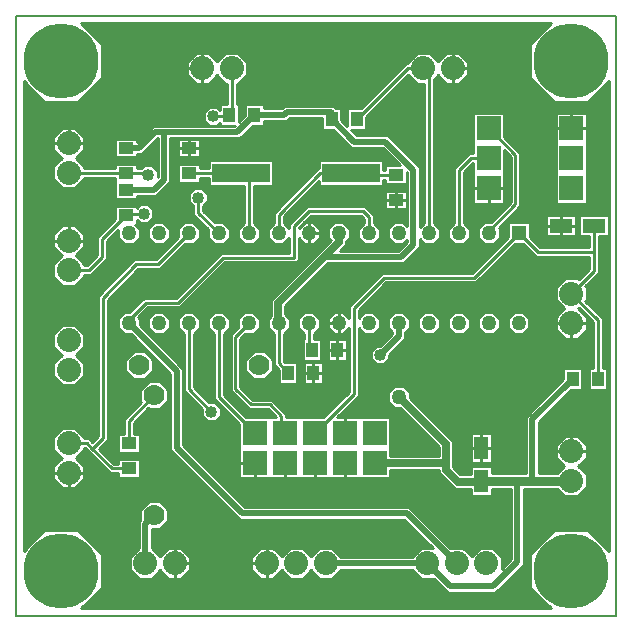
<source format=gtl>
G04 PROTEUS RS274X GERBER FILE*
%FSLAX24Y24*%
%MOIN*%
%ADD10C,0.0100*%
%ADD11C,0.0250*%
%ADD12C,0.0300*%
%ADD13C,0.0200*%
%ADD14C,0.0500*%
%ADD15C,0.0400*%
%ADD16C,0.0025*%
%ADD17R,0.0500X0.0500*%
%ADD18R,0.1930X0.0630*%
%ADD19C,0.0700*%
%ADD70C,0.0800*%
%ADD71C,0.2500*%
%ADD20R,0.0800X0.0800*%
%ADD21R,0.0400X0.0500*%
%ADD22R,0.0780X0.0480*%
%ADD23R,0.0500X0.0400*%
%ADD24R,0.0480X0.0780*%
%ADD25C,0.0250*%
%ADD26C,0.0080*%
G54D10*
X+8750Y-7250D02*
X+8750Y-6626D01*
X+10126Y-5250D01*
X+11161Y-5250D01*
X+7500Y-5250D02*
X+7750Y-5500D01*
X+7750Y-7250D01*
X+7950Y-13900D02*
X+6750Y-12700D01*
X+6750Y-10250D01*
X+8950Y-13900D02*
X+8829Y-13779D01*
X+8829Y-13336D01*
X+8450Y-12957D01*
X+7812Y-12957D01*
X+7304Y-12448D01*
X+7304Y-10695D01*
X+7750Y-10250D01*
X+16750Y-7250D02*
X+17381Y-7881D01*
X+19250Y-7881D01*
X+18500Y-9265D02*
X+19250Y-8515D01*
X+19250Y-7881D01*
X+19250Y-7000D01*
X+13565Y-1750D02*
X+13050Y-1750D01*
X+11350Y-3450D01*
X+13750Y-7250D02*
X+13750Y-1934D01*
X+13565Y-1750D01*
X+1750Y-5234D02*
X+3673Y-5234D01*
X+3687Y-5248D01*
X+3650Y-5250D01*
X+3650Y-6650D02*
X+2850Y-7450D01*
X+2850Y-8050D01*
X+2415Y-8484D01*
X+1750Y-8484D01*
G54D11*
X+11950Y-14900D02*
X+14275Y-14900D01*
X+14325Y-14850D01*
X+14325Y-15142D01*
X+14710Y-15526D01*
X+15473Y-15526D01*
X+15500Y-15500D01*
G54D12*
X+17200Y-15500D02*
X+18485Y-15500D01*
X+18517Y-15467D01*
X+18500Y-15500D01*
G54D10*
X+5750Y-5250D02*
X+7500Y-5250D01*
G54D12*
X+15500Y-15500D02*
X+16700Y-15500D01*
X+17200Y-15500D01*
G54D13*
X+10318Y-18250D02*
X+13700Y-18250D01*
X+4600Y-16650D02*
X+4300Y-16950D01*
X+4300Y-18250D01*
G54D10*
X+15750Y-3750D02*
X+16640Y-4640D01*
X+16640Y-6290D01*
X+15762Y-7168D01*
X+15762Y-7290D01*
X+15750Y-7250D01*
X+15750Y-4750D02*
X+15150Y-4750D01*
X+14750Y-5150D01*
X+14750Y-7250D01*
G54D11*
X+12750Y-12700D02*
X+14325Y-14275D01*
X+14325Y-14850D01*
G54D13*
X+12120Y-11314D02*
X+12750Y-10684D01*
X+12750Y-10250D01*
G54D10*
X+4250Y-6600D02*
X+3700Y-6600D01*
X+3650Y-6650D01*
X+5750Y-10250D02*
X+5750Y-12450D01*
X+6500Y-13200D01*
X+9950Y-13900D02*
X+11249Y-12600D01*
X+11249Y-9731D01*
X+12249Y-8731D01*
X+15268Y-8731D01*
X+16750Y-7250D01*
G54D13*
X+16700Y-15500D02*
X+16700Y-18206D01*
X+15885Y-19020D01*
X+14470Y-19020D01*
X+13700Y-18250D01*
X+14684Y-18250D02*
X+13020Y-16585D01*
X+7535Y-16585D01*
X+5350Y-14400D01*
X+5350Y-11850D01*
X+3750Y-10250D01*
G54D10*
X+4600Y-12650D02*
X+3750Y-13500D01*
X+3750Y-14250D01*
X+5750Y-7250D02*
X+4719Y-8280D01*
X+4003Y-8280D01*
X+2885Y-9398D01*
X+2885Y-14067D01*
X+2552Y-14400D01*
X+2500Y-14400D01*
X+3750Y-15090D02*
X+3190Y-15090D01*
X+2500Y-14400D01*
X+2350Y-14250D01*
X+1750Y-14250D01*
X+4400Y-5300D02*
X+4337Y-5250D01*
X+3650Y-5250D01*
G54D13*
X+4913Y-3872D02*
X+4631Y-3872D01*
X+4093Y-4410D01*
X+3650Y-4410D01*
G54D10*
X+11750Y-7250D02*
X+11749Y-6699D01*
X+11550Y-6500D01*
X+9750Y-6500D01*
X+9250Y-7000D01*
X+9250Y-8065D01*
X+6901Y-8065D01*
X+5402Y-9564D01*
X+4318Y-9564D01*
X+3750Y-10133D01*
X+3750Y-10250D01*
X+12650Y-5300D02*
X+11211Y-5300D01*
X+11161Y-5250D01*
X+10247Y-8047D02*
X+10247Y-8047D01*
G54D13*
X+12826Y-8047D01*
X+13235Y-7638D01*
X+13235Y-5135D01*
X+12300Y-4200D01*
X+11260Y-4200D01*
X+10510Y-3450D01*
G54D11*
X+10750Y-7250D02*
X+10750Y-7545D01*
X+10247Y-8047D01*
X+8720Y-9574D01*
X+8720Y-10220D01*
X+8750Y-10250D01*
G54D13*
X+4920Y-3879D02*
X+4913Y-3872D01*
X+3650Y-5810D02*
X+4579Y-5810D01*
X+4920Y-5468D01*
X+4920Y-3879D01*
G54D10*
X+7184Y-1750D02*
X+7184Y-3215D01*
X+7100Y-3300D01*
G54D13*
X+7940Y-3300D02*
X+8934Y-3300D01*
X+9028Y-3205D01*
X+10465Y-3205D01*
X+10510Y-3250D01*
X+10510Y-3450D01*
X+7940Y-3300D02*
X+7360Y-3880D01*
X+4926Y-3880D01*
X+4920Y-3879D01*
G54D10*
X+6750Y-7250D02*
X+6065Y-6565D01*
X+6065Y-6060D01*
X+6562Y-3350D02*
X+6562Y-3343D01*
X+7056Y-3343D01*
X+7100Y-3300D01*
X+9060Y-11900D02*
X+8750Y-11590D01*
X+8750Y-10250D01*
X+9750Y-10250D02*
X+9750Y-11040D01*
X+9860Y-11150D01*
X+19390Y-12100D02*
X+19390Y-10155D01*
X+18500Y-9265D01*
G54D13*
X+18550Y-12100D02*
X+17200Y-13450D01*
X+17200Y-15500D01*
G54D14*
X+12750Y-12700D03*
G54D15*
X+12120Y-11314D03*
X+4250Y-6600D03*
X+6500Y-13200D03*
X+4400Y-5300D03*
X+6065Y-6060D03*
X+6562Y-3350D03*
G54D10*
X+17140Y-936D02*
X+17140Y-2063D01*
X+17936Y-2859D01*
X+19063Y-2859D01*
X+19750Y-2173D01*
X+19750Y-17826D01*
X+19063Y-17140D01*
X+17936Y-17140D01*
X+17140Y-17936D01*
X+17140Y-19063D01*
X+17826Y-19750D01*
X+2173Y-19750D01*
X+2859Y-19063D01*
X+2859Y-17936D01*
X+2063Y-17140D01*
X+936Y-17140D01*
X+250Y-17826D01*
X+250Y-2173D01*
X+936Y-2859D01*
X+2063Y-2859D01*
X+2859Y-2063D01*
X+2859Y-936D01*
X+2173Y-250D01*
X+17826Y-250D01*
X+17140Y-936D01*
X+15059Y-1538D02*
X+15059Y-1961D01*
X+14761Y-2259D01*
X+14338Y-2259D01*
X+14057Y-1979D01*
X+13909Y-2126D01*
X+13909Y-6900D01*
X+14109Y-7100D01*
X+14109Y-7399D01*
X+13899Y-7609D01*
X+13600Y-7609D01*
X+13445Y-7454D01*
X+13445Y-7725D01*
X+12913Y-8257D01*
X+10370Y-8257D01*
X+10345Y-8282D01*
X+8955Y-9672D01*
X+8955Y-9946D01*
X+9109Y-10100D01*
X+9109Y-10399D01*
X+8909Y-10599D01*
X+8909Y-11523D01*
X+8926Y-11540D01*
X+9369Y-11540D01*
X+9369Y-12259D01*
X+8750Y-12259D01*
X+8750Y-11816D01*
X+8590Y-11656D01*
X+8590Y-10599D01*
X+8390Y-10399D01*
X+8390Y-10100D01*
X+8485Y-10005D01*
X+8485Y-9477D01*
X+10476Y-7486D01*
X+10390Y-7399D01*
X+10390Y-7100D01*
X+10600Y-6890D01*
X+10899Y-6890D01*
X+11109Y-7100D01*
X+11109Y-7399D01*
X+10984Y-7524D01*
X+10984Y-7642D01*
X+10790Y-7837D01*
X+12739Y-7837D01*
X+13025Y-7551D01*
X+13025Y-7483D01*
X+12899Y-7609D01*
X+12600Y-7609D01*
X+12390Y-7399D01*
X+12390Y-7100D01*
X+12600Y-6890D01*
X+12899Y-6890D01*
X+13025Y-7016D01*
X+13025Y-5222D01*
X+13009Y-5206D01*
X+13009Y-5609D01*
X+12290Y-5609D01*
X+12290Y-5459D01*
X+12236Y-5459D01*
X+12236Y-5674D01*
X+10086Y-5674D01*
X+10086Y-5516D01*
X+8909Y-6692D01*
X+8909Y-6900D01*
X+9090Y-7080D01*
X+9090Y-6933D01*
X+9683Y-6340D01*
X+11616Y-6340D01*
X+11909Y-6633D01*
X+11909Y-6900D01*
X+12109Y-7100D01*
X+12109Y-7399D01*
X+11899Y-7609D01*
X+11600Y-7609D01*
X+11390Y-7399D01*
X+11390Y-7100D01*
X+11590Y-6900D01*
X+11590Y-6766D01*
X+11483Y-6659D01*
X+9816Y-6659D01*
X+9409Y-7066D01*
X+9409Y-7080D01*
X+9600Y-6890D01*
X+9899Y-6890D01*
X+10109Y-7100D01*
X+10109Y-7399D01*
X+9899Y-7609D01*
X+9600Y-7609D01*
X+9409Y-7419D01*
X+9409Y-8132D01*
X+9316Y-8225D01*
X+6967Y-8225D01*
X+5469Y-9724D01*
X+4385Y-9724D01*
X+4059Y-10050D01*
X+4109Y-10100D01*
X+4109Y-10313D01*
X+5559Y-11763D01*
X+5559Y-14313D01*
X+7622Y-16375D01*
X+13107Y-16375D01*
X+14472Y-17740D01*
X+14473Y-17740D01*
X+14895Y-17740D01*
X+15176Y-18020D01*
X+15457Y-17740D01*
X+15879Y-17740D01*
X+16178Y-18038D01*
X+16178Y-18430D01*
X+16490Y-18119D01*
X+16490Y-15759D01*
X+15849Y-15759D01*
X+15849Y-15999D01*
X+15150Y-15999D01*
X+15150Y-15761D01*
X+14613Y-15761D01*
X+14090Y-15239D01*
X+14090Y-15134D01*
X+12459Y-15134D01*
X+12459Y-15409D01*
X+7440Y-15409D01*
X+7440Y-13616D01*
X+6590Y-12766D01*
X+6590Y-10599D01*
X+6390Y-10399D01*
X+6390Y-10100D01*
X+6600Y-9890D01*
X+6899Y-9890D01*
X+7109Y-10100D01*
X+7109Y-10399D01*
X+6909Y-10599D01*
X+6909Y-12633D01*
X+7666Y-13390D01*
X+8657Y-13390D01*
X+8384Y-13117D01*
X+7746Y-13117D01*
X+7144Y-12515D01*
X+7144Y-10629D01*
X+7390Y-10383D01*
X+7390Y-10100D01*
X+7600Y-9890D01*
X+7899Y-9890D01*
X+8109Y-10100D01*
X+8109Y-10399D01*
X+7899Y-10609D01*
X+7616Y-10609D01*
X+7464Y-10762D01*
X+7464Y-12382D01*
X+7878Y-12797D01*
X+8516Y-12797D01*
X+8989Y-13269D01*
X+8989Y-13390D01*
X+10233Y-13390D01*
X+11089Y-12533D01*
X+11089Y-10419D01*
X+10899Y-10609D01*
X+10600Y-10609D01*
X+10390Y-10399D01*
X+10390Y-10100D01*
X+10600Y-9890D01*
X+10899Y-9890D01*
X+11089Y-10080D01*
X+11089Y-9665D01*
X+12183Y-8571D01*
X+15202Y-8571D01*
X+16390Y-7383D01*
X+16390Y-6890D01*
X+17109Y-6890D01*
X+17109Y-7383D01*
X+17447Y-7721D01*
X+19090Y-7721D01*
X+19090Y-7349D01*
X+18750Y-7349D01*
X+18750Y-6650D01*
X+19749Y-6650D01*
X+19749Y-7349D01*
X+19409Y-7349D01*
X+19409Y-8582D01*
X+18973Y-9018D01*
X+19009Y-9054D01*
X+19009Y-9476D01*
X+18973Y-9513D01*
X+19549Y-10089D01*
X+19549Y-11740D01*
X+19699Y-11740D01*
X+19699Y-12459D01*
X+19080Y-12459D01*
X+19080Y-11740D01*
X+19230Y-11740D01*
X+19230Y-10222D01*
X+18747Y-9739D01*
X+18729Y-9757D01*
X+19009Y-10038D01*
X+19009Y-10461D01*
X+18711Y-10759D01*
X+18288Y-10759D01*
X+17990Y-10461D01*
X+17990Y-10038D01*
X+18270Y-9757D01*
X+17990Y-9476D01*
X+17990Y-9054D01*
X+18288Y-8755D01*
X+18711Y-8755D01*
X+18747Y-8791D01*
X+19090Y-8449D01*
X+19090Y-8041D01*
X+17315Y-8041D01*
X+16883Y-7609D01*
X+16616Y-7609D01*
X+15334Y-8891D01*
X+12316Y-8891D01*
X+11409Y-9797D01*
X+11409Y-10080D01*
X+11600Y-9890D01*
X+11899Y-9890D01*
X+12109Y-10100D01*
X+12109Y-10399D01*
X+11899Y-10609D01*
X+11600Y-10609D01*
X+11409Y-10419D01*
X+11409Y-12666D01*
X+10686Y-13390D01*
X+12459Y-13390D01*
X+12459Y-14665D01*
X+14090Y-14665D01*
X+14090Y-14373D01*
X+12777Y-13059D01*
X+12600Y-13059D01*
X+12390Y-12849D01*
X+12390Y-12550D01*
X+12600Y-12340D01*
X+12899Y-12340D01*
X+13109Y-12550D01*
X+13109Y-12727D01*
X+14560Y-14178D01*
X+14560Y-15044D01*
X+14807Y-15291D01*
X+15150Y-15291D01*
X+15150Y-15000D01*
X+15849Y-15000D01*
X+15849Y-15240D01*
X+16990Y-15240D01*
X+16990Y-13363D01*
X+18240Y-12113D01*
X+18240Y-11740D01*
X+18859Y-11740D01*
X+18859Y-12459D01*
X+18486Y-12459D01*
X+17409Y-13536D01*
X+17409Y-15240D01*
X+18038Y-15240D01*
X+18270Y-15007D01*
X+17990Y-14726D01*
X+17990Y-14304D01*
X+18288Y-14005D01*
X+18711Y-14005D01*
X+19009Y-14304D01*
X+19009Y-14726D01*
X+18729Y-15007D01*
X+19009Y-15288D01*
X+19009Y-15711D01*
X+18711Y-16009D01*
X+18288Y-16009D01*
X+18038Y-15759D01*
X+16909Y-15759D01*
X+16909Y-18293D01*
X+15972Y-19230D01*
X+15798Y-19230D01*
X+14383Y-19230D01*
X+13912Y-18759D01*
X+13911Y-18759D01*
X+13488Y-18759D01*
X+13190Y-18461D01*
X+13190Y-18459D01*
X+10828Y-18459D01*
X+10828Y-18461D01*
X+10529Y-18759D01*
X+10107Y-18759D01*
X+9826Y-18479D01*
X+9545Y-18759D01*
X+9123Y-18759D01*
X+8842Y-18479D01*
X+8561Y-18759D01*
X+8138Y-18759D01*
X+7840Y-18461D01*
X+7840Y-18038D01*
X+8138Y-17740D01*
X+8561Y-17740D01*
X+8842Y-18020D01*
X+9123Y-17740D01*
X+9545Y-17740D01*
X+9826Y-18020D01*
X+10107Y-17740D01*
X+10529Y-17740D01*
X+10828Y-18038D01*
X+10828Y-18040D01*
X+13190Y-18040D01*
X+13190Y-18038D01*
X+13488Y-17740D01*
X+13877Y-17740D01*
X+12933Y-16795D01*
X+7448Y-16795D01*
X+5140Y-14486D01*
X+5140Y-11936D01*
X+3813Y-10609D01*
X+3600Y-10609D01*
X+3390Y-10399D01*
X+3390Y-10100D01*
X+3600Y-9890D01*
X+3767Y-9890D01*
X+4252Y-9404D01*
X+5336Y-9404D01*
X+6835Y-7905D01*
X+9090Y-7905D01*
X+9090Y-7419D01*
X+8899Y-7609D01*
X+8600Y-7609D01*
X+8390Y-7399D01*
X+8390Y-7100D01*
X+8590Y-6900D01*
X+8590Y-6560D01*
X+10060Y-5090D01*
X+10086Y-5090D01*
X+10086Y-4825D01*
X+12236Y-4825D01*
X+12236Y-5140D01*
X+12290Y-5140D01*
X+12290Y-4990D01*
X+12793Y-4990D01*
X+12213Y-4409D01*
X+11173Y-4409D01*
X+10573Y-3809D01*
X+10200Y-3809D01*
X+10200Y-3415D01*
X+9115Y-3415D01*
X+9021Y-3509D01*
X+8249Y-3509D01*
X+8249Y-3659D01*
X+7876Y-3659D01*
X+7446Y-4089D01*
X+5130Y-4089D01*
X+5130Y-5555D01*
X+4666Y-6019D01*
X+4009Y-6019D01*
X+4009Y-6119D01*
X+3290Y-6119D01*
X+3290Y-5394D01*
X+2259Y-5394D01*
X+2259Y-5445D01*
X+1961Y-5744D01*
X+1538Y-5744D01*
X+1240Y-5445D01*
X+1240Y-5023D01*
X+1520Y-4742D01*
X+1240Y-4461D01*
X+1240Y-4038D01*
X+1538Y-3740D01*
X+1961Y-3740D01*
X+2259Y-4038D01*
X+2259Y-4461D01*
X+1979Y-4742D01*
X+2259Y-5023D01*
X+2259Y-5074D01*
X+3290Y-5074D01*
X+3290Y-4940D01*
X+4009Y-4940D01*
X+4009Y-5090D01*
X+4171Y-5090D01*
X+4271Y-4990D01*
X+4528Y-4990D01*
X+4709Y-5171D01*
X+4709Y-5382D01*
X+4710Y-5381D01*
X+4710Y-4089D01*
X+4180Y-4619D01*
X+4009Y-4619D01*
X+4009Y-4719D01*
X+3290Y-4719D01*
X+3290Y-4100D01*
X+4009Y-4100D01*
X+4009Y-4196D01*
X+4544Y-3662D01*
X+4863Y-3662D01*
X+4870Y-3657D01*
X+4897Y-3662D01*
X+5000Y-3662D01*
X+5008Y-3670D01*
X+7273Y-3670D01*
X+7283Y-3659D01*
X+6790Y-3659D01*
X+6790Y-3560D01*
X+6690Y-3659D01*
X+6433Y-3659D01*
X+6252Y-3478D01*
X+6252Y-3221D01*
X+6433Y-3040D01*
X+6690Y-3040D01*
X+6790Y-3139D01*
X+6790Y-2940D01*
X+7024Y-2940D01*
X+7024Y-2259D01*
X+6973Y-2259D01*
X+6692Y-1979D01*
X+6411Y-2259D01*
X+5988Y-2259D01*
X+5690Y-1961D01*
X+5690Y-1538D01*
X+5988Y-1240D01*
X+6411Y-1240D01*
X+6692Y-1520D01*
X+6973Y-1240D01*
X+7395Y-1240D01*
X+7694Y-1538D01*
X+7694Y-1961D01*
X+7395Y-2259D01*
X+7344Y-2259D01*
X+7344Y-2940D01*
X+7409Y-2940D01*
X+7409Y-3533D01*
X+7630Y-3313D01*
X+7630Y-2940D01*
X+8249Y-2940D01*
X+8249Y-3090D01*
X+8847Y-3090D01*
X+8941Y-2995D01*
X+10552Y-2995D01*
X+10646Y-3090D01*
X+10819Y-3090D01*
X+10819Y-3463D01*
X+11040Y-3683D01*
X+11040Y-3090D01*
X+11483Y-3090D01*
X+12983Y-1590D01*
X+13055Y-1590D01*
X+13055Y-1538D01*
X+13354Y-1240D01*
X+13776Y-1240D01*
X+14057Y-1520D01*
X+14338Y-1240D01*
X+14761Y-1240D01*
X+15059Y-1538D01*
X+16259Y-4033D02*
X+16800Y-4574D01*
X+16800Y-6356D01*
X+16083Y-7074D01*
X+16109Y-7100D01*
X+16109Y-7399D01*
X+15899Y-7609D01*
X+15600Y-7609D01*
X+15390Y-7399D01*
X+15390Y-7100D01*
X+15600Y-6890D01*
X+15815Y-6890D01*
X+16480Y-6224D01*
X+16480Y-4707D01*
X+16259Y-4486D01*
X+16259Y-6259D01*
X+15240Y-6259D01*
X+15240Y-4909D01*
X+15216Y-4909D01*
X+14909Y-5216D01*
X+14909Y-6900D01*
X+15109Y-7100D01*
X+15109Y-7399D01*
X+14899Y-7609D01*
X+14600Y-7609D01*
X+14390Y-7399D01*
X+14390Y-7100D01*
X+14590Y-6900D01*
X+14590Y-5083D01*
X+15083Y-4590D01*
X+15240Y-4590D01*
X+15240Y-3240D01*
X+16259Y-3240D01*
X+16259Y-4033D01*
X+8574Y-5674D02*
X+7909Y-5674D01*
X+7909Y-6900D01*
X+8109Y-7100D01*
X+8109Y-7399D01*
X+7899Y-7609D01*
X+7600Y-7609D01*
X+7390Y-7399D01*
X+7390Y-7100D01*
X+7590Y-6900D01*
X+7590Y-5674D01*
X+6425Y-5674D01*
X+6425Y-5409D01*
X+6109Y-5409D01*
X+6109Y-5559D01*
X+5390Y-5559D01*
X+5390Y-4940D01*
X+6109Y-4940D01*
X+6109Y-5090D01*
X+6425Y-5090D01*
X+6425Y-4825D01*
X+8574Y-4825D01*
X+8574Y-5674D01*
X+6375Y-5932D02*
X+6375Y-6189D01*
X+6225Y-6339D01*
X+6225Y-6499D01*
X+6616Y-6890D01*
X+6899Y-6890D01*
X+7109Y-7100D01*
X+7109Y-7399D01*
X+6899Y-7609D01*
X+6600Y-7609D01*
X+6390Y-7399D01*
X+6390Y-7116D01*
X+5905Y-6631D01*
X+5905Y-6339D01*
X+5755Y-6189D01*
X+5755Y-5932D01*
X+5937Y-5750D01*
X+6194Y-5750D01*
X+6375Y-5932D01*
X+6109Y-7100D02*
X+6109Y-7399D01*
X+5899Y-7609D01*
X+5616Y-7609D01*
X+4785Y-8440D01*
X+4069Y-8440D01*
X+3045Y-9464D01*
X+3045Y-14133D01*
X+2752Y-14426D01*
X+3256Y-14930D01*
X+3390Y-14930D01*
X+3390Y-14780D01*
X+4109Y-14780D01*
X+4109Y-15399D01*
X+3390Y-15399D01*
X+3390Y-15249D01*
X+3123Y-15249D01*
X+2283Y-14409D01*
X+2259Y-14409D01*
X+2259Y-14461D01*
X+1979Y-14742D01*
X+2259Y-15023D01*
X+2259Y-15445D01*
X+1961Y-15744D01*
X+1538Y-15744D01*
X+1240Y-15445D01*
X+1240Y-15023D01*
X+1520Y-14742D01*
X+1240Y-14461D01*
X+1240Y-14038D01*
X+1538Y-13740D01*
X+1961Y-13740D01*
X+2259Y-14038D01*
X+2259Y-14090D01*
X+2416Y-14090D01*
X+2526Y-14200D01*
X+2725Y-14001D01*
X+2725Y-9332D01*
X+3937Y-8120D01*
X+4653Y-8120D01*
X+5390Y-7383D01*
X+5390Y-7100D01*
X+5600Y-6890D01*
X+5899Y-6890D01*
X+6109Y-7100D01*
X+4600Y-6890D02*
X+4899Y-6890D01*
X+5109Y-7100D01*
X+5109Y-7399D01*
X+4899Y-7609D01*
X+4600Y-7609D01*
X+4390Y-7399D01*
X+4390Y-7100D01*
X+4600Y-6890D01*
X+4559Y-6471D02*
X+4559Y-6728D01*
X+4378Y-6909D01*
X+4121Y-6909D01*
X+4009Y-6798D01*
X+4009Y-6959D01*
X+3969Y-6959D01*
X+4109Y-7100D01*
X+4109Y-7399D01*
X+3899Y-7609D01*
X+3600Y-7609D01*
X+3390Y-7399D01*
X+3390Y-7136D01*
X+3009Y-7516D01*
X+3009Y-8116D01*
X+2482Y-8644D01*
X+2259Y-8644D01*
X+2259Y-8695D01*
X+1961Y-8994D01*
X+1538Y-8994D01*
X+1240Y-8695D01*
X+1240Y-8273D01*
X+1520Y-7992D01*
X+1240Y-7711D01*
X+1240Y-7288D01*
X+1538Y-6990D01*
X+1961Y-6990D01*
X+2259Y-7288D01*
X+2259Y-7711D01*
X+1979Y-7992D01*
X+2259Y-8273D01*
X+2259Y-8324D01*
X+2349Y-8324D01*
X+2690Y-7983D01*
X+2690Y-7383D01*
X+3290Y-6783D01*
X+3290Y-6340D01*
X+4009Y-6340D01*
X+4009Y-6401D01*
X+4121Y-6290D01*
X+4378Y-6290D01*
X+4559Y-6471D01*
X+4600Y-9890D02*
X+4899Y-9890D01*
X+5109Y-10100D01*
X+5109Y-10399D01*
X+4899Y-10609D01*
X+4600Y-10609D01*
X+4390Y-10399D01*
X+4390Y-10100D01*
X+4600Y-9890D01*
X+6109Y-10100D02*
X+6109Y-10399D01*
X+5909Y-10599D01*
X+5909Y-12383D01*
X+6416Y-12890D01*
X+6628Y-12890D01*
X+6809Y-13071D01*
X+6809Y-13328D01*
X+6628Y-13509D01*
X+6371Y-13509D01*
X+6190Y-13328D01*
X+6190Y-13116D01*
X+5590Y-12516D01*
X+5590Y-10599D01*
X+5390Y-10399D01*
X+5390Y-10100D01*
X+5600Y-9890D01*
X+5899Y-9890D01*
X+6109Y-10100D01*
X+10109Y-10100D02*
X+10109Y-10399D01*
X+9909Y-10599D01*
X+9909Y-10790D01*
X+10169Y-10790D01*
X+10169Y-11509D01*
X+9550Y-11509D01*
X+9550Y-10790D01*
X+9590Y-10790D01*
X+9590Y-10599D01*
X+9390Y-10399D01*
X+9390Y-10100D01*
X+9600Y-9890D01*
X+9899Y-9890D01*
X+10109Y-10100D01*
X+13109Y-10100D02*
X+13109Y-10399D01*
X+12959Y-10549D01*
X+12959Y-10771D01*
X+12430Y-11301D01*
X+12430Y-11442D01*
X+12248Y-11624D01*
X+11992Y-11624D01*
X+11810Y-11442D01*
X+11810Y-11186D01*
X+11992Y-11004D01*
X+12133Y-11004D01*
X+12540Y-10597D01*
X+12540Y-10549D01*
X+12390Y-10399D01*
X+12390Y-10100D01*
X+12600Y-9890D01*
X+12899Y-9890D01*
X+13109Y-10100D01*
X+13600Y-9890D02*
X+13899Y-9890D01*
X+14109Y-10100D01*
X+14109Y-10399D01*
X+13899Y-10609D01*
X+13600Y-10609D01*
X+13390Y-10399D01*
X+13390Y-10100D01*
X+13600Y-9890D01*
X+14600Y-9890D02*
X+14899Y-9890D01*
X+15109Y-10100D01*
X+15109Y-10399D01*
X+14899Y-10609D01*
X+14600Y-10609D01*
X+14390Y-10399D01*
X+14390Y-10100D01*
X+14600Y-9890D01*
X+15600Y-9890D02*
X+15899Y-9890D01*
X+16109Y-10100D01*
X+16109Y-10399D01*
X+15899Y-10609D01*
X+15600Y-10609D01*
X+15390Y-10399D01*
X+15390Y-10100D01*
X+15600Y-9890D01*
X+16593Y-9890D02*
X+16891Y-9890D01*
X+17102Y-10100D01*
X+17102Y-10399D01*
X+16891Y-10609D01*
X+16593Y-10609D01*
X+16382Y-10399D01*
X+16382Y-10100D01*
X+16593Y-9890D01*
X+8559Y-11459D02*
X+8559Y-11840D01*
X+8290Y-12109D01*
X+7909Y-12109D01*
X+7640Y-11840D01*
X+7640Y-11459D01*
X+7909Y-11190D01*
X+8290Y-11190D01*
X+8559Y-11459D01*
X+4559Y-11459D02*
X+4559Y-11840D01*
X+4290Y-12109D01*
X+3909Y-12109D01*
X+3640Y-11840D01*
X+3640Y-11459D01*
X+3909Y-11190D01*
X+4290Y-11190D01*
X+4559Y-11459D01*
X+2259Y-10604D02*
X+2259Y-11026D01*
X+1979Y-11307D01*
X+2259Y-11588D01*
X+2259Y-12011D01*
X+1961Y-12309D01*
X+1538Y-12309D01*
X+1240Y-12011D01*
X+1240Y-11588D01*
X+1520Y-11307D01*
X+1240Y-11026D01*
X+1240Y-10604D01*
X+1538Y-10305D01*
X+1961Y-10305D01*
X+2259Y-10604D01*
X+19009Y-4259D02*
X+19009Y-6259D01*
X+17990Y-6259D01*
X+17990Y-3240D01*
X+19009Y-3240D01*
X+19009Y-4259D01*
X+10209Y-12259D02*
X+9590Y-12259D01*
X+9590Y-11540D01*
X+10209Y-11540D01*
X+10209Y-12259D01*
X+18647Y-7349D02*
X+17647Y-7349D01*
X+17647Y-6650D01*
X+18647Y-6650D01*
X+18647Y-7349D01*
X+11009Y-11509D02*
X+10390Y-11509D01*
X+10390Y-10790D01*
X+11009Y-10790D01*
X+11009Y-11509D01*
X+13009Y-5830D02*
X+13009Y-6449D01*
X+12290Y-6449D01*
X+12290Y-5830D01*
X+13009Y-5830D01*
X+5390Y-4719D02*
X+5390Y-4100D01*
X+6109Y-4100D01*
X+6109Y-4719D01*
X+5390Y-4719D01*
X+15150Y-14897D02*
X+15150Y-13897D01*
X+15849Y-13897D01*
X+15849Y-14897D01*
X+15150Y-14897D01*
X+5059Y-16459D02*
X+5059Y-16840D01*
X+4790Y-17109D01*
X+4509Y-17109D01*
X+4509Y-17740D01*
X+4511Y-17740D01*
X+4792Y-18020D01*
X+5073Y-17740D01*
X+5495Y-17740D01*
X+5794Y-18038D01*
X+5794Y-18461D01*
X+5495Y-18759D01*
X+5073Y-18759D01*
X+4792Y-18479D01*
X+4511Y-18759D01*
X+4088Y-18759D01*
X+3790Y-18461D01*
X+3790Y-18038D01*
X+4088Y-17740D01*
X+4090Y-17740D01*
X+4090Y-16863D01*
X+4140Y-16813D01*
X+4140Y-16459D01*
X+4409Y-16190D01*
X+4790Y-16190D01*
X+5059Y-16459D01*
X+5059Y-12459D02*
X+5059Y-12840D01*
X+4790Y-13109D01*
X+4409Y-13109D01*
X+4387Y-13088D01*
X+3909Y-13566D01*
X+3909Y-13940D01*
X+4109Y-13940D01*
X+4109Y-14559D01*
X+3390Y-14559D01*
X+3390Y-13940D01*
X+3590Y-13940D01*
X+3590Y-13433D01*
X+4161Y-12862D01*
X+4140Y-12840D01*
X+4140Y-12459D01*
X+4409Y-12190D01*
X+4790Y-12190D01*
X+5059Y-12459D01*
X+4725Y-13451D02*
X+4725Y-13348D01*
X+4798Y-13275D01*
X+4901Y-13275D01*
X+4975Y-13348D01*
X+4975Y-13451D01*
X+4901Y-13525D01*
X+4798Y-13525D01*
X+4725Y-13451D01*
X+6025Y-14051D02*
X+6025Y-13948D01*
X+6098Y-13875D01*
X+6201Y-13875D01*
X+6275Y-13948D01*
X+6275Y-14051D01*
X+6201Y-14125D01*
X+6098Y-14125D01*
X+6025Y-14051D01*
X+7025Y-18301D02*
X+7025Y-18198D01*
X+7098Y-18125D01*
X+7201Y-18125D01*
X+7275Y-18198D01*
X+7275Y-18301D01*
X+7201Y-18375D01*
X+7098Y-18375D01*
X+7025Y-18301D01*
X+11575Y-17401D02*
X+11575Y-17298D01*
X+11648Y-17225D01*
X+11751Y-17225D01*
X+11825Y-17298D01*
X+11825Y-17401D01*
X+11751Y-17475D01*
X+11648Y-17475D01*
X+11575Y-17401D01*
X+11575Y-19151D02*
X+11575Y-19048D01*
X+11648Y-18975D01*
X+11751Y-18975D01*
X+11825Y-19048D01*
X+11825Y-19151D01*
X+11751Y-19225D01*
X+11648Y-19225D01*
X+11575Y-19151D01*
X+13225Y-11001D02*
X+13225Y-10898D01*
X+13298Y-10825D01*
X+13401Y-10825D01*
X+13475Y-10898D01*
X+13475Y-11001D01*
X+13401Y-11075D01*
X+13298Y-11075D01*
X+13225Y-11001D01*
X+15075Y-11401D02*
X+15075Y-11298D01*
X+15148Y-11225D01*
X+15251Y-11225D01*
X+15325Y-11298D01*
X+15325Y-11401D01*
X+15251Y-11475D01*
X+15148Y-11475D01*
X+15075Y-11401D01*
X+16225Y-13001D02*
X+16225Y-12898D01*
X+16298Y-12825D01*
X+16401Y-12825D01*
X+16475Y-12898D01*
X+16475Y-13001D01*
X+16401Y-13075D01*
X+16298Y-13075D01*
X+16225Y-13001D01*
X+17575Y-16651D02*
X+17575Y-16548D01*
X+17648Y-16475D01*
X+17751Y-16475D01*
X+17825Y-16548D01*
X+17825Y-16651D01*
X+17751Y-16725D01*
X+17648Y-16725D01*
X+17575Y-16651D01*
X+18975Y-13451D02*
X+18975Y-13348D01*
X+19048Y-13275D01*
X+19151Y-13275D01*
X+19225Y-13348D01*
X+19225Y-13451D01*
X+19151Y-13525D01*
X+19048Y-13525D01*
X+18975Y-13451D01*
X+15825Y-9401D02*
X+15825Y-9298D01*
X+15898Y-9225D01*
X+16001Y-9225D01*
X+16075Y-9298D01*
X+16075Y-9401D01*
X+16001Y-9475D01*
X+15898Y-9475D01*
X+15825Y-9401D01*
X+14575Y-8351D02*
X+14575Y-8248D01*
X+14648Y-8175D01*
X+14751Y-8175D01*
X+14825Y-8248D01*
X+14825Y-8351D01*
X+14751Y-8425D01*
X+14648Y-8425D01*
X+14575Y-8351D01*
X+14125Y-6351D02*
X+14125Y-6248D01*
X+14198Y-6175D01*
X+14301Y-6175D01*
X+14375Y-6248D01*
X+14375Y-6351D01*
X+14301Y-6425D01*
X+14198Y-6425D01*
X+14125Y-6351D01*
X+14125Y-5051D02*
X+14125Y-4948D01*
X+14198Y-4875D01*
X+14301Y-4875D01*
X+14375Y-4948D01*
X+14375Y-5051D01*
X+14301Y-5125D01*
X+14198Y-5125D01*
X+14125Y-5051D01*
X+16025Y-1951D02*
X+16025Y-1848D01*
X+16098Y-1775D01*
X+16201Y-1775D01*
X+16275Y-1848D01*
X+16275Y-1951D01*
X+16201Y-2025D01*
X+16098Y-2025D01*
X+16025Y-1951D01*
X+16725Y-2701D02*
X+16725Y-2598D01*
X+16798Y-2525D01*
X+16901Y-2525D01*
X+16975Y-2598D01*
X+16975Y-2701D01*
X+16901Y-2775D01*
X+16798Y-2775D01*
X+16725Y-2701D01*
X+17225Y-3401D02*
X+17225Y-3298D01*
X+17298Y-3225D01*
X+17401Y-3225D01*
X+17475Y-3298D01*
X+17475Y-3401D01*
X+17401Y-3475D01*
X+17298Y-3475D01*
X+17225Y-3401D01*
X+17075Y-4551D02*
X+17075Y-4448D01*
X+17148Y-4375D01*
X+17251Y-4375D01*
X+17325Y-4448D01*
X+17325Y-4551D01*
X+17251Y-4625D01*
X+17148Y-4625D01*
X+17075Y-4551D01*
X+16925Y-5801D02*
X+16925Y-5698D01*
X+16998Y-5625D01*
X+17101Y-5625D01*
X+17175Y-5698D01*
X+17175Y-5801D01*
X+17101Y-5875D01*
X+16998Y-5875D01*
X+16925Y-5801D01*
X+19275Y-6351D02*
X+19275Y-6248D01*
X+19348Y-6175D01*
X+19451Y-6175D01*
X+19525Y-6248D01*
X+19525Y-6351D01*
X+19451Y-6425D01*
X+19348Y-6425D01*
X+19275Y-6351D01*
X+19225Y-3051D02*
X+19225Y-2948D01*
X+19298Y-2875D01*
X+19401Y-2875D01*
X+19475Y-2948D01*
X+19475Y-3051D01*
X+19401Y-3125D01*
X+19298Y-3125D01*
X+19225Y-3051D01*
X+10075Y-901D02*
X+10075Y-798D01*
X+10148Y-725D01*
X+10251Y-725D01*
X+10325Y-798D01*
X+10325Y-901D01*
X+10251Y-975D01*
X+10148Y-975D01*
X+10075Y-901D01*
X+11425Y-901D02*
X+11425Y-798D01*
X+11498Y-725D01*
X+11601Y-725D01*
X+11675Y-798D01*
X+11675Y-901D01*
X+11601Y-975D01*
X+11498Y-975D01*
X+11425Y-901D01*
X+10075Y-2001D02*
X+10075Y-1898D01*
X+10148Y-1825D01*
X+10251Y-1825D01*
X+10325Y-1898D01*
X+10325Y-2001D01*
X+10251Y-2075D01*
X+10148Y-2075D01*
X+10075Y-2001D01*
X+11425Y-2001D02*
X+11425Y-1898D01*
X+11498Y-1825D01*
X+11601Y-1825D01*
X+11675Y-1898D01*
X+11675Y-2001D01*
X+11601Y-2075D01*
X+11498Y-2075D01*
X+11425Y-2001D01*
X+7025Y-4451D02*
X+7025Y-4348D01*
X+7098Y-4275D01*
X+7201Y-4275D01*
X+7275Y-4348D01*
X+7275Y-4451D01*
X+7201Y-4525D01*
X+7098Y-4525D01*
X+7025Y-4451D01*
X+10475Y-4401D02*
X+10475Y-4298D01*
X+10548Y-4225D01*
X+10651Y-4225D01*
X+10725Y-4298D01*
X+10725Y-4401D01*
X+10651Y-4475D01*
X+10548Y-4475D01*
X+10475Y-4401D01*
X+4425Y-951D02*
X+4425Y-848D01*
X+4498Y-775D01*
X+4601Y-775D01*
X+4675Y-848D01*
X+4675Y-951D01*
X+4601Y-1025D01*
X+4498Y-1025D01*
X+4425Y-951D01*
X+4425Y-2901D02*
X+4425Y-2798D01*
X+4498Y-2725D01*
X+4601Y-2725D01*
X+4675Y-2798D01*
X+4675Y-2901D01*
X+4601Y-2975D01*
X+4498Y-2975D01*
X+4425Y-2901D01*
X+3325Y-951D02*
X+3325Y-848D01*
X+3398Y-775D01*
X+3501Y-775D01*
X+3575Y-848D01*
X+3575Y-951D01*
X+3501Y-1025D01*
X+3398Y-1025D01*
X+3325Y-951D01*
X+575Y-3401D02*
X+575Y-3298D01*
X+648Y-3225D01*
X+751Y-3225D01*
X+825Y-3298D01*
X+825Y-3401D01*
X+751Y-3475D01*
X+648Y-3475D01*
X+575Y-3401D01*
X+3325Y-2901D02*
X+3325Y-2798D01*
X+3398Y-2725D01*
X+3501Y-2725D01*
X+3575Y-2798D01*
X+3575Y-2901D01*
X+3501Y-2975D01*
X+3398Y-2975D01*
X+3325Y-2901D01*
X+575Y-5401D02*
X+575Y-5298D01*
X+648Y-5225D01*
X+751Y-5225D01*
X+825Y-5298D01*
X+825Y-5401D01*
X+751Y-5475D01*
X+648Y-5475D01*
X+575Y-5401D01*
X+1725Y-9501D02*
X+1725Y-9398D01*
X+1798Y-9325D01*
X+1901Y-9325D01*
X+1975Y-9398D01*
X+1975Y-9501D01*
X+1901Y-9575D01*
X+1798Y-9575D01*
X+1725Y-9501D01*
X+1625Y-12901D02*
X+1625Y-12798D01*
X+1698Y-12725D01*
X+1801Y-12725D01*
X+1875Y-12798D01*
X+1875Y-12901D01*
X+1801Y-12975D01*
X+1698Y-12975D01*
X+1625Y-12901D01*
X+575Y-15151D02*
X+575Y-15048D01*
X+648Y-14975D01*
X+751Y-14975D01*
X+825Y-15048D01*
X+825Y-15151D01*
X+751Y-15225D01*
X+648Y-15225D01*
X+575Y-15151D01*
X+2875Y-17251D02*
X+2875Y-17148D01*
X+2948Y-17075D01*
X+3051Y-17075D01*
X+3125Y-17148D01*
X+3125Y-17251D01*
X+3051Y-17325D01*
X+2948Y-17325D01*
X+2875Y-17251D01*
X+4875Y-9151D02*
X+4875Y-9048D01*
X+4948Y-8975D01*
X+5051Y-8975D01*
X+5125Y-9048D01*
X+5125Y-9151D01*
X+5051Y-9225D01*
X+4948Y-9225D01*
X+4875Y-9151D01*
X+7225Y-9251D02*
X+7225Y-9148D01*
X+7298Y-9075D01*
X+7401Y-9075D01*
X+7475Y-9148D01*
X+7475Y-9251D01*
X+7401Y-9325D01*
X+7298Y-9325D01*
X+7225Y-9251D01*
X+5025Y-11001D02*
X+5025Y-10898D01*
X+5098Y-10825D01*
X+5201Y-10825D01*
X+5275Y-10898D01*
X+5275Y-11001D01*
X+5201Y-11075D01*
X+5098Y-11075D01*
X+5025Y-11001D01*
X+10675Y-12051D02*
X+10675Y-11948D01*
X+10748Y-11875D01*
X+10851Y-11875D01*
X+10925Y-11948D01*
X+10925Y-12051D01*
X+10851Y-12125D01*
X+10748Y-12125D01*
X+10675Y-12051D01*
X+8525Y-15951D02*
X+8525Y-15848D01*
X+8598Y-15775D01*
X+8701Y-15775D01*
X+8775Y-15848D01*
X+8775Y-15951D01*
X+8701Y-16025D01*
X+8598Y-16025D01*
X+8525Y-15951D01*
X+6675Y-14751D02*
X+6675Y-14648D01*
X+6748Y-14575D01*
X+6851Y-14575D01*
X+6925Y-14648D01*
X+6925Y-14751D01*
X+6851Y-14825D01*
X+6748Y-14825D01*
X+6675Y-14751D01*
X+12725Y-14001D02*
X+12725Y-13898D01*
X+12798Y-13825D01*
X+12901Y-13825D01*
X+12975Y-13898D01*
X+12975Y-14001D01*
X+12901Y-14075D01*
X+12798Y-14075D01*
X+12725Y-14001D01*
X+11725Y-12101D02*
X+11725Y-11998D01*
X+11798Y-11925D01*
X+11901Y-11925D01*
X+11975Y-11998D01*
X+11975Y-12101D01*
X+11901Y-12175D01*
X+11798Y-12175D01*
X+11725Y-12101D01*
X+9125Y-10851D02*
X+9125Y-10748D01*
X+9198Y-10675D01*
X+9301Y-10675D01*
X+9375Y-10748D01*
X+9375Y-10851D01*
X+9301Y-10925D01*
X+9198Y-10925D01*
X+9125Y-10851D01*
X+6475Y-6151D02*
X+6475Y-6048D01*
X+6548Y-5975D01*
X+6651Y-5975D01*
X+6725Y-6048D01*
X+6725Y-6151D01*
X+6651Y-6225D01*
X+6548Y-6225D01*
X+6475Y-6151D01*
X+8325Y-6201D02*
X+8325Y-6098D01*
X+8398Y-6025D01*
X+8501Y-6025D01*
X+8575Y-6098D01*
X+8575Y-6201D01*
X+8501Y-6275D01*
X+8398Y-6275D01*
X+8325Y-6201D01*
X+8775Y-4351D02*
X+8775Y-4248D01*
X+8848Y-4175D01*
X+8951Y-4175D01*
X+9025Y-4248D01*
X+9025Y-4351D01*
X+8951Y-4425D01*
X+8848Y-4425D01*
X+8775Y-4351D01*
X+10175Y-9301D02*
X+10175Y-9198D01*
X+10248Y-9125D01*
X+10351Y-9125D01*
X+10425Y-9198D01*
X+10425Y-9301D01*
X+10351Y-9375D01*
X+10248Y-9375D01*
X+10175Y-9301D01*
X+4025Y-9101D02*
X+4025Y-8998D01*
X+4098Y-8925D01*
X+4201Y-8925D01*
X+4275Y-8998D01*
X+4275Y-9101D01*
X+4201Y-9175D01*
X+4098Y-9175D01*
X+4025Y-9101D01*
X+3275Y-8001D02*
X+3275Y-7898D01*
X+3348Y-7825D01*
X+3451Y-7825D01*
X+3525Y-7898D01*
X+3525Y-8001D01*
X+3451Y-8075D01*
X+3348Y-8075D01*
X+3275Y-8001D01*
X+15075Y-13001D02*
X+15075Y-12898D01*
X+15148Y-12825D01*
X+15251Y-12825D01*
X+15325Y-12898D01*
X+15325Y-13001D01*
X+15251Y-13075D01*
X+15148Y-13075D01*
X+15075Y-13001D01*
X+16225Y-11401D02*
X+16225Y-11298D01*
X+16298Y-11225D01*
X+16401Y-11225D01*
X+16475Y-11298D01*
X+16475Y-11401D01*
X+16401Y-11475D01*
X+16298Y-11475D01*
X+16225Y-11401D01*
G54D16*
X+2173Y-19750D02*
X+17826Y-19750D01*
X+2192Y-19730D02*
X+17806Y-19730D01*
X+2212Y-19710D02*
X+17786Y-19710D01*
X+2232Y-19690D02*
X+17766Y-19690D01*
X+2252Y-19670D02*
X+17746Y-19670D01*
X+2272Y-19650D02*
X+17726Y-19650D01*
X+2292Y-19630D02*
X+17706Y-19630D01*
X+2312Y-19610D02*
X+17686Y-19610D01*
X+2332Y-19590D02*
X+17666Y-19590D01*
X+2352Y-19570D02*
X+17646Y-19570D01*
X+2372Y-19550D02*
X+17626Y-19550D01*
X+2392Y-19530D02*
X+17606Y-19530D01*
X+2412Y-19510D02*
X+17586Y-19510D01*
X+2432Y-19490D02*
X+17566Y-19490D01*
X+2452Y-19470D02*
X+17546Y-19470D01*
X+2472Y-19450D02*
X+17526Y-19450D01*
X+2492Y-19430D02*
X+17506Y-19430D01*
X+2512Y-19410D02*
X+17486Y-19410D01*
X+2532Y-19390D02*
X+17466Y-19390D01*
X+2552Y-19370D02*
X+17446Y-19370D01*
X+2572Y-19350D02*
X+17426Y-19350D01*
X+2592Y-19330D02*
X+17406Y-19330D01*
X+2612Y-19310D02*
X+17386Y-19310D01*
X+2632Y-19290D02*
X+17366Y-19290D01*
X+2652Y-19270D02*
X+17346Y-19270D01*
X+2672Y-19250D02*
X+17326Y-19250D01*
X+2692Y-19230D02*
X+17306Y-19230D01*
X+2712Y-19210D02*
X+11633Y-19210D01*
X+11766Y-19210D02*
X+14363Y-19210D01*
X+15992Y-19210D02*
X+17286Y-19210D01*
X+2732Y-19190D02*
X+11613Y-19190D01*
X+11786Y-19190D02*
X+14343Y-19190D01*
X+16012Y-19190D02*
X+17266Y-19190D01*
X+2752Y-19170D02*
X+11593Y-19170D01*
X+11806Y-19170D02*
X+14323Y-19170D01*
X+16032Y-19170D02*
X+17246Y-19170D01*
X+2772Y-19150D02*
X+11575Y-19150D01*
X+11825Y-19150D02*
X+14303Y-19150D01*
X+16052Y-19150D02*
X+17226Y-19150D01*
X+2792Y-19130D02*
X+11575Y-19130D01*
X+11825Y-19130D02*
X+14283Y-19130D01*
X+16072Y-19130D02*
X+17206Y-19130D01*
X+2812Y-19110D02*
X+11575Y-19110D01*
X+11825Y-19110D02*
X+14263Y-19110D01*
X+16092Y-19110D02*
X+17186Y-19110D01*
X+2832Y-19090D02*
X+11575Y-19090D01*
X+11825Y-19090D02*
X+14243Y-19090D01*
X+16112Y-19090D02*
X+17166Y-19090D01*
X+2852Y-19070D02*
X+11575Y-19070D01*
X+11825Y-19070D02*
X+14223Y-19070D01*
X+16132Y-19070D02*
X+17146Y-19070D01*
X+2859Y-19050D02*
X+11575Y-19050D01*
X+11825Y-19050D02*
X+14203Y-19050D01*
X+16152Y-19050D02*
X+17140Y-19050D01*
X+2859Y-19030D02*
X+11593Y-19030D01*
X+11806Y-19030D02*
X+14183Y-19030D01*
X+16172Y-19030D02*
X+17140Y-19030D01*
X+2859Y-19010D02*
X+11613Y-19010D01*
X+11786Y-19010D02*
X+14163Y-19010D01*
X+16192Y-19010D02*
X+17140Y-19010D01*
X+2859Y-18990D02*
X+11633Y-18990D01*
X+11766Y-18990D02*
X+14143Y-18990D01*
X+16212Y-18990D02*
X+17140Y-18990D01*
X+2859Y-18970D02*
X+14123Y-18970D01*
X+16232Y-18970D02*
X+17140Y-18970D01*
X+2859Y-18950D02*
X+14103Y-18950D01*
X+16252Y-18950D02*
X+17140Y-18950D01*
X+2859Y-18930D02*
X+14083Y-18930D01*
X+16272Y-18930D02*
X+17140Y-18930D01*
X+2859Y-18910D02*
X+14063Y-18910D01*
X+16292Y-18910D02*
X+17140Y-18910D01*
X+2859Y-18890D02*
X+14043Y-18890D01*
X+16312Y-18890D02*
X+17140Y-18890D01*
X+2859Y-18870D02*
X+14023Y-18870D01*
X+16332Y-18870D02*
X+17140Y-18870D01*
X+2859Y-18850D02*
X+14003Y-18850D01*
X+16352Y-18850D02*
X+17140Y-18850D01*
X+2859Y-18830D02*
X+13983Y-18830D01*
X+16372Y-18830D02*
X+17140Y-18830D01*
X+2859Y-18810D02*
X+13963Y-18810D01*
X+16392Y-18810D02*
X+17140Y-18810D01*
X+2859Y-18790D02*
X+13943Y-18790D01*
X+16412Y-18790D02*
X+17140Y-18790D01*
X+2859Y-18770D02*
X+13923Y-18770D01*
X+16432Y-18770D02*
X+17140Y-18770D01*
X+2859Y-18750D02*
X+4079Y-18750D01*
X+4520Y-18750D02*
X+5063Y-18750D01*
X+5504Y-18750D02*
X+8129Y-18750D01*
X+8570Y-18750D02*
X+9113Y-18750D01*
X+9554Y-18750D02*
X+10097Y-18750D01*
X+10538Y-18750D02*
X+13479Y-18750D01*
X+16452Y-18750D02*
X+17140Y-18750D01*
X+2859Y-18730D02*
X+4059Y-18730D01*
X+4540Y-18730D02*
X+5043Y-18730D01*
X+5524Y-18730D02*
X+8109Y-18730D01*
X+8590Y-18730D02*
X+9093Y-18730D01*
X+9574Y-18730D02*
X+10077Y-18730D01*
X+10558Y-18730D02*
X+13459Y-18730D01*
X+16472Y-18730D02*
X+17140Y-18730D01*
X+2859Y-18710D02*
X+4039Y-18710D01*
X+4560Y-18710D02*
X+5023Y-18710D01*
X+5544Y-18710D02*
X+8089Y-18710D01*
X+8610Y-18710D02*
X+9073Y-18710D01*
X+9594Y-18710D02*
X+10057Y-18710D01*
X+10578Y-18710D02*
X+13439Y-18710D01*
X+16492Y-18710D02*
X+17140Y-18710D01*
X+2859Y-18690D02*
X+4019Y-18690D01*
X+4580Y-18690D02*
X+5003Y-18690D01*
X+5564Y-18690D02*
X+8069Y-18690D01*
X+8630Y-18690D02*
X+9053Y-18690D01*
X+9614Y-18690D02*
X+10037Y-18690D01*
X+10598Y-18690D02*
X+13419Y-18690D01*
X+16512Y-18690D02*
X+17140Y-18690D01*
X+2859Y-18670D02*
X+3999Y-18670D01*
X+4600Y-18670D02*
X+4983Y-18670D01*
X+5584Y-18670D02*
X+8049Y-18670D01*
X+8650Y-18670D02*
X+9033Y-18670D01*
X+9634Y-18670D02*
X+10017Y-18670D01*
X+10618Y-18670D02*
X+13399Y-18670D01*
X+16532Y-18670D02*
X+17140Y-18670D01*
X+2859Y-18650D02*
X+3979Y-18650D01*
X+4620Y-18650D02*
X+4963Y-18650D01*
X+5604Y-18650D02*
X+8029Y-18650D01*
X+8670Y-18650D02*
X+9013Y-18650D01*
X+9654Y-18650D02*
X+9997Y-18650D01*
X+10638Y-18650D02*
X+13379Y-18650D01*
X+16552Y-18650D02*
X+17140Y-18650D01*
X+2859Y-18630D02*
X+3959Y-18630D01*
X+4640Y-18630D02*
X+4943Y-18630D01*
X+5624Y-18630D02*
X+8009Y-18630D01*
X+8690Y-18630D02*
X+8993Y-18630D01*
X+9674Y-18630D02*
X+9977Y-18630D01*
X+10658Y-18630D02*
X+13359Y-18630D01*
X+16572Y-18630D02*
X+17140Y-18630D01*
X+2859Y-18610D02*
X+3939Y-18610D01*
X+4660Y-18610D02*
X+4923Y-18610D01*
X+5644Y-18610D02*
X+7989Y-18610D01*
X+8710Y-18610D02*
X+8973Y-18610D01*
X+9694Y-18610D02*
X+9957Y-18610D01*
X+10678Y-18610D02*
X+13339Y-18610D01*
X+16592Y-18610D02*
X+17140Y-18610D01*
X+2859Y-18590D02*
X+3919Y-18590D01*
X+4680Y-18590D02*
X+4903Y-18590D01*
X+5664Y-18590D02*
X+7969Y-18590D01*
X+8730Y-18590D02*
X+8953Y-18590D01*
X+9714Y-18590D02*
X+9937Y-18590D01*
X+10698Y-18590D02*
X+13319Y-18590D01*
X+16612Y-18590D02*
X+17140Y-18590D01*
X+2859Y-18570D02*
X+3899Y-18570D01*
X+4700Y-18570D02*
X+4883Y-18570D01*
X+5684Y-18570D02*
X+7949Y-18570D01*
X+8750Y-18570D02*
X+8933Y-18570D01*
X+9734Y-18570D02*
X+9917Y-18570D01*
X+10718Y-18570D02*
X+13299Y-18570D01*
X+16632Y-18570D02*
X+17140Y-18570D01*
X+2859Y-18550D02*
X+3879Y-18550D01*
X+4720Y-18550D02*
X+4863Y-18550D01*
X+5704Y-18550D02*
X+7929Y-18550D01*
X+8770Y-18550D02*
X+8913Y-18550D01*
X+9754Y-18550D02*
X+9897Y-18550D01*
X+10738Y-18550D02*
X+13279Y-18550D01*
X+16652Y-18550D02*
X+17140Y-18550D01*
X+2859Y-18530D02*
X+3859Y-18530D01*
X+4740Y-18530D02*
X+4843Y-18530D01*
X+5724Y-18530D02*
X+7909Y-18530D01*
X+8790Y-18530D02*
X+8893Y-18530D01*
X+9774Y-18530D02*
X+9877Y-18530D01*
X+10758Y-18530D02*
X+13259Y-18530D01*
X+16672Y-18530D02*
X+17140Y-18530D01*
X+2859Y-18510D02*
X+3839Y-18510D01*
X+4760Y-18510D02*
X+4823Y-18510D01*
X+5744Y-18510D02*
X+7889Y-18510D01*
X+8810Y-18510D02*
X+8873Y-18510D01*
X+9794Y-18510D02*
X+9857Y-18510D01*
X+10778Y-18510D02*
X+13239Y-18510D01*
X+16692Y-18510D02*
X+17140Y-18510D01*
X+2859Y-18490D02*
X+3819Y-18490D01*
X+4780Y-18490D02*
X+4803Y-18490D01*
X+5764Y-18490D02*
X+7869Y-18490D01*
X+8830Y-18490D02*
X+8853Y-18490D01*
X+9814Y-18490D02*
X+9837Y-18490D01*
X+10798Y-18490D02*
X+13219Y-18490D01*
X+16712Y-18490D02*
X+17140Y-18490D01*
X+2859Y-18470D02*
X+3799Y-18470D01*
X+5784Y-18470D02*
X+7849Y-18470D01*
X+10818Y-18470D02*
X+13199Y-18470D01*
X+16732Y-18470D02*
X+17140Y-18470D01*
X+2859Y-18450D02*
X+3790Y-18450D01*
X+5794Y-18450D02*
X+7840Y-18450D01*
X+16752Y-18450D02*
X+17140Y-18450D01*
X+2859Y-18430D02*
X+3790Y-18430D01*
X+5794Y-18430D02*
X+7840Y-18430D01*
X+16178Y-18430D02*
X+16178Y-18430D01*
X+16772Y-18430D02*
X+17140Y-18430D01*
X+2859Y-18410D02*
X+3790Y-18410D01*
X+5794Y-18410D02*
X+7840Y-18410D01*
X+16178Y-18410D02*
X+16198Y-18410D01*
X+16792Y-18410D02*
X+17140Y-18410D01*
X+2859Y-18390D02*
X+3790Y-18390D01*
X+5794Y-18390D02*
X+7840Y-18390D01*
X+16178Y-18390D02*
X+16218Y-18390D01*
X+16812Y-18390D02*
X+17140Y-18390D01*
X+2859Y-18370D02*
X+3790Y-18370D01*
X+5794Y-18370D02*
X+7093Y-18370D01*
X+7206Y-18370D02*
X+7840Y-18370D01*
X+16178Y-18370D02*
X+16238Y-18370D01*
X+16832Y-18370D02*
X+17140Y-18370D01*
X+2859Y-18350D02*
X+3790Y-18350D01*
X+5794Y-18350D02*
X+7073Y-18350D01*
X+7226Y-18350D02*
X+7840Y-18350D01*
X+16178Y-18350D02*
X+16258Y-18350D01*
X+16852Y-18350D02*
X+17140Y-18350D01*
X+2859Y-18330D02*
X+3790Y-18330D01*
X+5794Y-18330D02*
X+7053Y-18330D01*
X+7246Y-18330D02*
X+7840Y-18330D01*
X+16178Y-18330D02*
X+16278Y-18330D01*
X+16872Y-18330D02*
X+17140Y-18330D01*
X+2859Y-18310D02*
X+3790Y-18310D01*
X+5794Y-18310D02*
X+7033Y-18310D01*
X+7266Y-18310D02*
X+7840Y-18310D01*
X+16178Y-18310D02*
X+16298Y-18310D01*
X+16892Y-18310D02*
X+17140Y-18310D01*
X+2859Y-18290D02*
X+3790Y-18290D01*
X+5794Y-18290D02*
X+7025Y-18290D01*
X+7275Y-18290D02*
X+7840Y-18290D01*
X+16178Y-18290D02*
X+16318Y-18290D01*
X+16909Y-18290D02*
X+17140Y-18290D01*
X+2859Y-18270D02*
X+3790Y-18270D01*
X+5794Y-18270D02*
X+7025Y-18270D01*
X+7275Y-18270D02*
X+7840Y-18270D01*
X+16178Y-18270D02*
X+16338Y-18270D01*
X+16909Y-18270D02*
X+17140Y-18270D01*
X+2859Y-18250D02*
X+3790Y-18250D01*
X+5794Y-18250D02*
X+7025Y-18250D01*
X+7275Y-18250D02*
X+7840Y-18250D01*
X+16178Y-18250D02*
X+16358Y-18250D01*
X+16909Y-18250D02*
X+17140Y-18250D01*
X+2859Y-18230D02*
X+3790Y-18230D01*
X+5794Y-18230D02*
X+7025Y-18230D01*
X+7275Y-18230D02*
X+7840Y-18230D01*
X+16178Y-18230D02*
X+16378Y-18230D01*
X+16909Y-18230D02*
X+17140Y-18230D01*
X+2859Y-18210D02*
X+3790Y-18210D01*
X+5794Y-18210D02*
X+7025Y-18210D01*
X+7275Y-18210D02*
X+7840Y-18210D01*
X+16178Y-18210D02*
X+16398Y-18210D01*
X+16909Y-18210D02*
X+17140Y-18210D01*
X+2859Y-18190D02*
X+3790Y-18190D01*
X+5794Y-18190D02*
X+7033Y-18190D01*
X+7266Y-18190D02*
X+7840Y-18190D01*
X+16178Y-18190D02*
X+16418Y-18190D01*
X+16909Y-18190D02*
X+17140Y-18190D01*
X+2859Y-18170D02*
X+3790Y-18170D01*
X+5794Y-18170D02*
X+7053Y-18170D01*
X+7246Y-18170D02*
X+7840Y-18170D01*
X+16178Y-18170D02*
X+16438Y-18170D01*
X+16909Y-18170D02*
X+17140Y-18170D01*
X+2859Y-18150D02*
X+3790Y-18150D01*
X+5794Y-18150D02*
X+7073Y-18150D01*
X+7226Y-18150D02*
X+7840Y-18150D01*
X+16178Y-18150D02*
X+16458Y-18150D01*
X+16909Y-18150D02*
X+17140Y-18150D01*
X+2859Y-18130D02*
X+3790Y-18130D01*
X+5794Y-18130D02*
X+7093Y-18130D01*
X+7206Y-18130D02*
X+7840Y-18130D01*
X+16178Y-18130D02*
X+16478Y-18130D01*
X+16909Y-18130D02*
X+17140Y-18130D01*
X+2859Y-18110D02*
X+3790Y-18110D01*
X+5794Y-18110D02*
X+7840Y-18110D01*
X+16178Y-18110D02*
X+16490Y-18110D01*
X+16909Y-18110D02*
X+17140Y-18110D01*
X+2859Y-18090D02*
X+3790Y-18090D01*
X+5794Y-18090D02*
X+7840Y-18090D01*
X+16178Y-18090D02*
X+16490Y-18090D01*
X+16909Y-18090D02*
X+17140Y-18090D01*
X+2859Y-18070D02*
X+3790Y-18070D01*
X+5794Y-18070D02*
X+7840Y-18070D01*
X+16178Y-18070D02*
X+16490Y-18070D01*
X+16909Y-18070D02*
X+17140Y-18070D01*
X+2859Y-18050D02*
X+3790Y-18050D01*
X+5794Y-18050D02*
X+7840Y-18050D01*
X+16178Y-18050D02*
X+16490Y-18050D01*
X+16909Y-18050D02*
X+17140Y-18050D01*
X+2859Y-18030D02*
X+3798Y-18030D01*
X+5785Y-18030D02*
X+7848Y-18030D01*
X+10819Y-18030D02*
X+13198Y-18030D01*
X+16169Y-18030D02*
X+16490Y-18030D01*
X+16909Y-18030D02*
X+17140Y-18030D01*
X+2859Y-18010D02*
X+3818Y-18010D01*
X+4781Y-18010D02*
X+4802Y-18010D01*
X+5765Y-18010D02*
X+7868Y-18010D01*
X+8831Y-18010D02*
X+8852Y-18010D01*
X+9815Y-18010D02*
X+9836Y-18010D01*
X+10799Y-18010D02*
X+13218Y-18010D01*
X+15165Y-18010D02*
X+15186Y-18010D01*
X+16149Y-18010D02*
X+16490Y-18010D01*
X+16909Y-18010D02*
X+17140Y-18010D01*
X+2859Y-17990D02*
X+3838Y-17990D01*
X+4761Y-17990D02*
X+4822Y-17990D01*
X+5745Y-17990D02*
X+7888Y-17990D01*
X+8811Y-17990D02*
X+8872Y-17990D01*
X+9795Y-17990D02*
X+9856Y-17990D01*
X+10779Y-17990D02*
X+13238Y-17990D01*
X+15145Y-17990D02*
X+15206Y-17990D01*
X+16129Y-17990D02*
X+16490Y-17990D01*
X+16909Y-17990D02*
X+17140Y-17990D01*
X+2859Y-17970D02*
X+3858Y-17970D01*
X+4741Y-17970D02*
X+4842Y-17970D01*
X+5725Y-17970D02*
X+7908Y-17970D01*
X+8791Y-17970D02*
X+8892Y-17970D01*
X+9775Y-17970D02*
X+9876Y-17970D01*
X+10759Y-17970D02*
X+13258Y-17970D01*
X+15125Y-17970D02*
X+15226Y-17970D01*
X+16109Y-17970D02*
X+16490Y-17970D01*
X+16909Y-17970D02*
X+17140Y-17970D01*
X+2859Y-17950D02*
X+3878Y-17950D01*
X+4721Y-17950D02*
X+4862Y-17950D01*
X+5705Y-17950D02*
X+7928Y-17950D01*
X+8771Y-17950D02*
X+8912Y-17950D01*
X+9755Y-17950D02*
X+9896Y-17950D01*
X+10739Y-17950D02*
X+13278Y-17950D01*
X+15105Y-17950D02*
X+15246Y-17950D01*
X+16089Y-17950D02*
X+16490Y-17950D01*
X+16909Y-17950D02*
X+17140Y-17950D01*
X+2853Y-17930D02*
X+3898Y-17930D01*
X+4701Y-17930D02*
X+4882Y-17930D01*
X+5685Y-17930D02*
X+7948Y-17930D01*
X+8751Y-17930D02*
X+8932Y-17930D01*
X+9735Y-17930D02*
X+9916Y-17930D01*
X+10719Y-17930D02*
X+13298Y-17930D01*
X+15085Y-17930D02*
X+15266Y-17930D01*
X+16069Y-17930D02*
X+16490Y-17930D01*
X+16909Y-17930D02*
X+17146Y-17930D01*
X+2833Y-17910D02*
X+3918Y-17910D01*
X+4681Y-17910D02*
X+4902Y-17910D01*
X+5665Y-17910D02*
X+7968Y-17910D01*
X+8731Y-17910D02*
X+8952Y-17910D01*
X+9715Y-17910D02*
X+9936Y-17910D01*
X+10699Y-17910D02*
X+13318Y-17910D01*
X+15065Y-17910D02*
X+15286Y-17910D01*
X+16049Y-17910D02*
X+16490Y-17910D01*
X+16909Y-17910D02*
X+17166Y-17910D01*
X+2813Y-17890D02*
X+3938Y-17890D01*
X+4661Y-17890D02*
X+4922Y-17890D01*
X+5645Y-17890D02*
X+7988Y-17890D01*
X+8711Y-17890D02*
X+8972Y-17890D01*
X+9695Y-17890D02*
X+9956Y-17890D01*
X+10679Y-17890D02*
X+13338Y-17890D01*
X+15045Y-17890D02*
X+15306Y-17890D01*
X+16029Y-17890D02*
X+16490Y-17890D01*
X+16909Y-17890D02*
X+17186Y-17890D01*
X+2793Y-17870D02*
X+3958Y-17870D01*
X+4641Y-17870D02*
X+4942Y-17870D01*
X+5625Y-17870D02*
X+8008Y-17870D01*
X+8691Y-17870D02*
X+8992Y-17870D01*
X+9675Y-17870D02*
X+9976Y-17870D01*
X+10659Y-17870D02*
X+13358Y-17870D01*
X+15025Y-17870D02*
X+15326Y-17870D01*
X+16009Y-17870D02*
X+16490Y-17870D01*
X+16909Y-17870D02*
X+17206Y-17870D01*
X+2773Y-17850D02*
X+3978Y-17850D01*
X+4621Y-17850D02*
X+4962Y-17850D01*
X+5605Y-17850D02*
X+8028Y-17850D01*
X+8671Y-17850D02*
X+9012Y-17850D01*
X+9655Y-17850D02*
X+9996Y-17850D01*
X+10639Y-17850D02*
X+13378Y-17850D01*
X+15005Y-17850D02*
X+15346Y-17850D01*
X+15989Y-17850D02*
X+16490Y-17850D01*
X+16909Y-17850D02*
X+17226Y-17850D01*
X+2753Y-17830D02*
X+3998Y-17830D01*
X+4601Y-17830D02*
X+4982Y-17830D01*
X+5585Y-17830D02*
X+8048Y-17830D01*
X+8651Y-17830D02*
X+9032Y-17830D01*
X+9635Y-17830D02*
X+10016Y-17830D01*
X+10619Y-17830D02*
X+13398Y-17830D01*
X+14985Y-17830D02*
X+15366Y-17830D01*
X+15969Y-17830D02*
X+16490Y-17830D01*
X+16909Y-17830D02*
X+17246Y-17830D01*
X+250Y-17810D02*
X+266Y-17810D01*
X+2733Y-17810D02*
X+4018Y-17810D01*
X+4581Y-17810D02*
X+5002Y-17810D01*
X+5565Y-17810D02*
X+8068Y-17810D01*
X+8631Y-17810D02*
X+9052Y-17810D01*
X+9615Y-17810D02*
X+10036Y-17810D01*
X+10599Y-17810D02*
X+13418Y-17810D01*
X+14965Y-17810D02*
X+15386Y-17810D01*
X+15949Y-17810D02*
X+16490Y-17810D01*
X+16909Y-17810D02*
X+17266Y-17810D01*
X+19733Y-17810D02*
X+19750Y-17810D01*
X+250Y-17790D02*
X+286Y-17790D01*
X+2713Y-17790D02*
X+4038Y-17790D01*
X+4561Y-17790D02*
X+5022Y-17790D01*
X+5545Y-17790D02*
X+8088Y-17790D01*
X+8611Y-17790D02*
X+9072Y-17790D01*
X+9595Y-17790D02*
X+10056Y-17790D01*
X+10579Y-17790D02*
X+13438Y-17790D01*
X+14945Y-17790D02*
X+15406Y-17790D01*
X+15929Y-17790D02*
X+16490Y-17790D01*
X+16909Y-17790D02*
X+17286Y-17790D01*
X+19713Y-17790D02*
X+19750Y-17790D01*
X+250Y-17770D02*
X+306Y-17770D01*
X+2693Y-17770D02*
X+4058Y-17770D01*
X+4541Y-17770D02*
X+5042Y-17770D01*
X+5525Y-17770D02*
X+8108Y-17770D01*
X+8591Y-17770D02*
X+9092Y-17770D01*
X+9575Y-17770D02*
X+10076Y-17770D01*
X+10559Y-17770D02*
X+13458Y-17770D01*
X+14925Y-17770D02*
X+15426Y-17770D01*
X+15909Y-17770D02*
X+16490Y-17770D01*
X+16909Y-17770D02*
X+17306Y-17770D01*
X+19693Y-17770D02*
X+19750Y-17770D01*
X+250Y-17750D02*
X+326Y-17750D01*
X+2673Y-17750D02*
X+4078Y-17750D01*
X+4521Y-17750D02*
X+5062Y-17750D01*
X+5505Y-17750D02*
X+8128Y-17750D01*
X+8571Y-17750D02*
X+9112Y-17750D01*
X+9555Y-17750D02*
X+10096Y-17750D01*
X+10539Y-17750D02*
X+13478Y-17750D01*
X+14905Y-17750D02*
X+15446Y-17750D01*
X+15889Y-17750D02*
X+16490Y-17750D01*
X+16909Y-17750D02*
X+17326Y-17750D01*
X+19673Y-17750D02*
X+19750Y-17750D01*
X+250Y-17730D02*
X+346Y-17730D01*
X+2653Y-17730D02*
X+4090Y-17730D01*
X+4509Y-17730D02*
X+13867Y-17730D01*
X+14462Y-17730D02*
X+16490Y-17730D01*
X+16909Y-17730D02*
X+17346Y-17730D01*
X+19653Y-17730D02*
X+19750Y-17730D01*
X+250Y-17710D02*
X+366Y-17710D01*
X+2633Y-17710D02*
X+4090Y-17710D01*
X+4509Y-17710D02*
X+13847Y-17710D01*
X+14442Y-17710D02*
X+16490Y-17710D01*
X+16909Y-17710D02*
X+17366Y-17710D01*
X+19633Y-17710D02*
X+19750Y-17710D01*
X+250Y-17690D02*
X+386Y-17690D01*
X+2613Y-17690D02*
X+4090Y-17690D01*
X+4509Y-17690D02*
X+13827Y-17690D01*
X+14422Y-17690D02*
X+16490Y-17690D01*
X+16909Y-17690D02*
X+17386Y-17690D01*
X+19613Y-17690D02*
X+19750Y-17690D01*
X+250Y-17670D02*
X+406Y-17670D01*
X+2593Y-17670D02*
X+4090Y-17670D01*
X+4509Y-17670D02*
X+13807Y-17670D01*
X+14402Y-17670D02*
X+16490Y-17670D01*
X+16909Y-17670D02*
X+17406Y-17670D01*
X+19593Y-17670D02*
X+19750Y-17670D01*
X+250Y-17650D02*
X+426Y-17650D01*
X+2573Y-17650D02*
X+4090Y-17650D01*
X+4509Y-17650D02*
X+13787Y-17650D01*
X+14382Y-17650D02*
X+16490Y-17650D01*
X+16909Y-17650D02*
X+17426Y-17650D01*
X+19573Y-17650D02*
X+19750Y-17650D01*
X+250Y-17630D02*
X+446Y-17630D01*
X+2553Y-17630D02*
X+4090Y-17630D01*
X+4509Y-17630D02*
X+13767Y-17630D01*
X+14362Y-17630D02*
X+16490Y-17630D01*
X+16909Y-17630D02*
X+17446Y-17630D01*
X+19553Y-17630D02*
X+19750Y-17630D01*
X+250Y-17610D02*
X+466Y-17610D01*
X+2533Y-17610D02*
X+4090Y-17610D01*
X+4509Y-17610D02*
X+13747Y-17610D01*
X+14342Y-17610D02*
X+16490Y-17610D01*
X+16909Y-17610D02*
X+17466Y-17610D01*
X+19533Y-17610D02*
X+19750Y-17610D01*
X+250Y-17590D02*
X+486Y-17590D01*
X+2513Y-17590D02*
X+4090Y-17590D01*
X+4509Y-17590D02*
X+13727Y-17590D01*
X+14322Y-17590D02*
X+16490Y-17590D01*
X+16909Y-17590D02*
X+17486Y-17590D01*
X+19513Y-17590D02*
X+19750Y-17590D01*
X+250Y-17570D02*
X+506Y-17570D01*
X+2493Y-17570D02*
X+4090Y-17570D01*
X+4509Y-17570D02*
X+13707Y-17570D01*
X+14302Y-17570D02*
X+16490Y-17570D01*
X+16909Y-17570D02*
X+17506Y-17570D01*
X+19493Y-17570D02*
X+19750Y-17570D01*
X+250Y-17550D02*
X+526Y-17550D01*
X+2473Y-17550D02*
X+4090Y-17550D01*
X+4509Y-17550D02*
X+13687Y-17550D01*
X+14282Y-17550D02*
X+16490Y-17550D01*
X+16909Y-17550D02*
X+17526Y-17550D01*
X+19473Y-17550D02*
X+19750Y-17550D01*
X+250Y-17530D02*
X+546Y-17530D01*
X+2453Y-17530D02*
X+4090Y-17530D01*
X+4509Y-17530D02*
X+13667Y-17530D01*
X+14262Y-17530D02*
X+16490Y-17530D01*
X+16909Y-17530D02*
X+17546Y-17530D01*
X+19453Y-17530D02*
X+19750Y-17530D01*
X+250Y-17510D02*
X+566Y-17510D01*
X+2433Y-17510D02*
X+4090Y-17510D01*
X+4509Y-17510D02*
X+13647Y-17510D01*
X+14242Y-17510D02*
X+16490Y-17510D01*
X+16909Y-17510D02*
X+17566Y-17510D01*
X+19433Y-17510D02*
X+19750Y-17510D01*
X+250Y-17490D02*
X+586Y-17490D01*
X+2413Y-17490D02*
X+4090Y-17490D01*
X+4509Y-17490D02*
X+13627Y-17490D01*
X+14222Y-17490D02*
X+16490Y-17490D01*
X+16909Y-17490D02*
X+17586Y-17490D01*
X+19413Y-17490D02*
X+19750Y-17490D01*
X+250Y-17470D02*
X+606Y-17470D01*
X+2393Y-17470D02*
X+4090Y-17470D01*
X+4509Y-17470D02*
X+11643Y-17470D01*
X+11756Y-17470D02*
X+13607Y-17470D01*
X+14202Y-17470D02*
X+16490Y-17470D01*
X+16909Y-17470D02*
X+17606Y-17470D01*
X+19393Y-17470D02*
X+19750Y-17470D01*
X+250Y-17450D02*
X+626Y-17450D01*
X+2373Y-17450D02*
X+4090Y-17450D01*
X+4509Y-17450D02*
X+11623Y-17450D01*
X+11776Y-17450D02*
X+13587Y-17450D01*
X+14182Y-17450D02*
X+16490Y-17450D01*
X+16909Y-17450D02*
X+17626Y-17450D01*
X+19373Y-17450D02*
X+19750Y-17450D01*
X+250Y-17430D02*
X+646Y-17430D01*
X+2353Y-17430D02*
X+4090Y-17430D01*
X+4509Y-17430D02*
X+11603Y-17430D01*
X+11796Y-17430D02*
X+13567Y-17430D01*
X+14162Y-17430D02*
X+16490Y-17430D01*
X+16909Y-17430D02*
X+17646Y-17430D01*
X+19353Y-17430D02*
X+19750Y-17430D01*
X+250Y-17410D02*
X+666Y-17410D01*
X+2333Y-17410D02*
X+4090Y-17410D01*
X+4509Y-17410D02*
X+11583Y-17410D01*
X+11816Y-17410D02*
X+13547Y-17410D01*
X+14142Y-17410D02*
X+16490Y-17410D01*
X+16909Y-17410D02*
X+17666Y-17410D01*
X+19333Y-17410D02*
X+19750Y-17410D01*
X+250Y-17390D02*
X+686Y-17390D01*
X+2313Y-17390D02*
X+4090Y-17390D01*
X+4509Y-17390D02*
X+11575Y-17390D01*
X+11825Y-17390D02*
X+13527Y-17390D01*
X+14122Y-17390D02*
X+16490Y-17390D01*
X+16909Y-17390D02*
X+17686Y-17390D01*
X+19313Y-17390D02*
X+19750Y-17390D01*
X+250Y-17370D02*
X+706Y-17370D01*
X+2293Y-17370D02*
X+4090Y-17370D01*
X+4509Y-17370D02*
X+11575Y-17370D01*
X+11825Y-17370D02*
X+13507Y-17370D01*
X+14102Y-17370D02*
X+16490Y-17370D01*
X+16909Y-17370D02*
X+17706Y-17370D01*
X+19293Y-17370D02*
X+19750Y-17370D01*
X+250Y-17350D02*
X+726Y-17350D01*
X+2273Y-17350D02*
X+4090Y-17350D01*
X+4509Y-17350D02*
X+11575Y-17350D01*
X+11825Y-17350D02*
X+13487Y-17350D01*
X+14082Y-17350D02*
X+16490Y-17350D01*
X+16909Y-17350D02*
X+17726Y-17350D01*
X+19273Y-17350D02*
X+19750Y-17350D01*
X+250Y-17330D02*
X+746Y-17330D01*
X+2253Y-17330D02*
X+4090Y-17330D01*
X+4509Y-17330D02*
X+11575Y-17330D01*
X+11825Y-17330D02*
X+13467Y-17330D01*
X+14062Y-17330D02*
X+16490Y-17330D01*
X+16909Y-17330D02*
X+17746Y-17330D01*
X+19253Y-17330D02*
X+19750Y-17330D01*
X+250Y-17310D02*
X+766Y-17310D01*
X+2233Y-17310D02*
X+2933Y-17310D01*
X+3066Y-17310D02*
X+4090Y-17310D01*
X+4509Y-17310D02*
X+11575Y-17310D01*
X+11825Y-17310D02*
X+13447Y-17310D01*
X+14042Y-17310D02*
X+16490Y-17310D01*
X+16909Y-17310D02*
X+17766Y-17310D01*
X+19233Y-17310D02*
X+19750Y-17310D01*
X+250Y-17290D02*
X+786Y-17290D01*
X+2213Y-17290D02*
X+2913Y-17290D01*
X+3086Y-17290D02*
X+4090Y-17290D01*
X+4509Y-17290D02*
X+11583Y-17290D01*
X+11816Y-17290D02*
X+13427Y-17290D01*
X+14022Y-17290D02*
X+16490Y-17290D01*
X+16909Y-17290D02*
X+17786Y-17290D01*
X+19213Y-17290D02*
X+19750Y-17290D01*
X+250Y-17270D02*
X+806Y-17270D01*
X+2193Y-17270D02*
X+2893Y-17270D01*
X+3106Y-17270D02*
X+4090Y-17270D01*
X+4509Y-17270D02*
X+11603Y-17270D01*
X+11796Y-17270D02*
X+13407Y-17270D01*
X+14002Y-17270D02*
X+16490Y-17270D01*
X+16909Y-17270D02*
X+17806Y-17270D01*
X+19193Y-17270D02*
X+19750Y-17270D01*
X+250Y-17250D02*
X+826Y-17250D01*
X+2173Y-17250D02*
X+2875Y-17250D01*
X+3125Y-17250D02*
X+4090Y-17250D01*
X+4509Y-17250D02*
X+11623Y-17250D01*
X+11776Y-17250D02*
X+13387Y-17250D01*
X+13982Y-17250D02*
X+16490Y-17250D01*
X+16909Y-17250D02*
X+17826Y-17250D01*
X+19173Y-17250D02*
X+19750Y-17250D01*
X+250Y-17230D02*
X+846Y-17230D01*
X+2153Y-17230D02*
X+2875Y-17230D01*
X+3125Y-17230D02*
X+4090Y-17230D01*
X+4509Y-17230D02*
X+11643Y-17230D01*
X+11756Y-17230D02*
X+13367Y-17230D01*
X+13962Y-17230D02*
X+16490Y-17230D01*
X+16909Y-17230D02*
X+17846Y-17230D01*
X+19153Y-17230D02*
X+19750Y-17230D01*
X+250Y-17210D02*
X+866Y-17210D01*
X+2133Y-17210D02*
X+2875Y-17210D01*
X+3125Y-17210D02*
X+4090Y-17210D01*
X+4509Y-17210D02*
X+13347Y-17210D01*
X+13942Y-17210D02*
X+16490Y-17210D01*
X+16909Y-17210D02*
X+17866Y-17210D01*
X+19133Y-17210D02*
X+19750Y-17210D01*
X+250Y-17190D02*
X+886Y-17190D01*
X+2113Y-17190D02*
X+2875Y-17190D01*
X+3125Y-17190D02*
X+4090Y-17190D01*
X+4509Y-17190D02*
X+13327Y-17190D01*
X+13922Y-17190D02*
X+16490Y-17190D01*
X+16909Y-17190D02*
X+17886Y-17190D01*
X+19113Y-17190D02*
X+19750Y-17190D01*
X+250Y-17170D02*
X+906Y-17170D01*
X+2093Y-17170D02*
X+2875Y-17170D01*
X+3125Y-17170D02*
X+4090Y-17170D01*
X+4509Y-17170D02*
X+13307Y-17170D01*
X+13902Y-17170D02*
X+16490Y-17170D01*
X+16909Y-17170D02*
X+17906Y-17170D01*
X+19093Y-17170D02*
X+19750Y-17170D01*
X+250Y-17150D02*
X+926Y-17150D01*
X+2073Y-17150D02*
X+2875Y-17150D01*
X+3125Y-17150D02*
X+4090Y-17150D01*
X+4509Y-17150D02*
X+13287Y-17150D01*
X+13882Y-17150D02*
X+16490Y-17150D01*
X+16909Y-17150D02*
X+17926Y-17150D01*
X+19073Y-17150D02*
X+19750Y-17150D01*
X+250Y-17130D02*
X+2893Y-17130D01*
X+3106Y-17130D02*
X+4090Y-17130D01*
X+4509Y-17130D02*
X+13267Y-17130D01*
X+13862Y-17130D02*
X+16490Y-17130D01*
X+16909Y-17130D02*
X+19750Y-17130D01*
X+250Y-17110D02*
X+2913Y-17110D01*
X+3086Y-17110D02*
X+4090Y-17110D01*
X+4509Y-17110D02*
X+13247Y-17110D01*
X+13842Y-17110D02*
X+16490Y-17110D01*
X+16909Y-17110D02*
X+19750Y-17110D01*
X+250Y-17090D02*
X+2933Y-17090D01*
X+3066Y-17090D02*
X+4090Y-17090D01*
X+4809Y-17090D02*
X+13227Y-17090D01*
X+13822Y-17090D02*
X+16490Y-17090D01*
X+16909Y-17090D02*
X+19750Y-17090D01*
X+250Y-17070D02*
X+4090Y-17070D01*
X+4829Y-17070D02*
X+13207Y-17070D01*
X+13802Y-17070D02*
X+16490Y-17070D01*
X+16909Y-17070D02*
X+19750Y-17070D01*
X+250Y-17050D02*
X+4090Y-17050D01*
X+4849Y-17050D02*
X+13187Y-17050D01*
X+13782Y-17050D02*
X+16490Y-17050D01*
X+16909Y-17050D02*
X+19750Y-17050D01*
X+250Y-17030D02*
X+4090Y-17030D01*
X+4869Y-17030D02*
X+13167Y-17030D01*
X+13762Y-17030D02*
X+16490Y-17030D01*
X+16909Y-17030D02*
X+19750Y-17030D01*
X+250Y-17010D02*
X+4090Y-17010D01*
X+4889Y-17010D02*
X+13147Y-17010D01*
X+13742Y-17010D02*
X+16490Y-17010D01*
X+16909Y-17010D02*
X+19750Y-17010D01*
X+250Y-16990D02*
X+4090Y-16990D01*
X+4909Y-16990D02*
X+13127Y-16990D01*
X+13722Y-16990D02*
X+16490Y-16990D01*
X+16909Y-16990D02*
X+19750Y-16990D01*
X+250Y-16970D02*
X+4090Y-16970D01*
X+4929Y-16970D02*
X+13107Y-16970D01*
X+13702Y-16970D02*
X+16490Y-16970D01*
X+16909Y-16970D02*
X+19750Y-16970D01*
X+250Y-16950D02*
X+4090Y-16950D01*
X+4949Y-16950D02*
X+13087Y-16950D01*
X+13682Y-16950D02*
X+16490Y-16950D01*
X+16909Y-16950D02*
X+19750Y-16950D01*
X+250Y-16930D02*
X+4090Y-16930D01*
X+4969Y-16930D02*
X+13067Y-16930D01*
X+13662Y-16930D02*
X+16490Y-16930D01*
X+16909Y-16930D02*
X+19750Y-16930D01*
X+250Y-16910D02*
X+4090Y-16910D01*
X+4989Y-16910D02*
X+13047Y-16910D01*
X+13642Y-16910D02*
X+16490Y-16910D01*
X+16909Y-16910D02*
X+19750Y-16910D01*
X+250Y-16890D02*
X+4090Y-16890D01*
X+5009Y-16890D02*
X+13027Y-16890D01*
X+13622Y-16890D02*
X+16490Y-16890D01*
X+16909Y-16890D02*
X+19750Y-16890D01*
X+250Y-16870D02*
X+4090Y-16870D01*
X+5029Y-16870D02*
X+13007Y-16870D01*
X+13602Y-16870D02*
X+16490Y-16870D01*
X+16909Y-16870D02*
X+19750Y-16870D01*
X+250Y-16850D02*
X+4103Y-16850D01*
X+5049Y-16850D02*
X+12987Y-16850D01*
X+13582Y-16850D02*
X+16490Y-16850D01*
X+16909Y-16850D02*
X+19750Y-16850D01*
X+250Y-16830D02*
X+4123Y-16830D01*
X+5059Y-16830D02*
X+12967Y-16830D01*
X+13562Y-16830D02*
X+16490Y-16830D01*
X+16909Y-16830D02*
X+19750Y-16830D01*
X+250Y-16810D02*
X+4140Y-16810D01*
X+5059Y-16810D02*
X+12947Y-16810D01*
X+13542Y-16810D02*
X+16490Y-16810D01*
X+16909Y-16810D02*
X+19750Y-16810D01*
X+250Y-16790D02*
X+4140Y-16790D01*
X+5059Y-16790D02*
X+7443Y-16790D01*
X+13522Y-16790D02*
X+16490Y-16790D01*
X+16909Y-16790D02*
X+19750Y-16790D01*
X+250Y-16770D02*
X+4140Y-16770D01*
X+5059Y-16770D02*
X+7423Y-16770D01*
X+13502Y-16770D02*
X+16490Y-16770D01*
X+16909Y-16770D02*
X+19750Y-16770D01*
X+250Y-16750D02*
X+4140Y-16750D01*
X+5059Y-16750D02*
X+7403Y-16750D01*
X+13482Y-16750D02*
X+16490Y-16750D01*
X+16909Y-16750D02*
X+19750Y-16750D01*
X+250Y-16730D02*
X+4140Y-16730D01*
X+5059Y-16730D02*
X+7383Y-16730D01*
X+13462Y-16730D02*
X+16490Y-16730D01*
X+16909Y-16730D02*
X+19750Y-16730D01*
X+250Y-16710D02*
X+4140Y-16710D01*
X+5059Y-16710D02*
X+7363Y-16710D01*
X+13442Y-16710D02*
X+16490Y-16710D01*
X+16909Y-16710D02*
X+17633Y-16710D01*
X+17766Y-16710D02*
X+19750Y-16710D01*
X+250Y-16690D02*
X+4140Y-16690D01*
X+5059Y-16690D02*
X+7343Y-16690D01*
X+13422Y-16690D02*
X+16490Y-16690D01*
X+16909Y-16690D02*
X+17613Y-16690D01*
X+17786Y-16690D02*
X+19750Y-16690D01*
X+250Y-16670D02*
X+4140Y-16670D01*
X+5059Y-16670D02*
X+7323Y-16670D01*
X+13402Y-16670D02*
X+16490Y-16670D01*
X+16909Y-16670D02*
X+17593Y-16670D01*
X+17806Y-16670D02*
X+19750Y-16670D01*
X+250Y-16650D02*
X+4140Y-16650D01*
X+5059Y-16650D02*
X+7303Y-16650D01*
X+13382Y-16650D02*
X+16490Y-16650D01*
X+16909Y-16650D02*
X+17575Y-16650D01*
X+17825Y-16650D02*
X+19750Y-16650D01*
X+250Y-16630D02*
X+4140Y-16630D01*
X+5059Y-16630D02*
X+7283Y-16630D01*
X+13362Y-16630D02*
X+16490Y-16630D01*
X+16909Y-16630D02*
X+17575Y-16630D01*
X+17825Y-16630D02*
X+19750Y-16630D01*
X+250Y-16610D02*
X+4140Y-16610D01*
X+5059Y-16610D02*
X+7263Y-16610D01*
X+13342Y-16610D02*
X+16490Y-16610D01*
X+16909Y-16610D02*
X+17575Y-16610D01*
X+17825Y-16610D02*
X+19750Y-16610D01*
X+250Y-16590D02*
X+4140Y-16590D01*
X+5059Y-16590D02*
X+7243Y-16590D01*
X+13322Y-16590D02*
X+16490Y-16590D01*
X+16909Y-16590D02*
X+17575Y-16590D01*
X+17825Y-16590D02*
X+19750Y-16590D01*
X+250Y-16570D02*
X+4140Y-16570D01*
X+5059Y-16570D02*
X+7223Y-16570D01*
X+13302Y-16570D02*
X+16490Y-16570D01*
X+16909Y-16570D02*
X+17575Y-16570D01*
X+17825Y-16570D02*
X+19750Y-16570D01*
X+250Y-16550D02*
X+4140Y-16550D01*
X+5059Y-16550D02*
X+7203Y-16550D01*
X+13282Y-16550D02*
X+16490Y-16550D01*
X+16909Y-16550D02*
X+17575Y-16550D01*
X+17825Y-16550D02*
X+19750Y-16550D01*
X+250Y-16530D02*
X+4140Y-16530D01*
X+5059Y-16530D02*
X+7183Y-16530D01*
X+13262Y-16530D02*
X+16490Y-16530D01*
X+16909Y-16530D02*
X+17593Y-16530D01*
X+17806Y-16530D02*
X+19750Y-16530D01*
X+250Y-16510D02*
X+4140Y-16510D01*
X+5059Y-16510D02*
X+7163Y-16510D01*
X+13242Y-16510D02*
X+16490Y-16510D01*
X+16909Y-16510D02*
X+17613Y-16510D01*
X+17786Y-16510D02*
X+19750Y-16510D01*
X+250Y-16490D02*
X+4140Y-16490D01*
X+5059Y-16490D02*
X+7143Y-16490D01*
X+13222Y-16490D02*
X+16490Y-16490D01*
X+16909Y-16490D02*
X+17633Y-16490D01*
X+17766Y-16490D02*
X+19750Y-16490D01*
X+250Y-16470D02*
X+4140Y-16470D01*
X+5059Y-16470D02*
X+7123Y-16470D01*
X+13202Y-16470D02*
X+16490Y-16470D01*
X+16909Y-16470D02*
X+19750Y-16470D01*
X+250Y-16450D02*
X+4149Y-16450D01*
X+5050Y-16450D02*
X+7103Y-16450D01*
X+13182Y-16450D02*
X+16490Y-16450D01*
X+16909Y-16450D02*
X+19750Y-16450D01*
X+250Y-16430D02*
X+4169Y-16430D01*
X+5030Y-16430D02*
X+7083Y-16430D01*
X+13162Y-16430D02*
X+16490Y-16430D01*
X+16909Y-16430D02*
X+19750Y-16430D01*
X+250Y-16410D02*
X+4189Y-16410D01*
X+5010Y-16410D02*
X+7063Y-16410D01*
X+13142Y-16410D02*
X+16490Y-16410D01*
X+16909Y-16410D02*
X+19750Y-16410D01*
X+250Y-16390D02*
X+4209Y-16390D01*
X+4990Y-16390D02*
X+7043Y-16390D01*
X+13122Y-16390D02*
X+16490Y-16390D01*
X+16909Y-16390D02*
X+19750Y-16390D01*
X+250Y-16370D02*
X+4229Y-16370D01*
X+4970Y-16370D02*
X+7023Y-16370D01*
X+7616Y-16370D02*
X+16490Y-16370D01*
X+16909Y-16370D02*
X+19750Y-16370D01*
X+250Y-16350D02*
X+4249Y-16350D01*
X+4950Y-16350D02*
X+7003Y-16350D01*
X+7596Y-16350D02*
X+16490Y-16350D01*
X+16909Y-16350D02*
X+19750Y-16350D01*
X+250Y-16330D02*
X+4269Y-16330D01*
X+4930Y-16330D02*
X+6983Y-16330D01*
X+7576Y-16330D02*
X+16490Y-16330D01*
X+16909Y-16330D02*
X+19750Y-16330D01*
X+250Y-16310D02*
X+4289Y-16310D01*
X+4910Y-16310D02*
X+6963Y-16310D01*
X+7556Y-16310D02*
X+16490Y-16310D01*
X+16909Y-16310D02*
X+19750Y-16310D01*
X+250Y-16290D02*
X+4309Y-16290D01*
X+4890Y-16290D02*
X+6943Y-16290D01*
X+7536Y-16290D02*
X+16490Y-16290D01*
X+16909Y-16290D02*
X+19750Y-16290D01*
X+250Y-16270D02*
X+4329Y-16270D01*
X+4870Y-16270D02*
X+6923Y-16270D01*
X+7516Y-16270D02*
X+16490Y-16270D01*
X+16909Y-16270D02*
X+19750Y-16270D01*
X+250Y-16250D02*
X+4349Y-16250D01*
X+4850Y-16250D02*
X+6903Y-16250D01*
X+7496Y-16250D02*
X+16490Y-16250D01*
X+16909Y-16250D02*
X+19750Y-16250D01*
X+250Y-16230D02*
X+4369Y-16230D01*
X+4830Y-16230D02*
X+6883Y-16230D01*
X+7476Y-16230D02*
X+16490Y-16230D01*
X+16909Y-16230D02*
X+19750Y-16230D01*
X+250Y-16210D02*
X+4389Y-16210D01*
X+4810Y-16210D02*
X+6863Y-16210D01*
X+7456Y-16210D02*
X+16490Y-16210D01*
X+16909Y-16210D02*
X+19750Y-16210D01*
X+250Y-16190D02*
X+6843Y-16190D01*
X+7436Y-16190D02*
X+16490Y-16190D01*
X+16909Y-16190D02*
X+19750Y-16190D01*
X+250Y-16170D02*
X+6823Y-16170D01*
X+7416Y-16170D02*
X+16490Y-16170D01*
X+16909Y-16170D02*
X+19750Y-16170D01*
X+250Y-16150D02*
X+6803Y-16150D01*
X+7396Y-16150D02*
X+16490Y-16150D01*
X+16909Y-16150D02*
X+19750Y-16150D01*
X+250Y-16130D02*
X+6783Y-16130D01*
X+7376Y-16130D02*
X+16490Y-16130D01*
X+16909Y-16130D02*
X+19750Y-16130D01*
X+250Y-16110D02*
X+6763Y-16110D01*
X+7356Y-16110D02*
X+16490Y-16110D01*
X+16909Y-16110D02*
X+19750Y-16110D01*
X+250Y-16090D02*
X+6743Y-16090D01*
X+7336Y-16090D02*
X+16490Y-16090D01*
X+16909Y-16090D02*
X+19750Y-16090D01*
X+250Y-16070D02*
X+6723Y-16070D01*
X+7316Y-16070D02*
X+16490Y-16070D01*
X+16909Y-16070D02*
X+19750Y-16070D01*
X+250Y-16050D02*
X+6703Y-16050D01*
X+7296Y-16050D02*
X+16490Y-16050D01*
X+16909Y-16050D02*
X+19750Y-16050D01*
X+250Y-16030D02*
X+6683Y-16030D01*
X+7276Y-16030D02*
X+16490Y-16030D01*
X+16909Y-16030D02*
X+19750Y-16030D01*
X+250Y-16010D02*
X+6663Y-16010D01*
X+7256Y-16010D02*
X+8583Y-16010D01*
X+8716Y-16010D02*
X+16490Y-16010D01*
X+16909Y-16010D02*
X+19750Y-16010D01*
X+250Y-15990D02*
X+6643Y-15990D01*
X+7236Y-15990D02*
X+8563Y-15990D01*
X+8736Y-15990D02*
X+15150Y-15990D01*
X+15849Y-15990D02*
X+16490Y-15990D01*
X+16909Y-15990D02*
X+18269Y-15990D01*
X+18730Y-15990D02*
X+19750Y-15990D01*
X+250Y-15970D02*
X+6623Y-15970D01*
X+7216Y-15970D02*
X+8543Y-15970D01*
X+8756Y-15970D02*
X+15150Y-15970D01*
X+15849Y-15970D02*
X+16490Y-15970D01*
X+16909Y-15970D02*
X+18249Y-15970D01*
X+18750Y-15970D02*
X+19750Y-15970D01*
X+250Y-15950D02*
X+6603Y-15950D01*
X+7196Y-15950D02*
X+8525Y-15950D01*
X+8775Y-15950D02*
X+15150Y-15950D01*
X+15849Y-15950D02*
X+16490Y-15950D01*
X+16909Y-15950D02*
X+18229Y-15950D01*
X+18770Y-15950D02*
X+19750Y-15950D01*
X+250Y-15930D02*
X+6583Y-15930D01*
X+7176Y-15930D02*
X+8525Y-15930D01*
X+8775Y-15930D02*
X+15150Y-15930D01*
X+15849Y-15930D02*
X+16490Y-15930D01*
X+16909Y-15930D02*
X+18209Y-15930D01*
X+18790Y-15930D02*
X+19750Y-15930D01*
X+250Y-15910D02*
X+6563Y-15910D01*
X+7156Y-15910D02*
X+8525Y-15910D01*
X+8775Y-15910D02*
X+15150Y-15910D01*
X+15849Y-15910D02*
X+16490Y-15910D01*
X+16909Y-15910D02*
X+18189Y-15910D01*
X+18810Y-15910D02*
X+19750Y-15910D01*
X+250Y-15890D02*
X+6543Y-15890D01*
X+7136Y-15890D02*
X+8525Y-15890D01*
X+8775Y-15890D02*
X+15150Y-15890D01*
X+15849Y-15890D02*
X+16490Y-15890D01*
X+16909Y-15890D02*
X+18169Y-15890D01*
X+18830Y-15890D02*
X+19750Y-15890D01*
X+250Y-15870D02*
X+6523Y-15870D01*
X+7116Y-15870D02*
X+8525Y-15870D01*
X+8775Y-15870D02*
X+15150Y-15870D01*
X+15849Y-15870D02*
X+16490Y-15870D01*
X+16909Y-15870D02*
X+18149Y-15870D01*
X+18850Y-15870D02*
X+19750Y-15870D01*
X+250Y-15850D02*
X+6503Y-15850D01*
X+7096Y-15850D02*
X+8525Y-15850D01*
X+8775Y-15850D02*
X+15150Y-15850D01*
X+15849Y-15850D02*
X+16490Y-15850D01*
X+16909Y-15850D02*
X+18129Y-15850D01*
X+18870Y-15850D02*
X+19750Y-15850D01*
X+250Y-15830D02*
X+6483Y-15830D01*
X+7076Y-15830D02*
X+8543Y-15830D01*
X+8756Y-15830D02*
X+15150Y-15830D01*
X+15849Y-15830D02*
X+16490Y-15830D01*
X+16909Y-15830D02*
X+18109Y-15830D01*
X+18890Y-15830D02*
X+19750Y-15830D01*
X+250Y-15810D02*
X+6463Y-15810D01*
X+7056Y-15810D02*
X+8563Y-15810D01*
X+8736Y-15810D02*
X+15150Y-15810D01*
X+15849Y-15810D02*
X+16490Y-15810D01*
X+16909Y-15810D02*
X+18089Y-15810D01*
X+18910Y-15810D02*
X+19750Y-15810D01*
X+250Y-15790D02*
X+6443Y-15790D01*
X+7036Y-15790D02*
X+8583Y-15790D01*
X+8716Y-15790D02*
X+15150Y-15790D01*
X+15849Y-15790D02*
X+16490Y-15790D01*
X+16909Y-15790D02*
X+18069Y-15790D01*
X+18930Y-15790D02*
X+19750Y-15790D01*
X+250Y-15770D02*
X+6423Y-15770D01*
X+7016Y-15770D02*
X+15150Y-15770D01*
X+15849Y-15770D02*
X+16490Y-15770D01*
X+16909Y-15770D02*
X+18049Y-15770D01*
X+18950Y-15770D02*
X+19750Y-15770D01*
X+250Y-15750D02*
X+6403Y-15750D01*
X+6996Y-15750D02*
X+14601Y-15750D01*
X+18970Y-15750D02*
X+19750Y-15750D01*
X+250Y-15730D02*
X+1524Y-15730D01*
X+1974Y-15730D02*
X+6383Y-15730D01*
X+6976Y-15730D02*
X+14581Y-15730D01*
X+18990Y-15730D02*
X+19750Y-15730D01*
X+250Y-15710D02*
X+1504Y-15710D01*
X+1994Y-15710D02*
X+6363Y-15710D01*
X+6956Y-15710D02*
X+14561Y-15710D01*
X+19009Y-15710D02*
X+19750Y-15710D01*
X+250Y-15690D02*
X+1484Y-15690D01*
X+2014Y-15690D02*
X+6343Y-15690D01*
X+6936Y-15690D02*
X+14541Y-15690D01*
X+19009Y-15690D02*
X+19750Y-15690D01*
X+250Y-15670D02*
X+1464Y-15670D01*
X+2034Y-15670D02*
X+6323Y-15670D01*
X+6916Y-15670D02*
X+14521Y-15670D01*
X+19009Y-15670D02*
X+19750Y-15670D01*
X+250Y-15650D02*
X+1444Y-15650D01*
X+2054Y-15650D02*
X+6303Y-15650D01*
X+6896Y-15650D02*
X+14501Y-15650D01*
X+19009Y-15650D02*
X+19750Y-15650D01*
X+250Y-15630D02*
X+1424Y-15630D01*
X+2074Y-15630D02*
X+6283Y-15630D01*
X+6876Y-15630D02*
X+14481Y-15630D01*
X+19009Y-15630D02*
X+19750Y-15630D01*
X+250Y-15610D02*
X+1404Y-15610D01*
X+2094Y-15610D02*
X+6263Y-15610D01*
X+6856Y-15610D02*
X+14461Y-15610D01*
X+19009Y-15610D02*
X+19750Y-15610D01*
X+250Y-15590D02*
X+1384Y-15590D01*
X+2114Y-15590D02*
X+6243Y-15590D01*
X+6836Y-15590D02*
X+14441Y-15590D01*
X+19009Y-15590D02*
X+19750Y-15590D01*
X+250Y-15570D02*
X+1364Y-15570D01*
X+2134Y-15570D02*
X+6223Y-15570D01*
X+6816Y-15570D02*
X+14421Y-15570D01*
X+19009Y-15570D02*
X+19750Y-15570D01*
X+250Y-15550D02*
X+1344Y-15550D01*
X+2154Y-15550D02*
X+6203Y-15550D01*
X+6796Y-15550D02*
X+14401Y-15550D01*
X+19009Y-15550D02*
X+19750Y-15550D01*
X+250Y-15530D02*
X+1324Y-15530D01*
X+2174Y-15530D02*
X+6183Y-15530D01*
X+6776Y-15530D02*
X+14381Y-15530D01*
X+19009Y-15530D02*
X+19750Y-15530D01*
X+250Y-15510D02*
X+1304Y-15510D01*
X+2194Y-15510D02*
X+6163Y-15510D01*
X+6756Y-15510D02*
X+14361Y-15510D01*
X+19009Y-15510D02*
X+19750Y-15510D01*
X+250Y-15490D02*
X+1284Y-15490D01*
X+2214Y-15490D02*
X+6143Y-15490D01*
X+6736Y-15490D02*
X+14341Y-15490D01*
X+19009Y-15490D02*
X+19750Y-15490D01*
X+250Y-15470D02*
X+1264Y-15470D01*
X+2234Y-15470D02*
X+6123Y-15470D01*
X+6716Y-15470D02*
X+14321Y-15470D01*
X+19009Y-15470D02*
X+19750Y-15470D01*
X+250Y-15450D02*
X+1244Y-15450D01*
X+2254Y-15450D02*
X+6103Y-15450D01*
X+6696Y-15450D02*
X+14301Y-15450D01*
X+19009Y-15450D02*
X+19750Y-15450D01*
X+250Y-15430D02*
X+1240Y-15430D01*
X+2259Y-15430D02*
X+6083Y-15430D01*
X+6676Y-15430D02*
X+14281Y-15430D01*
X+19009Y-15430D02*
X+19750Y-15430D01*
X+250Y-15410D02*
X+1240Y-15410D01*
X+2259Y-15410D02*
X+6063Y-15410D01*
X+6656Y-15410D02*
X+14261Y-15410D01*
X+19009Y-15410D02*
X+19750Y-15410D01*
X+250Y-15390D02*
X+1240Y-15390D01*
X+2259Y-15390D02*
X+3390Y-15390D01*
X+4109Y-15390D02*
X+6043Y-15390D01*
X+6636Y-15390D02*
X+7440Y-15390D01*
X+12459Y-15390D02*
X+14241Y-15390D01*
X+19009Y-15390D02*
X+19750Y-15390D01*
X+250Y-15370D02*
X+1240Y-15370D01*
X+2259Y-15370D02*
X+3390Y-15370D01*
X+4109Y-15370D02*
X+6023Y-15370D01*
X+6616Y-15370D02*
X+7440Y-15370D01*
X+12459Y-15370D02*
X+14221Y-15370D01*
X+19009Y-15370D02*
X+19750Y-15370D01*
X+250Y-15350D02*
X+1240Y-15350D01*
X+2259Y-15350D02*
X+3390Y-15350D01*
X+4109Y-15350D02*
X+6003Y-15350D01*
X+6596Y-15350D02*
X+7440Y-15350D01*
X+12459Y-15350D02*
X+14201Y-15350D01*
X+19009Y-15350D02*
X+19750Y-15350D01*
X+250Y-15330D02*
X+1240Y-15330D01*
X+2259Y-15330D02*
X+3390Y-15330D01*
X+4109Y-15330D02*
X+5983Y-15330D01*
X+6576Y-15330D02*
X+7440Y-15330D01*
X+12459Y-15330D02*
X+14181Y-15330D01*
X+19009Y-15330D02*
X+19750Y-15330D01*
X+250Y-15310D02*
X+1240Y-15310D01*
X+2259Y-15310D02*
X+3390Y-15310D01*
X+4109Y-15310D02*
X+5963Y-15310D01*
X+6556Y-15310D02*
X+7440Y-15310D01*
X+12459Y-15310D02*
X+14161Y-15310D01*
X+19009Y-15310D02*
X+19750Y-15310D01*
X+250Y-15290D02*
X+1240Y-15290D01*
X+2259Y-15290D02*
X+3390Y-15290D01*
X+4109Y-15290D02*
X+5943Y-15290D01*
X+6536Y-15290D02*
X+7440Y-15290D01*
X+12459Y-15290D02*
X+14141Y-15290D01*
X+14806Y-15290D02*
X+15150Y-15290D01*
X+19009Y-15290D02*
X+19750Y-15290D01*
X+250Y-15270D02*
X+1240Y-15270D01*
X+2259Y-15270D02*
X+3390Y-15270D01*
X+4109Y-15270D02*
X+5923Y-15270D01*
X+6516Y-15270D02*
X+7440Y-15270D01*
X+12459Y-15270D02*
X+14121Y-15270D01*
X+14786Y-15270D02*
X+15150Y-15270D01*
X+18991Y-15270D02*
X+19750Y-15270D01*
X+250Y-15250D02*
X+1240Y-15250D01*
X+2259Y-15250D02*
X+3390Y-15250D01*
X+4109Y-15250D02*
X+5903Y-15250D01*
X+6496Y-15250D02*
X+7440Y-15250D01*
X+12459Y-15250D02*
X+14101Y-15250D01*
X+14766Y-15250D02*
X+15150Y-15250D01*
X+18971Y-15250D02*
X+19750Y-15250D01*
X+250Y-15230D02*
X+1240Y-15230D01*
X+2259Y-15230D02*
X+3104Y-15230D01*
X+4109Y-15230D02*
X+5883Y-15230D01*
X+6476Y-15230D02*
X+7440Y-15230D01*
X+12459Y-15230D02*
X+14090Y-15230D01*
X+14746Y-15230D02*
X+15150Y-15230D01*
X+15849Y-15230D02*
X+16990Y-15230D01*
X+17409Y-15230D02*
X+18047Y-15230D01*
X+18951Y-15230D02*
X+19750Y-15230D01*
X+250Y-15210D02*
X+633Y-15210D01*
X+766Y-15210D02*
X+1240Y-15210D01*
X+2259Y-15210D02*
X+3084Y-15210D01*
X+4109Y-15210D02*
X+5863Y-15210D01*
X+6456Y-15210D02*
X+7440Y-15210D01*
X+12459Y-15210D02*
X+14090Y-15210D01*
X+14726Y-15210D02*
X+15150Y-15210D01*
X+15849Y-15210D02*
X+16990Y-15210D01*
X+17409Y-15210D02*
X+18067Y-15210D01*
X+18931Y-15210D02*
X+19750Y-15210D01*
X+250Y-15190D02*
X+613Y-15190D01*
X+786Y-15190D02*
X+1240Y-15190D01*
X+2259Y-15190D02*
X+3064Y-15190D01*
X+4109Y-15190D02*
X+5843Y-15190D01*
X+6436Y-15190D02*
X+7440Y-15190D01*
X+12459Y-15190D02*
X+14090Y-15190D01*
X+14706Y-15190D02*
X+15150Y-15190D01*
X+15849Y-15190D02*
X+16990Y-15190D01*
X+17409Y-15190D02*
X+18087Y-15190D01*
X+18911Y-15190D02*
X+19750Y-15190D01*
X+250Y-15170D02*
X+593Y-15170D01*
X+806Y-15170D02*
X+1240Y-15170D01*
X+2259Y-15170D02*
X+3044Y-15170D01*
X+4109Y-15170D02*
X+5823Y-15170D01*
X+6416Y-15170D02*
X+7440Y-15170D01*
X+12459Y-15170D02*
X+14090Y-15170D01*
X+14686Y-15170D02*
X+15150Y-15170D01*
X+15849Y-15170D02*
X+16990Y-15170D01*
X+17409Y-15170D02*
X+18107Y-15170D01*
X+18891Y-15170D02*
X+19750Y-15170D01*
X+250Y-15150D02*
X+575Y-15150D01*
X+825Y-15150D02*
X+1240Y-15150D01*
X+2259Y-15150D02*
X+3024Y-15150D01*
X+4109Y-15150D02*
X+5803Y-15150D01*
X+6396Y-15150D02*
X+7440Y-15150D01*
X+12459Y-15150D02*
X+14090Y-15150D01*
X+14666Y-15150D02*
X+15150Y-15150D01*
X+15849Y-15150D02*
X+16990Y-15150D01*
X+17409Y-15150D02*
X+18127Y-15150D01*
X+18871Y-15150D02*
X+19750Y-15150D01*
X+250Y-15130D02*
X+575Y-15130D01*
X+825Y-15130D02*
X+1240Y-15130D01*
X+2259Y-15130D02*
X+3004Y-15130D01*
X+4109Y-15130D02*
X+5783Y-15130D01*
X+6376Y-15130D02*
X+7440Y-15130D01*
X+14646Y-15130D02*
X+15150Y-15130D01*
X+15849Y-15130D02*
X+16990Y-15130D01*
X+17409Y-15130D02*
X+18147Y-15130D01*
X+18851Y-15130D02*
X+19750Y-15130D01*
X+250Y-15110D02*
X+575Y-15110D01*
X+825Y-15110D02*
X+1240Y-15110D01*
X+2259Y-15110D02*
X+2984Y-15110D01*
X+4109Y-15110D02*
X+5763Y-15110D01*
X+6356Y-15110D02*
X+7440Y-15110D01*
X+14626Y-15110D02*
X+15150Y-15110D01*
X+15849Y-15110D02*
X+16990Y-15110D01*
X+17409Y-15110D02*
X+18167Y-15110D01*
X+18831Y-15110D02*
X+19750Y-15110D01*
X+250Y-15090D02*
X+575Y-15090D01*
X+825Y-15090D02*
X+1240Y-15090D01*
X+2259Y-15090D02*
X+2964Y-15090D01*
X+4109Y-15090D02*
X+5743Y-15090D01*
X+6336Y-15090D02*
X+7440Y-15090D01*
X+14606Y-15090D02*
X+15150Y-15090D01*
X+15849Y-15090D02*
X+16990Y-15090D01*
X+17409Y-15090D02*
X+18187Y-15090D01*
X+18811Y-15090D02*
X+19750Y-15090D01*
X+250Y-15070D02*
X+575Y-15070D01*
X+825Y-15070D02*
X+1240Y-15070D01*
X+2259Y-15070D02*
X+2944Y-15070D01*
X+4109Y-15070D02*
X+5723Y-15070D01*
X+6316Y-15070D02*
X+7440Y-15070D01*
X+14586Y-15070D02*
X+15150Y-15070D01*
X+15849Y-15070D02*
X+16990Y-15070D01*
X+17409Y-15070D02*
X+18207Y-15070D01*
X+18791Y-15070D02*
X+19750Y-15070D01*
X+250Y-15050D02*
X+575Y-15050D01*
X+825Y-15050D02*
X+1240Y-15050D01*
X+2259Y-15050D02*
X+2924Y-15050D01*
X+4109Y-15050D02*
X+5703Y-15050D01*
X+6296Y-15050D02*
X+7440Y-15050D01*
X+14566Y-15050D02*
X+15150Y-15050D01*
X+15849Y-15050D02*
X+16990Y-15050D01*
X+17409Y-15050D02*
X+18227Y-15050D01*
X+18771Y-15050D02*
X+19750Y-15050D01*
X+250Y-15030D02*
X+593Y-15030D01*
X+806Y-15030D02*
X+1240Y-15030D01*
X+2259Y-15030D02*
X+2904Y-15030D01*
X+4109Y-15030D02*
X+5683Y-15030D01*
X+6276Y-15030D02*
X+7440Y-15030D01*
X+14560Y-15030D02*
X+15150Y-15030D01*
X+15849Y-15030D02*
X+16990Y-15030D01*
X+17409Y-15030D02*
X+18247Y-15030D01*
X+18751Y-15030D02*
X+19750Y-15030D01*
X+250Y-15010D02*
X+613Y-15010D01*
X+786Y-15010D02*
X+1252Y-15010D01*
X+2246Y-15010D02*
X+2884Y-15010D01*
X+4109Y-15010D02*
X+5663Y-15010D01*
X+6256Y-15010D02*
X+7440Y-15010D01*
X+14560Y-15010D02*
X+15150Y-15010D01*
X+15849Y-15010D02*
X+16990Y-15010D01*
X+17409Y-15010D02*
X+18267Y-15010D01*
X+18731Y-15010D02*
X+19750Y-15010D01*
X+250Y-14990D02*
X+633Y-14990D01*
X+766Y-14990D02*
X+1272Y-14990D01*
X+2226Y-14990D02*
X+2864Y-14990D01*
X+4109Y-14990D02*
X+5643Y-14990D01*
X+6236Y-14990D02*
X+7440Y-14990D01*
X+14560Y-14990D02*
X+16990Y-14990D01*
X+17409Y-14990D02*
X+18253Y-14990D01*
X+18745Y-14990D02*
X+19750Y-14990D01*
X+250Y-14970D02*
X+1292Y-14970D01*
X+2206Y-14970D02*
X+2844Y-14970D01*
X+4109Y-14970D02*
X+5623Y-14970D01*
X+6216Y-14970D02*
X+7440Y-14970D01*
X+14560Y-14970D02*
X+16990Y-14970D01*
X+17409Y-14970D02*
X+18233Y-14970D01*
X+18765Y-14970D02*
X+19750Y-14970D01*
X+250Y-14950D02*
X+1312Y-14950D01*
X+2186Y-14950D02*
X+2824Y-14950D01*
X+4109Y-14950D02*
X+5603Y-14950D01*
X+6196Y-14950D02*
X+7440Y-14950D01*
X+14560Y-14950D02*
X+16990Y-14950D01*
X+17409Y-14950D02*
X+18213Y-14950D01*
X+18785Y-14950D02*
X+19750Y-14950D01*
X+250Y-14930D02*
X+1332Y-14930D01*
X+2166Y-14930D02*
X+2804Y-14930D01*
X+3256Y-14930D02*
X+3390Y-14930D01*
X+4109Y-14930D02*
X+5583Y-14930D01*
X+6176Y-14930D02*
X+7440Y-14930D01*
X+14560Y-14930D02*
X+16990Y-14930D01*
X+17409Y-14930D02*
X+18193Y-14930D01*
X+18805Y-14930D02*
X+19750Y-14930D01*
X+250Y-14910D02*
X+1352Y-14910D01*
X+2146Y-14910D02*
X+2784Y-14910D01*
X+3236Y-14910D02*
X+3390Y-14910D01*
X+4109Y-14910D02*
X+5563Y-14910D01*
X+6156Y-14910D02*
X+7440Y-14910D01*
X+14560Y-14910D02*
X+16990Y-14910D01*
X+17409Y-14910D02*
X+18173Y-14910D01*
X+18825Y-14910D02*
X+19750Y-14910D01*
X+250Y-14890D02*
X+1372Y-14890D01*
X+2126Y-14890D02*
X+2764Y-14890D01*
X+3216Y-14890D02*
X+3390Y-14890D01*
X+4109Y-14890D02*
X+5543Y-14890D01*
X+6136Y-14890D02*
X+7440Y-14890D01*
X+14560Y-14890D02*
X+15150Y-14890D01*
X+15849Y-14890D02*
X+16990Y-14890D01*
X+17409Y-14890D02*
X+18153Y-14890D01*
X+18845Y-14890D02*
X+19750Y-14890D01*
X+250Y-14870D02*
X+1392Y-14870D01*
X+2106Y-14870D02*
X+2744Y-14870D01*
X+3196Y-14870D02*
X+3390Y-14870D01*
X+4109Y-14870D02*
X+5523Y-14870D01*
X+6116Y-14870D02*
X+7440Y-14870D01*
X+14560Y-14870D02*
X+15150Y-14870D01*
X+15849Y-14870D02*
X+16990Y-14870D01*
X+17409Y-14870D02*
X+18133Y-14870D01*
X+18865Y-14870D02*
X+19750Y-14870D01*
X+250Y-14850D02*
X+1412Y-14850D01*
X+2086Y-14850D02*
X+2724Y-14850D01*
X+3176Y-14850D02*
X+3390Y-14850D01*
X+4109Y-14850D02*
X+5503Y-14850D01*
X+6096Y-14850D02*
X+7440Y-14850D01*
X+14560Y-14850D02*
X+15150Y-14850D01*
X+15849Y-14850D02*
X+16990Y-14850D01*
X+17409Y-14850D02*
X+18113Y-14850D01*
X+18885Y-14850D02*
X+19750Y-14850D01*
X+250Y-14830D02*
X+1432Y-14830D01*
X+2066Y-14830D02*
X+2704Y-14830D01*
X+3156Y-14830D02*
X+3390Y-14830D01*
X+4109Y-14830D02*
X+5483Y-14830D01*
X+6076Y-14830D02*
X+7440Y-14830D01*
X+14560Y-14830D02*
X+15150Y-14830D01*
X+15849Y-14830D02*
X+16990Y-14830D01*
X+17409Y-14830D02*
X+18093Y-14830D01*
X+18905Y-14830D02*
X+19750Y-14830D01*
X+250Y-14810D02*
X+1452Y-14810D01*
X+2046Y-14810D02*
X+2684Y-14810D01*
X+3136Y-14810D02*
X+3390Y-14810D01*
X+4109Y-14810D02*
X+5463Y-14810D01*
X+6056Y-14810D02*
X+6733Y-14810D01*
X+6866Y-14810D02*
X+7440Y-14810D01*
X+14560Y-14810D02*
X+15150Y-14810D01*
X+15849Y-14810D02*
X+16990Y-14810D01*
X+17409Y-14810D02*
X+18073Y-14810D01*
X+18925Y-14810D02*
X+19750Y-14810D01*
X+250Y-14790D02*
X+1472Y-14790D01*
X+2026Y-14790D02*
X+2664Y-14790D01*
X+3116Y-14790D02*
X+3390Y-14790D01*
X+4109Y-14790D02*
X+5443Y-14790D01*
X+6036Y-14790D02*
X+6713Y-14790D01*
X+6886Y-14790D02*
X+7440Y-14790D01*
X+14560Y-14790D02*
X+15150Y-14790D01*
X+15849Y-14790D02*
X+16990Y-14790D01*
X+17409Y-14790D02*
X+18053Y-14790D01*
X+18945Y-14790D02*
X+19750Y-14790D01*
X+250Y-14770D02*
X+1492Y-14770D01*
X+2006Y-14770D02*
X+2644Y-14770D01*
X+3096Y-14770D02*
X+5423Y-14770D01*
X+6016Y-14770D02*
X+6693Y-14770D01*
X+6906Y-14770D02*
X+7440Y-14770D01*
X+14560Y-14770D02*
X+15150Y-14770D01*
X+15849Y-14770D02*
X+16990Y-14770D01*
X+17409Y-14770D02*
X+18033Y-14770D01*
X+18965Y-14770D02*
X+19750Y-14770D01*
X+250Y-14750D02*
X+1512Y-14750D01*
X+1986Y-14750D02*
X+2624Y-14750D01*
X+3076Y-14750D02*
X+5403Y-14750D01*
X+5996Y-14750D02*
X+6675Y-14750D01*
X+6925Y-14750D02*
X+7440Y-14750D01*
X+14560Y-14750D02*
X+15150Y-14750D01*
X+15849Y-14750D02*
X+16990Y-14750D01*
X+17409Y-14750D02*
X+18013Y-14750D01*
X+18985Y-14750D02*
X+19750Y-14750D01*
X+250Y-14730D02*
X+1508Y-14730D01*
X+1990Y-14730D02*
X+2604Y-14730D01*
X+3056Y-14730D02*
X+5383Y-14730D01*
X+5976Y-14730D02*
X+6675Y-14730D01*
X+6925Y-14730D02*
X+7440Y-14730D01*
X+14560Y-14730D02*
X+15150Y-14730D01*
X+15849Y-14730D02*
X+16990Y-14730D01*
X+17409Y-14730D02*
X+17993Y-14730D01*
X+19005Y-14730D02*
X+19750Y-14730D01*
X+250Y-14710D02*
X+1488Y-14710D01*
X+2010Y-14710D02*
X+2584Y-14710D01*
X+3036Y-14710D02*
X+5363Y-14710D01*
X+5956Y-14710D02*
X+6675Y-14710D01*
X+6925Y-14710D02*
X+7440Y-14710D01*
X+14560Y-14710D02*
X+15150Y-14710D01*
X+15849Y-14710D02*
X+16990Y-14710D01*
X+17409Y-14710D02*
X+17990Y-14710D01*
X+19009Y-14710D02*
X+19750Y-14710D01*
X+250Y-14690D02*
X+1468Y-14690D01*
X+2030Y-14690D02*
X+2564Y-14690D01*
X+3016Y-14690D02*
X+5343Y-14690D01*
X+5936Y-14690D02*
X+6675Y-14690D01*
X+6925Y-14690D02*
X+7440Y-14690D01*
X+14560Y-14690D02*
X+15150Y-14690D01*
X+15849Y-14690D02*
X+16990Y-14690D01*
X+17409Y-14690D02*
X+17990Y-14690D01*
X+19009Y-14690D02*
X+19750Y-14690D01*
X+250Y-14670D02*
X+1448Y-14670D01*
X+2050Y-14670D02*
X+2544Y-14670D01*
X+2996Y-14670D02*
X+5323Y-14670D01*
X+5916Y-14670D02*
X+6675Y-14670D01*
X+6925Y-14670D02*
X+7440Y-14670D01*
X+14560Y-14670D02*
X+15150Y-14670D01*
X+15849Y-14670D02*
X+16990Y-14670D01*
X+17409Y-14670D02*
X+17990Y-14670D01*
X+19009Y-14670D02*
X+19750Y-14670D01*
X+250Y-14650D02*
X+1428Y-14650D01*
X+2070Y-14650D02*
X+2524Y-14650D01*
X+2976Y-14650D02*
X+5303Y-14650D01*
X+5896Y-14650D02*
X+6675Y-14650D01*
X+6925Y-14650D02*
X+7440Y-14650D01*
X+12459Y-14650D02*
X+14090Y-14650D01*
X+14560Y-14650D02*
X+15150Y-14650D01*
X+15849Y-14650D02*
X+16990Y-14650D01*
X+17409Y-14650D02*
X+17990Y-14650D01*
X+19009Y-14650D02*
X+19750Y-14650D01*
X+250Y-14630D02*
X+1408Y-14630D01*
X+2090Y-14630D02*
X+2504Y-14630D01*
X+2956Y-14630D02*
X+5283Y-14630D01*
X+5876Y-14630D02*
X+6693Y-14630D01*
X+6906Y-14630D02*
X+7440Y-14630D01*
X+12459Y-14630D02*
X+14090Y-14630D01*
X+14560Y-14630D02*
X+15150Y-14630D01*
X+15849Y-14630D02*
X+16990Y-14630D01*
X+17409Y-14630D02*
X+17990Y-14630D01*
X+19009Y-14630D02*
X+19750Y-14630D01*
X+250Y-14610D02*
X+1388Y-14610D01*
X+2110Y-14610D02*
X+2484Y-14610D01*
X+2936Y-14610D02*
X+5263Y-14610D01*
X+5856Y-14610D02*
X+6713Y-14610D01*
X+6886Y-14610D02*
X+7440Y-14610D01*
X+12459Y-14610D02*
X+14090Y-14610D01*
X+14560Y-14610D02*
X+15150Y-14610D01*
X+15849Y-14610D02*
X+16990Y-14610D01*
X+17409Y-14610D02*
X+17990Y-14610D01*
X+19009Y-14610D02*
X+19750Y-14610D01*
X+250Y-14590D02*
X+1368Y-14590D01*
X+2130Y-14590D02*
X+2464Y-14590D01*
X+2916Y-14590D02*
X+5243Y-14590D01*
X+5836Y-14590D02*
X+6733Y-14590D01*
X+6866Y-14590D02*
X+7440Y-14590D01*
X+12459Y-14590D02*
X+14090Y-14590D01*
X+14560Y-14590D02*
X+15150Y-14590D01*
X+15849Y-14590D02*
X+16990Y-14590D01*
X+17409Y-14590D02*
X+17990Y-14590D01*
X+19009Y-14590D02*
X+19750Y-14590D01*
X+250Y-14570D02*
X+1348Y-14570D01*
X+2150Y-14570D02*
X+2444Y-14570D01*
X+2896Y-14570D02*
X+5223Y-14570D01*
X+5816Y-14570D02*
X+7440Y-14570D01*
X+12459Y-14570D02*
X+14090Y-14570D01*
X+14560Y-14570D02*
X+15150Y-14570D01*
X+15849Y-14570D02*
X+16990Y-14570D01*
X+17409Y-14570D02*
X+17990Y-14570D01*
X+19009Y-14570D02*
X+19750Y-14570D01*
X+250Y-14550D02*
X+1328Y-14550D01*
X+2170Y-14550D02*
X+2424Y-14550D01*
X+2876Y-14550D02*
X+3390Y-14550D01*
X+4109Y-14550D02*
X+5203Y-14550D01*
X+5796Y-14550D02*
X+7440Y-14550D01*
X+12459Y-14550D02*
X+14090Y-14550D01*
X+14560Y-14550D02*
X+15150Y-14550D01*
X+15849Y-14550D02*
X+16990Y-14550D01*
X+17409Y-14550D02*
X+17990Y-14550D01*
X+19009Y-14550D02*
X+19750Y-14550D01*
X+250Y-14530D02*
X+1308Y-14530D01*
X+2190Y-14530D02*
X+2404Y-14530D01*
X+2856Y-14530D02*
X+3390Y-14530D01*
X+4109Y-14530D02*
X+5183Y-14530D01*
X+5776Y-14530D02*
X+7440Y-14530D01*
X+12459Y-14530D02*
X+14090Y-14530D01*
X+14560Y-14530D02*
X+15150Y-14530D01*
X+15849Y-14530D02*
X+16990Y-14530D01*
X+17409Y-14530D02*
X+17990Y-14530D01*
X+19009Y-14530D02*
X+19750Y-14530D01*
X+250Y-14510D02*
X+1288Y-14510D01*
X+2210Y-14510D02*
X+2384Y-14510D01*
X+2836Y-14510D02*
X+3390Y-14510D01*
X+4109Y-14510D02*
X+5163Y-14510D01*
X+5756Y-14510D02*
X+7440Y-14510D01*
X+12459Y-14510D02*
X+14090Y-14510D01*
X+14560Y-14510D02*
X+15150Y-14510D01*
X+15849Y-14510D02*
X+16990Y-14510D01*
X+17409Y-14510D02*
X+17990Y-14510D01*
X+19009Y-14510D02*
X+19750Y-14510D01*
X+250Y-14490D02*
X+1268Y-14490D01*
X+2230Y-14490D02*
X+2364Y-14490D01*
X+2816Y-14490D02*
X+3390Y-14490D01*
X+4109Y-14490D02*
X+5143Y-14490D01*
X+5736Y-14490D02*
X+7440Y-14490D01*
X+12459Y-14490D02*
X+14090Y-14490D01*
X+14560Y-14490D02*
X+15150Y-14490D01*
X+15849Y-14490D02*
X+16990Y-14490D01*
X+17409Y-14490D02*
X+17990Y-14490D01*
X+19009Y-14490D02*
X+19750Y-14490D01*
X+250Y-14470D02*
X+1248Y-14470D01*
X+2250Y-14470D02*
X+2344Y-14470D01*
X+2796Y-14470D02*
X+3390Y-14470D01*
X+4109Y-14470D02*
X+5140Y-14470D01*
X+5716Y-14470D02*
X+7440Y-14470D01*
X+12459Y-14470D02*
X+14090Y-14470D01*
X+14560Y-14470D02*
X+15150Y-14470D01*
X+15849Y-14470D02*
X+16990Y-14470D01*
X+17409Y-14470D02*
X+17990Y-14470D01*
X+19009Y-14470D02*
X+19750Y-14470D01*
X+250Y-14450D02*
X+1240Y-14450D01*
X+2259Y-14450D02*
X+2324Y-14450D01*
X+2776Y-14450D02*
X+3390Y-14450D01*
X+4109Y-14450D02*
X+5140Y-14450D01*
X+5696Y-14450D02*
X+7440Y-14450D01*
X+12459Y-14450D02*
X+14090Y-14450D01*
X+14560Y-14450D02*
X+15150Y-14450D01*
X+15849Y-14450D02*
X+16990Y-14450D01*
X+17409Y-14450D02*
X+17990Y-14450D01*
X+19009Y-14450D02*
X+19750Y-14450D01*
X+250Y-14430D02*
X+1240Y-14430D01*
X+2259Y-14430D02*
X+2304Y-14430D01*
X+2756Y-14430D02*
X+3390Y-14430D01*
X+4109Y-14430D02*
X+5140Y-14430D01*
X+5676Y-14430D02*
X+7440Y-14430D01*
X+12459Y-14430D02*
X+14090Y-14430D01*
X+14560Y-14430D02*
X+15150Y-14430D01*
X+15849Y-14430D02*
X+16990Y-14430D01*
X+17409Y-14430D02*
X+17990Y-14430D01*
X+19009Y-14430D02*
X+19750Y-14430D01*
X+250Y-14410D02*
X+1240Y-14410D01*
X+2259Y-14410D02*
X+2284Y-14410D01*
X+2768Y-14410D02*
X+3390Y-14410D01*
X+4109Y-14410D02*
X+5140Y-14410D01*
X+5656Y-14410D02*
X+7440Y-14410D01*
X+12459Y-14410D02*
X+14090Y-14410D01*
X+14560Y-14410D02*
X+15150Y-14410D01*
X+15849Y-14410D02*
X+16990Y-14410D01*
X+17409Y-14410D02*
X+17990Y-14410D01*
X+19009Y-14410D02*
X+19750Y-14410D01*
X+250Y-14390D02*
X+1240Y-14390D01*
X+2788Y-14390D02*
X+3390Y-14390D01*
X+4109Y-14390D02*
X+5140Y-14390D01*
X+5636Y-14390D02*
X+7440Y-14390D01*
X+12459Y-14390D02*
X+14090Y-14390D01*
X+14560Y-14390D02*
X+15150Y-14390D01*
X+15849Y-14390D02*
X+16990Y-14390D01*
X+17409Y-14390D02*
X+17990Y-14390D01*
X+19009Y-14390D02*
X+19750Y-14390D01*
X+250Y-14370D02*
X+1240Y-14370D01*
X+2808Y-14370D02*
X+3390Y-14370D01*
X+4109Y-14370D02*
X+5140Y-14370D01*
X+5616Y-14370D02*
X+7440Y-14370D01*
X+12459Y-14370D02*
X+14087Y-14370D01*
X+14560Y-14370D02*
X+15150Y-14370D01*
X+15849Y-14370D02*
X+16990Y-14370D01*
X+17409Y-14370D02*
X+17990Y-14370D01*
X+19009Y-14370D02*
X+19750Y-14370D01*
X+250Y-14350D02*
X+1240Y-14350D01*
X+2828Y-14350D02*
X+3390Y-14350D01*
X+4109Y-14350D02*
X+5140Y-14350D01*
X+5596Y-14350D02*
X+7440Y-14350D01*
X+12459Y-14350D02*
X+14067Y-14350D01*
X+14560Y-14350D02*
X+15150Y-14350D01*
X+15849Y-14350D02*
X+16990Y-14350D01*
X+17409Y-14350D02*
X+17990Y-14350D01*
X+19009Y-14350D02*
X+19750Y-14350D01*
X+250Y-14330D02*
X+1240Y-14330D01*
X+2848Y-14330D02*
X+3390Y-14330D01*
X+4109Y-14330D02*
X+5140Y-14330D01*
X+5576Y-14330D02*
X+7440Y-14330D01*
X+12459Y-14330D02*
X+14047Y-14330D01*
X+14560Y-14330D02*
X+15150Y-14330D01*
X+15849Y-14330D02*
X+16990Y-14330D01*
X+17409Y-14330D02*
X+17990Y-14330D01*
X+19009Y-14330D02*
X+19750Y-14330D01*
X+250Y-14310D02*
X+1240Y-14310D01*
X+2868Y-14310D02*
X+3390Y-14310D01*
X+4109Y-14310D02*
X+5140Y-14310D01*
X+5559Y-14310D02*
X+7440Y-14310D01*
X+12459Y-14310D02*
X+14027Y-14310D01*
X+14560Y-14310D02*
X+15150Y-14310D01*
X+15849Y-14310D02*
X+16990Y-14310D01*
X+17409Y-14310D02*
X+17990Y-14310D01*
X+19009Y-14310D02*
X+19750Y-14310D01*
X+250Y-14290D02*
X+1240Y-14290D01*
X+2888Y-14290D02*
X+3390Y-14290D01*
X+4109Y-14290D02*
X+5140Y-14290D01*
X+5559Y-14290D02*
X+7440Y-14290D01*
X+12459Y-14290D02*
X+14007Y-14290D01*
X+14560Y-14290D02*
X+15150Y-14290D01*
X+15849Y-14290D02*
X+16990Y-14290D01*
X+17409Y-14290D02*
X+18003Y-14290D01*
X+18995Y-14290D02*
X+19750Y-14290D01*
X+250Y-14270D02*
X+1240Y-14270D01*
X+2908Y-14270D02*
X+3390Y-14270D01*
X+4109Y-14270D02*
X+5140Y-14270D01*
X+5559Y-14270D02*
X+7440Y-14270D01*
X+12459Y-14270D02*
X+13987Y-14270D01*
X+14560Y-14270D02*
X+15150Y-14270D01*
X+15849Y-14270D02*
X+16990Y-14270D01*
X+17409Y-14270D02*
X+18023Y-14270D01*
X+18975Y-14270D02*
X+19750Y-14270D01*
X+250Y-14250D02*
X+1240Y-14250D01*
X+2928Y-14250D02*
X+3390Y-14250D01*
X+4109Y-14250D02*
X+5140Y-14250D01*
X+5559Y-14250D02*
X+7440Y-14250D01*
X+12459Y-14250D02*
X+13967Y-14250D01*
X+14560Y-14250D02*
X+15150Y-14250D01*
X+15849Y-14250D02*
X+16990Y-14250D01*
X+17409Y-14250D02*
X+18043Y-14250D01*
X+18955Y-14250D02*
X+19750Y-14250D01*
X+250Y-14230D02*
X+1240Y-14230D01*
X+2948Y-14230D02*
X+3390Y-14230D01*
X+4109Y-14230D02*
X+5140Y-14230D01*
X+5559Y-14230D02*
X+7440Y-14230D01*
X+12459Y-14230D02*
X+13947Y-14230D01*
X+14560Y-14230D02*
X+15150Y-14230D01*
X+15849Y-14230D02*
X+16990Y-14230D01*
X+17409Y-14230D02*
X+18063Y-14230D01*
X+18935Y-14230D02*
X+19750Y-14230D01*
X+250Y-14210D02*
X+1240Y-14210D01*
X+2968Y-14210D02*
X+3390Y-14210D01*
X+4109Y-14210D02*
X+5140Y-14210D01*
X+5559Y-14210D02*
X+7440Y-14210D01*
X+12459Y-14210D02*
X+13927Y-14210D01*
X+14560Y-14210D02*
X+15150Y-14210D01*
X+15849Y-14210D02*
X+16990Y-14210D01*
X+17409Y-14210D02*
X+18083Y-14210D01*
X+18915Y-14210D02*
X+19750Y-14210D01*
X+250Y-14190D02*
X+1240Y-14190D01*
X+2516Y-14190D02*
X+2536Y-14190D01*
X+2988Y-14190D02*
X+3390Y-14190D01*
X+4109Y-14190D02*
X+5140Y-14190D01*
X+5559Y-14190D02*
X+7440Y-14190D01*
X+12459Y-14190D02*
X+13907Y-14190D01*
X+14560Y-14190D02*
X+15150Y-14190D01*
X+15849Y-14190D02*
X+16990Y-14190D01*
X+17409Y-14190D02*
X+18103Y-14190D01*
X+18895Y-14190D02*
X+19750Y-14190D01*
X+250Y-14170D02*
X+1240Y-14170D01*
X+2496Y-14170D02*
X+2556Y-14170D01*
X+3008Y-14170D02*
X+3390Y-14170D01*
X+4109Y-14170D02*
X+5140Y-14170D01*
X+5559Y-14170D02*
X+7440Y-14170D01*
X+12459Y-14170D02*
X+13887Y-14170D01*
X+14552Y-14170D02*
X+15150Y-14170D01*
X+15849Y-14170D02*
X+16990Y-14170D01*
X+17409Y-14170D02*
X+18123Y-14170D01*
X+18875Y-14170D02*
X+19750Y-14170D01*
X+250Y-14150D02*
X+1240Y-14150D01*
X+2476Y-14150D02*
X+2576Y-14150D01*
X+3028Y-14150D02*
X+3390Y-14150D01*
X+4109Y-14150D02*
X+5140Y-14150D01*
X+5559Y-14150D02*
X+7440Y-14150D01*
X+12459Y-14150D02*
X+13867Y-14150D01*
X+14532Y-14150D02*
X+15150Y-14150D01*
X+15849Y-14150D02*
X+16990Y-14150D01*
X+17409Y-14150D02*
X+18143Y-14150D01*
X+18855Y-14150D02*
X+19750Y-14150D01*
X+250Y-14130D02*
X+1240Y-14130D01*
X+2456Y-14130D02*
X+2596Y-14130D01*
X+3045Y-14130D02*
X+3390Y-14130D01*
X+4109Y-14130D02*
X+5140Y-14130D01*
X+5559Y-14130D02*
X+7440Y-14130D01*
X+12459Y-14130D02*
X+13847Y-14130D01*
X+14512Y-14130D02*
X+15150Y-14130D01*
X+15849Y-14130D02*
X+16990Y-14130D01*
X+17409Y-14130D02*
X+18163Y-14130D01*
X+18835Y-14130D02*
X+19750Y-14130D01*
X+250Y-14110D02*
X+1240Y-14110D01*
X+2436Y-14110D02*
X+2616Y-14110D01*
X+3045Y-14110D02*
X+3390Y-14110D01*
X+4109Y-14110D02*
X+5140Y-14110D01*
X+5559Y-14110D02*
X+6083Y-14110D01*
X+6216Y-14110D02*
X+7440Y-14110D01*
X+12459Y-14110D02*
X+13827Y-14110D01*
X+14492Y-14110D02*
X+15150Y-14110D01*
X+15849Y-14110D02*
X+16990Y-14110D01*
X+17409Y-14110D02*
X+18183Y-14110D01*
X+18815Y-14110D02*
X+19750Y-14110D01*
X+250Y-14090D02*
X+1240Y-14090D01*
X+2259Y-14090D02*
X+2636Y-14090D01*
X+3045Y-14090D02*
X+3390Y-14090D01*
X+4109Y-14090D02*
X+5140Y-14090D01*
X+5559Y-14090D02*
X+6063Y-14090D01*
X+6236Y-14090D02*
X+7440Y-14090D01*
X+12459Y-14090D02*
X+13807Y-14090D01*
X+14472Y-14090D02*
X+15150Y-14090D01*
X+15849Y-14090D02*
X+16990Y-14090D01*
X+17409Y-14090D02*
X+18203Y-14090D01*
X+18795Y-14090D02*
X+19750Y-14090D01*
X+250Y-14070D02*
X+1240Y-14070D01*
X+2259Y-14070D02*
X+2656Y-14070D01*
X+3045Y-14070D02*
X+3390Y-14070D01*
X+4109Y-14070D02*
X+5140Y-14070D01*
X+5559Y-14070D02*
X+6043Y-14070D01*
X+6256Y-14070D02*
X+7440Y-14070D01*
X+12459Y-14070D02*
X+12793Y-14070D01*
X+12906Y-14070D02*
X+13787Y-14070D01*
X+14452Y-14070D02*
X+15150Y-14070D01*
X+15849Y-14070D02*
X+16990Y-14070D01*
X+17409Y-14070D02*
X+18223Y-14070D01*
X+18775Y-14070D02*
X+19750Y-14070D01*
X+250Y-14050D02*
X+1240Y-14050D01*
X+2259Y-14050D02*
X+2676Y-14050D01*
X+3045Y-14050D02*
X+3390Y-14050D01*
X+4109Y-14050D02*
X+5140Y-14050D01*
X+5559Y-14050D02*
X+6025Y-14050D01*
X+6275Y-14050D02*
X+7440Y-14050D01*
X+12459Y-14050D02*
X+12773Y-14050D01*
X+12926Y-14050D02*
X+13767Y-14050D01*
X+14432Y-14050D02*
X+15150Y-14050D01*
X+15849Y-14050D02*
X+16990Y-14050D01*
X+17409Y-14050D02*
X+18243Y-14050D01*
X+18755Y-14050D02*
X+19750Y-14050D01*
X+250Y-14030D02*
X+1248Y-14030D01*
X+2251Y-14030D02*
X+2696Y-14030D01*
X+3045Y-14030D02*
X+3390Y-14030D01*
X+4109Y-14030D02*
X+5140Y-14030D01*
X+5559Y-14030D02*
X+6025Y-14030D01*
X+6275Y-14030D02*
X+7440Y-14030D01*
X+12459Y-14030D02*
X+12753Y-14030D01*
X+12946Y-14030D02*
X+13747Y-14030D01*
X+14412Y-14030D02*
X+15150Y-14030D01*
X+15849Y-14030D02*
X+16990Y-14030D01*
X+17409Y-14030D02*
X+18263Y-14030D01*
X+18735Y-14030D02*
X+19750Y-14030D01*
X+250Y-14010D02*
X+1268Y-14010D01*
X+2231Y-14010D02*
X+2716Y-14010D01*
X+3045Y-14010D02*
X+3390Y-14010D01*
X+4109Y-14010D02*
X+5140Y-14010D01*
X+5559Y-14010D02*
X+6025Y-14010D01*
X+6275Y-14010D02*
X+7440Y-14010D01*
X+12459Y-14010D02*
X+12733Y-14010D01*
X+12966Y-14010D02*
X+13727Y-14010D01*
X+14392Y-14010D02*
X+15150Y-14010D01*
X+15849Y-14010D02*
X+16990Y-14010D01*
X+17409Y-14010D02*
X+18283Y-14010D01*
X+18715Y-14010D02*
X+19750Y-14010D01*
X+250Y-13990D02*
X+1288Y-13990D01*
X+2211Y-13990D02*
X+2725Y-13990D01*
X+3045Y-13990D02*
X+3390Y-13990D01*
X+4109Y-13990D02*
X+5140Y-13990D01*
X+5559Y-13990D02*
X+6025Y-13990D01*
X+6275Y-13990D02*
X+7440Y-13990D01*
X+12459Y-13990D02*
X+12725Y-13990D01*
X+12975Y-13990D02*
X+13707Y-13990D01*
X+14372Y-13990D02*
X+15150Y-13990D01*
X+15849Y-13990D02*
X+16990Y-13990D01*
X+17409Y-13990D02*
X+19750Y-13990D01*
X+250Y-13970D02*
X+1308Y-13970D01*
X+2191Y-13970D02*
X+2725Y-13970D01*
X+3045Y-13970D02*
X+3390Y-13970D01*
X+4109Y-13970D02*
X+5140Y-13970D01*
X+5559Y-13970D02*
X+6025Y-13970D01*
X+6275Y-13970D02*
X+7440Y-13970D01*
X+12459Y-13970D02*
X+12725Y-13970D01*
X+12975Y-13970D02*
X+13687Y-13970D01*
X+14352Y-13970D02*
X+15150Y-13970D01*
X+15849Y-13970D02*
X+16990Y-13970D01*
X+17409Y-13970D02*
X+19750Y-13970D01*
X+250Y-13950D02*
X+1328Y-13950D01*
X+2171Y-13950D02*
X+2725Y-13950D01*
X+3045Y-13950D02*
X+3390Y-13950D01*
X+4109Y-13950D02*
X+5140Y-13950D01*
X+5559Y-13950D02*
X+6025Y-13950D01*
X+6275Y-13950D02*
X+7440Y-13950D01*
X+12459Y-13950D02*
X+12725Y-13950D01*
X+12975Y-13950D02*
X+13667Y-13950D01*
X+14332Y-13950D02*
X+15150Y-13950D01*
X+15849Y-13950D02*
X+16990Y-13950D01*
X+17409Y-13950D02*
X+19750Y-13950D01*
X+250Y-13930D02*
X+1348Y-13930D01*
X+2151Y-13930D02*
X+2725Y-13930D01*
X+3045Y-13930D02*
X+3590Y-13930D01*
X+3909Y-13930D02*
X+5140Y-13930D01*
X+5559Y-13930D02*
X+6043Y-13930D01*
X+6256Y-13930D02*
X+7440Y-13930D01*
X+12459Y-13930D02*
X+12725Y-13930D01*
X+12975Y-13930D02*
X+13647Y-13930D01*
X+14312Y-13930D02*
X+15150Y-13930D01*
X+15849Y-13930D02*
X+16990Y-13930D01*
X+17409Y-13930D02*
X+19750Y-13930D01*
X+250Y-13910D02*
X+1368Y-13910D01*
X+2131Y-13910D02*
X+2725Y-13910D01*
X+3045Y-13910D02*
X+3590Y-13910D01*
X+3909Y-13910D02*
X+5140Y-13910D01*
X+5559Y-13910D02*
X+6063Y-13910D01*
X+6236Y-13910D02*
X+7440Y-13910D01*
X+12459Y-13910D02*
X+12725Y-13910D01*
X+12975Y-13910D02*
X+13627Y-13910D01*
X+14292Y-13910D02*
X+15150Y-13910D01*
X+15849Y-13910D02*
X+16990Y-13910D01*
X+17409Y-13910D02*
X+19750Y-13910D01*
X+250Y-13890D02*
X+1388Y-13890D01*
X+2111Y-13890D02*
X+2725Y-13890D01*
X+3045Y-13890D02*
X+3590Y-13890D01*
X+3909Y-13890D02*
X+5140Y-13890D01*
X+5559Y-13890D02*
X+6083Y-13890D01*
X+6216Y-13890D02*
X+7440Y-13890D01*
X+12459Y-13890D02*
X+12733Y-13890D01*
X+12966Y-13890D02*
X+13607Y-13890D01*
X+14272Y-13890D02*
X+16990Y-13890D01*
X+17409Y-13890D02*
X+19750Y-13890D01*
X+250Y-13870D02*
X+1408Y-13870D01*
X+2091Y-13870D02*
X+2725Y-13870D01*
X+3045Y-13870D02*
X+3590Y-13870D01*
X+3909Y-13870D02*
X+5140Y-13870D01*
X+5559Y-13870D02*
X+7440Y-13870D01*
X+12459Y-13870D02*
X+12753Y-13870D01*
X+12946Y-13870D02*
X+13587Y-13870D01*
X+14252Y-13870D02*
X+16990Y-13870D01*
X+17409Y-13870D02*
X+19750Y-13870D01*
X+250Y-13850D02*
X+1428Y-13850D01*
X+2071Y-13850D02*
X+2725Y-13850D01*
X+3045Y-13850D02*
X+3590Y-13850D01*
X+3909Y-13850D02*
X+5140Y-13850D01*
X+5559Y-13850D02*
X+7440Y-13850D01*
X+12459Y-13850D02*
X+12773Y-13850D01*
X+12926Y-13850D02*
X+13567Y-13850D01*
X+14232Y-13850D02*
X+16990Y-13850D01*
X+17409Y-13850D02*
X+19750Y-13850D01*
X+250Y-13830D02*
X+1448Y-13830D01*
X+2051Y-13830D02*
X+2725Y-13830D01*
X+3045Y-13830D02*
X+3590Y-13830D01*
X+3909Y-13830D02*
X+5140Y-13830D01*
X+5559Y-13830D02*
X+7440Y-13830D01*
X+12459Y-13830D02*
X+12793Y-13830D01*
X+12906Y-13830D02*
X+13547Y-13830D01*
X+14212Y-13830D02*
X+16990Y-13830D01*
X+17409Y-13830D02*
X+19750Y-13830D01*
X+250Y-13810D02*
X+1468Y-13810D01*
X+2031Y-13810D02*
X+2725Y-13810D01*
X+3045Y-13810D02*
X+3590Y-13810D01*
X+3909Y-13810D02*
X+5140Y-13810D01*
X+5559Y-13810D02*
X+7440Y-13810D01*
X+12459Y-13810D02*
X+13527Y-13810D01*
X+14192Y-13810D02*
X+16990Y-13810D01*
X+17409Y-13810D02*
X+19750Y-13810D01*
X+250Y-13790D02*
X+1488Y-13790D01*
X+2011Y-13790D02*
X+2725Y-13790D01*
X+3045Y-13790D02*
X+3590Y-13790D01*
X+3909Y-13790D02*
X+5140Y-13790D01*
X+5559Y-13790D02*
X+7440Y-13790D01*
X+12459Y-13790D02*
X+13507Y-13790D01*
X+14172Y-13790D02*
X+16990Y-13790D01*
X+17409Y-13790D02*
X+19750Y-13790D01*
X+250Y-13770D02*
X+1508Y-13770D01*
X+1991Y-13770D02*
X+2725Y-13770D01*
X+3045Y-13770D02*
X+3590Y-13770D01*
X+3909Y-13770D02*
X+5140Y-13770D01*
X+5559Y-13770D02*
X+7440Y-13770D01*
X+12459Y-13770D02*
X+13487Y-13770D01*
X+14152Y-13770D02*
X+16990Y-13770D01*
X+17409Y-13770D02*
X+19750Y-13770D01*
X+250Y-13750D02*
X+1528Y-13750D01*
X+1971Y-13750D02*
X+2725Y-13750D01*
X+3045Y-13750D02*
X+3590Y-13750D01*
X+3909Y-13750D02*
X+5140Y-13750D01*
X+5559Y-13750D02*
X+7440Y-13750D01*
X+12459Y-13750D02*
X+13467Y-13750D01*
X+14132Y-13750D02*
X+16990Y-13750D01*
X+17409Y-13750D02*
X+19750Y-13750D01*
X+250Y-13730D02*
X+2725Y-13730D01*
X+3045Y-13730D02*
X+3590Y-13730D01*
X+3909Y-13730D02*
X+5140Y-13730D01*
X+5559Y-13730D02*
X+7440Y-13730D01*
X+12459Y-13730D02*
X+13447Y-13730D01*
X+14112Y-13730D02*
X+16990Y-13730D01*
X+17409Y-13730D02*
X+19750Y-13730D01*
X+250Y-13710D02*
X+2725Y-13710D01*
X+3045Y-13710D02*
X+3590Y-13710D01*
X+3909Y-13710D02*
X+5140Y-13710D01*
X+5559Y-13710D02*
X+7440Y-13710D01*
X+12459Y-13710D02*
X+13427Y-13710D01*
X+14092Y-13710D02*
X+16990Y-13710D01*
X+17409Y-13710D02*
X+19750Y-13710D01*
X+250Y-13690D02*
X+2725Y-13690D01*
X+3045Y-13690D02*
X+3590Y-13690D01*
X+3909Y-13690D02*
X+5140Y-13690D01*
X+5559Y-13690D02*
X+7440Y-13690D01*
X+12459Y-13690D02*
X+13407Y-13690D01*
X+14072Y-13690D02*
X+16990Y-13690D01*
X+17409Y-13690D02*
X+19750Y-13690D01*
X+250Y-13670D02*
X+2725Y-13670D01*
X+3045Y-13670D02*
X+3590Y-13670D01*
X+3909Y-13670D02*
X+5140Y-13670D01*
X+5559Y-13670D02*
X+7440Y-13670D01*
X+12459Y-13670D02*
X+13387Y-13670D01*
X+14052Y-13670D02*
X+16990Y-13670D01*
X+17409Y-13670D02*
X+19750Y-13670D01*
X+250Y-13650D02*
X+2725Y-13650D01*
X+3045Y-13650D02*
X+3590Y-13650D01*
X+3909Y-13650D02*
X+5140Y-13650D01*
X+5559Y-13650D02*
X+7440Y-13650D01*
X+12459Y-13650D02*
X+13367Y-13650D01*
X+14032Y-13650D02*
X+16990Y-13650D01*
X+17409Y-13650D02*
X+19750Y-13650D01*
X+250Y-13630D02*
X+2725Y-13630D01*
X+3045Y-13630D02*
X+3590Y-13630D01*
X+3909Y-13630D02*
X+5140Y-13630D01*
X+5559Y-13630D02*
X+7440Y-13630D01*
X+12459Y-13630D02*
X+13347Y-13630D01*
X+14012Y-13630D02*
X+16990Y-13630D01*
X+17409Y-13630D02*
X+19750Y-13630D01*
X+250Y-13610D02*
X+2725Y-13610D01*
X+3045Y-13610D02*
X+3590Y-13610D01*
X+3909Y-13610D02*
X+5140Y-13610D01*
X+5559Y-13610D02*
X+7434Y-13610D01*
X+12459Y-13610D02*
X+13327Y-13610D01*
X+13992Y-13610D02*
X+16990Y-13610D01*
X+17409Y-13610D02*
X+19750Y-13610D01*
X+250Y-13590D02*
X+2725Y-13590D01*
X+3045Y-13590D02*
X+3590Y-13590D01*
X+3909Y-13590D02*
X+5140Y-13590D01*
X+5559Y-13590D02*
X+7414Y-13590D01*
X+12459Y-13590D02*
X+13307Y-13590D01*
X+13972Y-13590D02*
X+16990Y-13590D01*
X+17409Y-13590D02*
X+19750Y-13590D01*
X+250Y-13570D02*
X+2725Y-13570D01*
X+3045Y-13570D02*
X+3590Y-13570D01*
X+3909Y-13570D02*
X+5140Y-13570D01*
X+5559Y-13570D02*
X+7394Y-13570D01*
X+12459Y-13570D02*
X+13287Y-13570D01*
X+13952Y-13570D02*
X+16990Y-13570D01*
X+17409Y-13570D02*
X+19750Y-13570D01*
X+250Y-13550D02*
X+2725Y-13550D01*
X+3045Y-13550D02*
X+3590Y-13550D01*
X+3925Y-13550D02*
X+5140Y-13550D01*
X+5559Y-13550D02*
X+7374Y-13550D01*
X+12459Y-13550D02*
X+13267Y-13550D01*
X+13932Y-13550D02*
X+16990Y-13550D01*
X+17409Y-13550D02*
X+19750Y-13550D01*
X+250Y-13530D02*
X+2725Y-13530D01*
X+3045Y-13530D02*
X+3590Y-13530D01*
X+3945Y-13530D02*
X+5140Y-13530D01*
X+5559Y-13530D02*
X+7354Y-13530D01*
X+12459Y-13530D02*
X+13247Y-13530D01*
X+13912Y-13530D02*
X+16990Y-13530D01*
X+17415Y-13530D02*
X+19750Y-13530D01*
X+250Y-13510D02*
X+2725Y-13510D01*
X+3045Y-13510D02*
X+3590Y-13510D01*
X+3965Y-13510D02*
X+4783Y-13510D01*
X+4916Y-13510D02*
X+5140Y-13510D01*
X+5559Y-13510D02*
X+7334Y-13510D01*
X+12459Y-13510D02*
X+13227Y-13510D01*
X+13892Y-13510D02*
X+16990Y-13510D01*
X+17435Y-13510D02*
X+19033Y-13510D01*
X+19166Y-13510D02*
X+19750Y-13510D01*
X+250Y-13490D02*
X+2725Y-13490D01*
X+3045Y-13490D02*
X+3590Y-13490D01*
X+3985Y-13490D02*
X+4763Y-13490D01*
X+4936Y-13490D02*
X+5140Y-13490D01*
X+5559Y-13490D02*
X+6352Y-13490D01*
X+6647Y-13490D02*
X+7314Y-13490D01*
X+12459Y-13490D02*
X+13207Y-13490D01*
X+13872Y-13490D02*
X+16990Y-13490D01*
X+17455Y-13490D02*
X+19013Y-13490D01*
X+19186Y-13490D02*
X+19750Y-13490D01*
X+250Y-13470D02*
X+2725Y-13470D01*
X+3045Y-13470D02*
X+3590Y-13470D01*
X+4005Y-13470D02*
X+4743Y-13470D01*
X+4956Y-13470D02*
X+5140Y-13470D01*
X+5559Y-13470D02*
X+6332Y-13470D01*
X+6667Y-13470D02*
X+7294Y-13470D01*
X+12459Y-13470D02*
X+13187Y-13470D01*
X+13852Y-13470D02*
X+16990Y-13470D01*
X+17475Y-13470D02*
X+18993Y-13470D01*
X+19206Y-13470D02*
X+19750Y-13470D01*
X+250Y-13450D02*
X+2725Y-13450D01*
X+3045Y-13450D02*
X+3590Y-13450D01*
X+4025Y-13450D02*
X+4725Y-13450D01*
X+4975Y-13450D02*
X+5140Y-13450D01*
X+5559Y-13450D02*
X+6312Y-13450D01*
X+6687Y-13450D02*
X+7274Y-13450D01*
X+12459Y-13450D02*
X+13167Y-13450D01*
X+13832Y-13450D02*
X+16990Y-13450D01*
X+17495Y-13450D02*
X+18975Y-13450D01*
X+19225Y-13450D02*
X+19750Y-13450D01*
X+250Y-13430D02*
X+2725Y-13430D01*
X+3045Y-13430D02*
X+3593Y-13430D01*
X+4045Y-13430D02*
X+4725Y-13430D01*
X+4975Y-13430D02*
X+5140Y-13430D01*
X+5559Y-13430D02*
X+6292Y-13430D01*
X+6707Y-13430D02*
X+7254Y-13430D01*
X+12459Y-13430D02*
X+13147Y-13430D01*
X+13812Y-13430D02*
X+16990Y-13430D01*
X+17515Y-13430D02*
X+18975Y-13430D01*
X+19225Y-13430D02*
X+19750Y-13430D01*
X+250Y-13410D02*
X+2725Y-13410D01*
X+3045Y-13410D02*
X+3613Y-13410D01*
X+4065Y-13410D02*
X+4725Y-13410D01*
X+4975Y-13410D02*
X+5140Y-13410D01*
X+5559Y-13410D02*
X+6272Y-13410D01*
X+6727Y-13410D02*
X+7234Y-13410D01*
X+12459Y-13410D02*
X+13127Y-13410D01*
X+13792Y-13410D02*
X+16990Y-13410D01*
X+17535Y-13410D02*
X+18975Y-13410D01*
X+19225Y-13410D02*
X+19750Y-13410D01*
X+250Y-13390D02*
X+2725Y-13390D01*
X+3045Y-13390D02*
X+3633Y-13390D01*
X+4085Y-13390D02*
X+4725Y-13390D01*
X+4975Y-13390D02*
X+5140Y-13390D01*
X+5559Y-13390D02*
X+6252Y-13390D01*
X+6747Y-13390D02*
X+7214Y-13390D01*
X+7666Y-13390D02*
X+8657Y-13390D01*
X+8989Y-13390D02*
X+10233Y-13390D01*
X+10686Y-13390D02*
X+13107Y-13390D01*
X+13772Y-13390D02*
X+16990Y-13390D01*
X+17555Y-13390D02*
X+18975Y-13390D01*
X+19225Y-13390D02*
X+19750Y-13390D01*
X+250Y-13370D02*
X+2725Y-13370D01*
X+3045Y-13370D02*
X+3653Y-13370D01*
X+4105Y-13370D02*
X+4725Y-13370D01*
X+4975Y-13370D02*
X+5140Y-13370D01*
X+5559Y-13370D02*
X+6232Y-13370D01*
X+6767Y-13370D02*
X+7194Y-13370D01*
X+7646Y-13370D02*
X+8637Y-13370D01*
X+8989Y-13370D02*
X+10252Y-13370D01*
X+10705Y-13370D02*
X+13087Y-13370D01*
X+13752Y-13370D02*
X+16990Y-13370D01*
X+17575Y-13370D02*
X+18975Y-13370D01*
X+19225Y-13370D02*
X+19750Y-13370D01*
X+250Y-13350D02*
X+2725Y-13350D01*
X+3045Y-13350D02*
X+3673Y-13350D01*
X+4125Y-13350D02*
X+4725Y-13350D01*
X+4975Y-13350D02*
X+5140Y-13350D01*
X+5559Y-13350D02*
X+6212Y-13350D01*
X+6787Y-13350D02*
X+7174Y-13350D01*
X+7626Y-13350D02*
X+8617Y-13350D01*
X+8989Y-13350D02*
X+10272Y-13350D01*
X+10725Y-13350D02*
X+13067Y-13350D01*
X+13732Y-13350D02*
X+17003Y-13350D01*
X+17595Y-13350D02*
X+18975Y-13350D01*
X+19225Y-13350D02*
X+19750Y-13350D01*
X+250Y-13330D02*
X+2725Y-13330D01*
X+3045Y-13330D02*
X+3693Y-13330D01*
X+4145Y-13330D02*
X+4743Y-13330D01*
X+4956Y-13330D02*
X+5140Y-13330D01*
X+5559Y-13330D02*
X+6192Y-13330D01*
X+6807Y-13330D02*
X+7154Y-13330D01*
X+7606Y-13330D02*
X+8597Y-13330D01*
X+8989Y-13330D02*
X+10292Y-13330D01*
X+10745Y-13330D02*
X+13047Y-13330D01*
X+13712Y-13330D02*
X+17023Y-13330D01*
X+17615Y-13330D02*
X+18993Y-13330D01*
X+19206Y-13330D02*
X+19750Y-13330D01*
X+250Y-13310D02*
X+2725Y-13310D01*
X+3045Y-13310D02*
X+3713Y-13310D01*
X+4165Y-13310D02*
X+4763Y-13310D01*
X+4936Y-13310D02*
X+5140Y-13310D01*
X+5559Y-13310D02*
X+6190Y-13310D01*
X+6809Y-13310D02*
X+7134Y-13310D01*
X+7586Y-13310D02*
X+8577Y-13310D01*
X+8989Y-13310D02*
X+10312Y-13310D01*
X+10765Y-13310D02*
X+13027Y-13310D01*
X+13692Y-13310D02*
X+17043Y-13310D01*
X+17635Y-13310D02*
X+19013Y-13310D01*
X+19186Y-13310D02*
X+19750Y-13310D01*
X+250Y-13290D02*
X+2725Y-13290D01*
X+3045Y-13290D02*
X+3733Y-13290D01*
X+4185Y-13290D02*
X+4783Y-13290D01*
X+4916Y-13290D02*
X+5140Y-13290D01*
X+5559Y-13290D02*
X+6190Y-13290D01*
X+6809Y-13290D02*
X+7114Y-13290D01*
X+7566Y-13290D02*
X+8557Y-13290D01*
X+8989Y-13290D02*
X+10332Y-13290D01*
X+10785Y-13290D02*
X+13007Y-13290D01*
X+13672Y-13290D02*
X+17063Y-13290D01*
X+17655Y-13290D02*
X+19033Y-13290D01*
X+19166Y-13290D02*
X+19750Y-13290D01*
X+250Y-13270D02*
X+2725Y-13270D01*
X+3045Y-13270D02*
X+3753Y-13270D01*
X+4205Y-13270D02*
X+5140Y-13270D01*
X+5559Y-13270D02*
X+6190Y-13270D01*
X+6809Y-13270D02*
X+7094Y-13270D01*
X+7546Y-13270D02*
X+8537Y-13270D01*
X+8989Y-13270D02*
X+10352Y-13270D01*
X+10805Y-13270D02*
X+12987Y-13270D01*
X+13652Y-13270D02*
X+17083Y-13270D01*
X+17675Y-13270D02*
X+19750Y-13270D01*
X+250Y-13250D02*
X+2725Y-13250D01*
X+3045Y-13250D02*
X+3773Y-13250D01*
X+4225Y-13250D02*
X+5140Y-13250D01*
X+5559Y-13250D02*
X+6190Y-13250D01*
X+6809Y-13250D02*
X+7074Y-13250D01*
X+7526Y-13250D02*
X+8517Y-13250D01*
X+8969Y-13250D02*
X+10372Y-13250D01*
X+10825Y-13250D02*
X+12967Y-13250D01*
X+13632Y-13250D02*
X+17103Y-13250D01*
X+17695Y-13250D02*
X+19750Y-13250D01*
X+250Y-13230D02*
X+2725Y-13230D01*
X+3045Y-13230D02*
X+3793Y-13230D01*
X+4245Y-13230D02*
X+5140Y-13230D01*
X+5559Y-13230D02*
X+6190Y-13230D01*
X+6809Y-13230D02*
X+7054Y-13230D01*
X+7506Y-13230D02*
X+8497Y-13230D01*
X+8949Y-13230D02*
X+10392Y-13230D01*
X+10845Y-13230D02*
X+12947Y-13230D01*
X+13612Y-13230D02*
X+17123Y-13230D01*
X+17715Y-13230D02*
X+19750Y-13230D01*
X+250Y-13210D02*
X+2725Y-13210D01*
X+3045Y-13210D02*
X+3813Y-13210D01*
X+4265Y-13210D02*
X+5140Y-13210D01*
X+5559Y-13210D02*
X+6190Y-13210D01*
X+6809Y-13210D02*
X+7034Y-13210D01*
X+7486Y-13210D02*
X+8477Y-13210D01*
X+8929Y-13210D02*
X+10412Y-13210D01*
X+10865Y-13210D02*
X+12927Y-13210D01*
X+13592Y-13210D02*
X+17143Y-13210D01*
X+17735Y-13210D02*
X+19750Y-13210D01*
X+250Y-13190D02*
X+2725Y-13190D01*
X+3045Y-13190D02*
X+3833Y-13190D01*
X+4285Y-13190D02*
X+5140Y-13190D01*
X+5559Y-13190D02*
X+6190Y-13190D01*
X+6809Y-13190D02*
X+7014Y-13190D01*
X+7466Y-13190D02*
X+8457Y-13190D01*
X+8909Y-13190D02*
X+10432Y-13190D01*
X+10885Y-13190D02*
X+12907Y-13190D01*
X+13572Y-13190D02*
X+17163Y-13190D01*
X+17755Y-13190D02*
X+19750Y-13190D01*
X+250Y-13170D02*
X+2725Y-13170D01*
X+3045Y-13170D02*
X+3853Y-13170D01*
X+4305Y-13170D02*
X+5140Y-13170D01*
X+5559Y-13170D02*
X+6190Y-13170D01*
X+6809Y-13170D02*
X+6994Y-13170D01*
X+7446Y-13170D02*
X+8437Y-13170D01*
X+8889Y-13170D02*
X+10452Y-13170D01*
X+10905Y-13170D02*
X+12887Y-13170D01*
X+13552Y-13170D02*
X+17183Y-13170D01*
X+17775Y-13170D02*
X+19750Y-13170D01*
X+250Y-13150D02*
X+2725Y-13150D01*
X+3045Y-13150D02*
X+3873Y-13150D01*
X+4325Y-13150D02*
X+5140Y-13150D01*
X+5559Y-13150D02*
X+6190Y-13150D01*
X+6809Y-13150D02*
X+6974Y-13150D01*
X+7426Y-13150D02*
X+8417Y-13150D01*
X+8869Y-13150D02*
X+10472Y-13150D01*
X+10925Y-13150D02*
X+12867Y-13150D01*
X+13532Y-13150D02*
X+17203Y-13150D01*
X+17795Y-13150D02*
X+19750Y-13150D01*
X+250Y-13130D02*
X+2725Y-13130D01*
X+3045Y-13130D02*
X+3893Y-13130D01*
X+4345Y-13130D02*
X+5140Y-13130D01*
X+5559Y-13130D02*
X+6190Y-13130D01*
X+6809Y-13130D02*
X+6954Y-13130D01*
X+7406Y-13130D02*
X+8397Y-13130D01*
X+8849Y-13130D02*
X+10492Y-13130D01*
X+10945Y-13130D02*
X+12847Y-13130D01*
X+13512Y-13130D02*
X+17223Y-13130D01*
X+17815Y-13130D02*
X+19750Y-13130D01*
X+250Y-13110D02*
X+2725Y-13110D01*
X+3045Y-13110D02*
X+3913Y-13110D01*
X+4365Y-13110D02*
X+5140Y-13110D01*
X+5559Y-13110D02*
X+6184Y-13110D01*
X+6809Y-13110D02*
X+6934Y-13110D01*
X+7386Y-13110D02*
X+7739Y-13110D01*
X+8829Y-13110D02*
X+10512Y-13110D01*
X+10965Y-13110D02*
X+12827Y-13110D01*
X+13492Y-13110D02*
X+17243Y-13110D01*
X+17835Y-13110D02*
X+19750Y-13110D01*
X+250Y-13090D02*
X+2725Y-13090D01*
X+3045Y-13090D02*
X+3933Y-13090D01*
X+4385Y-13090D02*
X+4389Y-13090D01*
X+4809Y-13090D02*
X+5140Y-13090D01*
X+5559Y-13090D02*
X+6164Y-13090D01*
X+6809Y-13090D02*
X+6914Y-13090D01*
X+7366Y-13090D02*
X+7719Y-13090D01*
X+8809Y-13090D02*
X+10532Y-13090D01*
X+10985Y-13090D02*
X+12807Y-13090D01*
X+13472Y-13090D02*
X+17263Y-13090D01*
X+17855Y-13090D02*
X+19750Y-13090D01*
X+250Y-13070D02*
X+2725Y-13070D01*
X+3045Y-13070D02*
X+3953Y-13070D01*
X+4829Y-13070D02*
X+5140Y-13070D01*
X+5559Y-13070D02*
X+6144Y-13070D01*
X+6808Y-13070D02*
X+6894Y-13070D01*
X+7346Y-13070D02*
X+7699Y-13070D01*
X+8789Y-13070D02*
X+10552Y-13070D01*
X+11005Y-13070D02*
X+12787Y-13070D01*
X+13452Y-13070D02*
X+15143Y-13070D01*
X+15256Y-13070D02*
X+16293Y-13070D01*
X+16406Y-13070D02*
X+17283Y-13070D01*
X+17875Y-13070D02*
X+19750Y-13070D01*
X+250Y-13050D02*
X+2725Y-13050D01*
X+3045Y-13050D02*
X+3973Y-13050D01*
X+4849Y-13050D02*
X+5140Y-13050D01*
X+5559Y-13050D02*
X+6124Y-13050D01*
X+6788Y-13050D02*
X+6874Y-13050D01*
X+7326Y-13050D02*
X+7679Y-13050D01*
X+8769Y-13050D02*
X+10572Y-13050D01*
X+11025Y-13050D02*
X+12591Y-13050D01*
X+13432Y-13050D02*
X+15123Y-13050D01*
X+15276Y-13050D02*
X+16273Y-13050D01*
X+16426Y-13050D02*
X+17303Y-13050D01*
X+17895Y-13050D02*
X+19750Y-13050D01*
X+250Y-13030D02*
X+2725Y-13030D01*
X+3045Y-13030D02*
X+3993Y-13030D01*
X+4869Y-13030D02*
X+5140Y-13030D01*
X+5559Y-13030D02*
X+6104Y-13030D01*
X+6768Y-13030D02*
X+6854Y-13030D01*
X+7306Y-13030D02*
X+7659Y-13030D01*
X+8749Y-13030D02*
X+10592Y-13030D01*
X+11045Y-13030D02*
X+12571Y-13030D01*
X+13412Y-13030D02*
X+15103Y-13030D01*
X+15296Y-13030D02*
X+16253Y-13030D01*
X+16446Y-13030D02*
X+17323Y-13030D01*
X+17915Y-13030D02*
X+19750Y-13030D01*
X+250Y-13010D02*
X+2725Y-13010D01*
X+3045Y-13010D02*
X+4013Y-13010D01*
X+4889Y-13010D02*
X+5140Y-13010D01*
X+5559Y-13010D02*
X+6084Y-13010D01*
X+6748Y-13010D02*
X+6834Y-13010D01*
X+7286Y-13010D02*
X+7639Y-13010D01*
X+8729Y-13010D02*
X+10612Y-13010D01*
X+11065Y-13010D02*
X+12551Y-13010D01*
X+13392Y-13010D02*
X+15083Y-13010D01*
X+15316Y-13010D02*
X+16233Y-13010D01*
X+16466Y-13010D02*
X+17343Y-13010D01*
X+17935Y-13010D02*
X+19750Y-13010D01*
X+250Y-12990D02*
X+2725Y-12990D01*
X+3045Y-12990D02*
X+4033Y-12990D01*
X+4909Y-12990D02*
X+5140Y-12990D01*
X+5559Y-12990D02*
X+6064Y-12990D01*
X+6728Y-12990D02*
X+6814Y-12990D01*
X+7266Y-12990D02*
X+7619Y-12990D01*
X+8709Y-12990D02*
X+10632Y-12990D01*
X+11085Y-12990D02*
X+12531Y-12990D01*
X+13372Y-12990D02*
X+15075Y-12990D01*
X+15325Y-12990D02*
X+16225Y-12990D01*
X+16475Y-12990D02*
X+17363Y-12990D01*
X+17955Y-12990D02*
X+19750Y-12990D01*
X+250Y-12970D02*
X+1693Y-12970D01*
X+1806Y-12970D02*
X+2725Y-12970D01*
X+3045Y-12970D02*
X+4053Y-12970D01*
X+4929Y-12970D02*
X+5140Y-12970D01*
X+5559Y-12970D02*
X+6044Y-12970D01*
X+6708Y-12970D02*
X+6794Y-12970D01*
X+7246Y-12970D02*
X+7599Y-12970D01*
X+8689Y-12970D02*
X+10652Y-12970D01*
X+11105Y-12970D02*
X+12511Y-12970D01*
X+13352Y-12970D02*
X+15075Y-12970D01*
X+15325Y-12970D02*
X+16225Y-12970D01*
X+16475Y-12970D02*
X+17383Y-12970D01*
X+17975Y-12970D02*
X+19750Y-12970D01*
X+250Y-12950D02*
X+1673Y-12950D01*
X+1826Y-12950D02*
X+2725Y-12950D01*
X+3045Y-12950D02*
X+4073Y-12950D01*
X+4949Y-12950D02*
X+5140Y-12950D01*
X+5559Y-12950D02*
X+6024Y-12950D01*
X+6688Y-12950D02*
X+6774Y-12950D01*
X+7226Y-12950D02*
X+7579Y-12950D01*
X+8669Y-12950D02*
X+10672Y-12950D01*
X+11125Y-12950D02*
X+12491Y-12950D01*
X+13332Y-12950D02*
X+15075Y-12950D01*
X+15325Y-12950D02*
X+16225Y-12950D01*
X+16475Y-12950D02*
X+17403Y-12950D01*
X+17995Y-12950D02*
X+19750Y-12950D01*
X+250Y-12930D02*
X+1653Y-12930D01*
X+1846Y-12930D02*
X+2725Y-12930D01*
X+3045Y-12930D02*
X+4093Y-12930D01*
X+4969Y-12930D02*
X+5140Y-12930D01*
X+5559Y-12930D02*
X+6004Y-12930D01*
X+6668Y-12930D02*
X+6754Y-12930D01*
X+7206Y-12930D02*
X+7559Y-12930D01*
X+8649Y-12930D02*
X+10692Y-12930D01*
X+11145Y-12930D02*
X+12471Y-12930D01*
X+13312Y-12930D02*
X+15075Y-12930D01*
X+15325Y-12930D02*
X+16225Y-12930D01*
X+16475Y-12930D02*
X+17423Y-12930D01*
X+18015Y-12930D02*
X+19750Y-12930D01*
X+250Y-12910D02*
X+1633Y-12910D01*
X+1866Y-12910D02*
X+2725Y-12910D01*
X+3045Y-12910D02*
X+4113Y-12910D01*
X+4989Y-12910D02*
X+5140Y-12910D01*
X+5559Y-12910D02*
X+5984Y-12910D01*
X+6648Y-12910D02*
X+6734Y-12910D01*
X+7186Y-12910D02*
X+7539Y-12910D01*
X+8629Y-12910D02*
X+10712Y-12910D01*
X+11165Y-12910D02*
X+12451Y-12910D01*
X+13292Y-12910D02*
X+15075Y-12910D01*
X+15325Y-12910D02*
X+16225Y-12910D01*
X+16475Y-12910D02*
X+17443Y-12910D01*
X+18035Y-12910D02*
X+19750Y-12910D01*
X+250Y-12890D02*
X+1625Y-12890D01*
X+1875Y-12890D02*
X+2725Y-12890D01*
X+3045Y-12890D02*
X+4133Y-12890D01*
X+5009Y-12890D02*
X+5140Y-12890D01*
X+5559Y-12890D02*
X+5964Y-12890D01*
X+6416Y-12890D02*
X+6714Y-12890D01*
X+7166Y-12890D02*
X+7519Y-12890D01*
X+8609Y-12890D02*
X+10732Y-12890D01*
X+11185Y-12890D02*
X+12431Y-12890D01*
X+13272Y-12890D02*
X+15083Y-12890D01*
X+15316Y-12890D02*
X+16233Y-12890D01*
X+16466Y-12890D02*
X+17463Y-12890D01*
X+18055Y-12890D02*
X+19750Y-12890D01*
X+250Y-12870D02*
X+1625Y-12870D01*
X+1875Y-12870D02*
X+2725Y-12870D01*
X+3045Y-12870D02*
X+4153Y-12870D01*
X+5029Y-12870D02*
X+5140Y-12870D01*
X+5559Y-12870D02*
X+5944Y-12870D01*
X+6396Y-12870D02*
X+6694Y-12870D01*
X+7146Y-12870D02*
X+7499Y-12870D01*
X+8589Y-12870D02*
X+10752Y-12870D01*
X+11205Y-12870D02*
X+12411Y-12870D01*
X+13252Y-12870D02*
X+15103Y-12870D01*
X+15296Y-12870D02*
X+16253Y-12870D01*
X+16446Y-12870D02*
X+17483Y-12870D01*
X+18075Y-12870D02*
X+19750Y-12870D01*
X+250Y-12850D02*
X+1625Y-12850D01*
X+1875Y-12850D02*
X+2725Y-12850D01*
X+3045Y-12850D02*
X+4149Y-12850D01*
X+5049Y-12850D02*
X+5140Y-12850D01*
X+5559Y-12850D02*
X+5924Y-12850D01*
X+6376Y-12850D02*
X+6674Y-12850D01*
X+7126Y-12850D02*
X+7479Y-12850D01*
X+8569Y-12850D02*
X+10772Y-12850D01*
X+11225Y-12850D02*
X+12391Y-12850D01*
X+13232Y-12850D02*
X+15123Y-12850D01*
X+15276Y-12850D02*
X+16273Y-12850D01*
X+16426Y-12850D02*
X+17503Y-12850D01*
X+18095Y-12850D02*
X+19750Y-12850D01*
X+250Y-12830D02*
X+1625Y-12830D01*
X+1875Y-12830D02*
X+2725Y-12830D01*
X+3045Y-12830D02*
X+4140Y-12830D01*
X+5059Y-12830D02*
X+5140Y-12830D01*
X+5559Y-12830D02*
X+5904Y-12830D01*
X+6356Y-12830D02*
X+6654Y-12830D01*
X+7106Y-12830D02*
X+7459Y-12830D01*
X+8549Y-12830D02*
X+10792Y-12830D01*
X+11245Y-12830D02*
X+12390Y-12830D01*
X+13212Y-12830D02*
X+15143Y-12830D01*
X+15256Y-12830D02*
X+16293Y-12830D01*
X+16406Y-12830D02*
X+17523Y-12830D01*
X+18115Y-12830D02*
X+19750Y-12830D01*
X+250Y-12810D02*
X+1625Y-12810D01*
X+1875Y-12810D02*
X+2725Y-12810D01*
X+3045Y-12810D02*
X+4140Y-12810D01*
X+5059Y-12810D02*
X+5140Y-12810D01*
X+5559Y-12810D02*
X+5884Y-12810D01*
X+6336Y-12810D02*
X+6634Y-12810D01*
X+7086Y-12810D02*
X+7439Y-12810D01*
X+8529Y-12810D02*
X+10812Y-12810D01*
X+11265Y-12810D02*
X+12390Y-12810D01*
X+13192Y-12810D02*
X+17543Y-12810D01*
X+18135Y-12810D02*
X+19750Y-12810D01*
X+250Y-12790D02*
X+1633Y-12790D01*
X+1866Y-12790D02*
X+2725Y-12790D01*
X+3045Y-12790D02*
X+4140Y-12790D01*
X+5059Y-12790D02*
X+5140Y-12790D01*
X+5559Y-12790D02*
X+5864Y-12790D01*
X+6316Y-12790D02*
X+6614Y-12790D01*
X+7066Y-12790D02*
X+7419Y-12790D01*
X+7871Y-12790D02*
X+10832Y-12790D01*
X+11285Y-12790D02*
X+12390Y-12790D01*
X+13172Y-12790D02*
X+17563Y-12790D01*
X+18155Y-12790D02*
X+19750Y-12790D01*
X+250Y-12770D02*
X+1653Y-12770D01*
X+1846Y-12770D02*
X+2725Y-12770D01*
X+3045Y-12770D02*
X+4140Y-12770D01*
X+5059Y-12770D02*
X+5140Y-12770D01*
X+5559Y-12770D02*
X+5844Y-12770D01*
X+6296Y-12770D02*
X+6594Y-12770D01*
X+7046Y-12770D02*
X+7399Y-12770D01*
X+7851Y-12770D02*
X+10852Y-12770D01*
X+11305Y-12770D02*
X+12390Y-12770D01*
X+13152Y-12770D02*
X+17583Y-12770D01*
X+18175Y-12770D02*
X+19750Y-12770D01*
X+250Y-12750D02*
X+1673Y-12750D01*
X+1826Y-12750D02*
X+2725Y-12750D01*
X+3045Y-12750D02*
X+4140Y-12750D01*
X+5059Y-12750D02*
X+5140Y-12750D01*
X+5559Y-12750D02*
X+5824Y-12750D01*
X+6276Y-12750D02*
X+6590Y-12750D01*
X+7026Y-12750D02*
X+7379Y-12750D01*
X+7831Y-12750D02*
X+10872Y-12750D01*
X+11325Y-12750D02*
X+12390Y-12750D01*
X+13132Y-12750D02*
X+17603Y-12750D01*
X+18195Y-12750D02*
X+19750Y-12750D01*
X+250Y-12730D02*
X+1693Y-12730D01*
X+1806Y-12730D02*
X+2725Y-12730D01*
X+3045Y-12730D02*
X+4140Y-12730D01*
X+5059Y-12730D02*
X+5140Y-12730D01*
X+5559Y-12730D02*
X+5804Y-12730D01*
X+6256Y-12730D02*
X+6590Y-12730D01*
X+7006Y-12730D02*
X+7359Y-12730D01*
X+7811Y-12730D02*
X+10892Y-12730D01*
X+11345Y-12730D02*
X+12390Y-12730D01*
X+13112Y-12730D02*
X+17623Y-12730D01*
X+18215Y-12730D02*
X+19750Y-12730D01*
X+250Y-12710D02*
X+2725Y-12710D01*
X+3045Y-12710D02*
X+4140Y-12710D01*
X+5059Y-12710D02*
X+5140Y-12710D01*
X+5559Y-12710D02*
X+5784Y-12710D01*
X+6236Y-12710D02*
X+6590Y-12710D01*
X+6986Y-12710D02*
X+7339Y-12710D01*
X+7791Y-12710D02*
X+10912Y-12710D01*
X+11365Y-12710D02*
X+12390Y-12710D01*
X+13109Y-12710D02*
X+17643Y-12710D01*
X+18235Y-12710D02*
X+19750Y-12710D01*
X+250Y-12690D02*
X+2725Y-12690D01*
X+3045Y-12690D02*
X+4140Y-12690D01*
X+5059Y-12690D02*
X+5140Y-12690D01*
X+5559Y-12690D02*
X+5764Y-12690D01*
X+6216Y-12690D02*
X+6590Y-12690D01*
X+6966Y-12690D02*
X+7319Y-12690D01*
X+7771Y-12690D02*
X+10932Y-12690D01*
X+11385Y-12690D02*
X+12390Y-12690D01*
X+13109Y-12690D02*
X+17663Y-12690D01*
X+18255Y-12690D02*
X+19750Y-12690D01*
X+250Y-12670D02*
X+2725Y-12670D01*
X+3045Y-12670D02*
X+4140Y-12670D01*
X+5059Y-12670D02*
X+5140Y-12670D01*
X+5559Y-12670D02*
X+5744Y-12670D01*
X+6196Y-12670D02*
X+6590Y-12670D01*
X+6946Y-12670D02*
X+7299Y-12670D01*
X+7751Y-12670D02*
X+10952Y-12670D01*
X+11405Y-12670D02*
X+12390Y-12670D01*
X+13109Y-12670D02*
X+17683Y-12670D01*
X+18275Y-12670D02*
X+19750Y-12670D01*
X+250Y-12650D02*
X+2725Y-12650D01*
X+3045Y-12650D02*
X+4140Y-12650D01*
X+5059Y-12650D02*
X+5140Y-12650D01*
X+5559Y-12650D02*
X+5724Y-12650D01*
X+6176Y-12650D02*
X+6590Y-12650D01*
X+6926Y-12650D02*
X+7279Y-12650D01*
X+7731Y-12650D02*
X+10972Y-12650D01*
X+11409Y-12650D02*
X+12390Y-12650D01*
X+13109Y-12650D02*
X+17703Y-12650D01*
X+18295Y-12650D02*
X+19750Y-12650D01*
X+250Y-12630D02*
X+2725Y-12630D01*
X+3045Y-12630D02*
X+4140Y-12630D01*
X+5059Y-12630D02*
X+5140Y-12630D01*
X+5559Y-12630D02*
X+5704Y-12630D01*
X+6156Y-12630D02*
X+6590Y-12630D01*
X+6909Y-12630D02*
X+7259Y-12630D01*
X+7711Y-12630D02*
X+10992Y-12630D01*
X+11409Y-12630D02*
X+12390Y-12630D01*
X+13109Y-12630D02*
X+17723Y-12630D01*
X+18315Y-12630D02*
X+19750Y-12630D01*
X+250Y-12610D02*
X+2725Y-12610D01*
X+3045Y-12610D02*
X+4140Y-12610D01*
X+5059Y-12610D02*
X+5140Y-12610D01*
X+5559Y-12610D02*
X+5684Y-12610D01*
X+6136Y-12610D02*
X+6590Y-12610D01*
X+6909Y-12610D02*
X+7239Y-12610D01*
X+7691Y-12610D02*
X+11012Y-12610D01*
X+11409Y-12610D02*
X+12390Y-12610D01*
X+13109Y-12610D02*
X+17743Y-12610D01*
X+18335Y-12610D02*
X+19750Y-12610D01*
X+250Y-12590D02*
X+2725Y-12590D01*
X+3045Y-12590D02*
X+4140Y-12590D01*
X+5059Y-12590D02*
X+5140Y-12590D01*
X+5559Y-12590D02*
X+5664Y-12590D01*
X+6116Y-12590D02*
X+6590Y-12590D01*
X+6909Y-12590D02*
X+7219Y-12590D01*
X+7671Y-12590D02*
X+11032Y-12590D01*
X+11409Y-12590D02*
X+12390Y-12590D01*
X+13109Y-12590D02*
X+17763Y-12590D01*
X+18355Y-12590D02*
X+19750Y-12590D01*
X+250Y-12570D02*
X+2725Y-12570D01*
X+3045Y-12570D02*
X+4140Y-12570D01*
X+5059Y-12570D02*
X+5140Y-12570D01*
X+5559Y-12570D02*
X+5644Y-12570D01*
X+6096Y-12570D02*
X+6590Y-12570D01*
X+6909Y-12570D02*
X+7199Y-12570D01*
X+7651Y-12570D02*
X+11052Y-12570D01*
X+11409Y-12570D02*
X+12390Y-12570D01*
X+13109Y-12570D02*
X+17783Y-12570D01*
X+18375Y-12570D02*
X+19750Y-12570D01*
X+250Y-12550D02*
X+2725Y-12550D01*
X+3045Y-12550D02*
X+4140Y-12550D01*
X+5059Y-12550D02*
X+5140Y-12550D01*
X+5559Y-12550D02*
X+5624Y-12550D01*
X+6076Y-12550D02*
X+6590Y-12550D01*
X+6909Y-12550D02*
X+7179Y-12550D01*
X+7631Y-12550D02*
X+11072Y-12550D01*
X+11409Y-12550D02*
X+12390Y-12550D01*
X+13109Y-12550D02*
X+17803Y-12550D01*
X+18395Y-12550D02*
X+19750Y-12550D01*
X+250Y-12530D02*
X+2725Y-12530D01*
X+3045Y-12530D02*
X+4140Y-12530D01*
X+5059Y-12530D02*
X+5140Y-12530D01*
X+5559Y-12530D02*
X+5604Y-12530D01*
X+6056Y-12530D02*
X+6590Y-12530D01*
X+6909Y-12530D02*
X+7159Y-12530D01*
X+7611Y-12530D02*
X+11089Y-12530D01*
X+11409Y-12530D02*
X+12410Y-12530D01*
X+13089Y-12530D02*
X+17823Y-12530D01*
X+18415Y-12530D02*
X+19750Y-12530D01*
X+250Y-12510D02*
X+2725Y-12510D01*
X+3045Y-12510D02*
X+4140Y-12510D01*
X+5059Y-12510D02*
X+5140Y-12510D01*
X+5559Y-12510D02*
X+5590Y-12510D01*
X+6036Y-12510D02*
X+6590Y-12510D01*
X+6909Y-12510D02*
X+7144Y-12510D01*
X+7591Y-12510D02*
X+11089Y-12510D01*
X+11409Y-12510D02*
X+12430Y-12510D01*
X+13069Y-12510D02*
X+17843Y-12510D01*
X+18435Y-12510D02*
X+19750Y-12510D01*
X+250Y-12490D02*
X+2725Y-12490D01*
X+3045Y-12490D02*
X+4140Y-12490D01*
X+5059Y-12490D02*
X+5140Y-12490D01*
X+5559Y-12490D02*
X+5590Y-12490D01*
X+6016Y-12490D02*
X+6590Y-12490D01*
X+6909Y-12490D02*
X+7144Y-12490D01*
X+7571Y-12490D02*
X+11089Y-12490D01*
X+11409Y-12490D02*
X+12450Y-12490D01*
X+13049Y-12490D02*
X+17863Y-12490D01*
X+18455Y-12490D02*
X+19750Y-12490D01*
X+250Y-12470D02*
X+2725Y-12470D01*
X+3045Y-12470D02*
X+4140Y-12470D01*
X+5059Y-12470D02*
X+5140Y-12470D01*
X+5559Y-12470D02*
X+5590Y-12470D01*
X+5996Y-12470D02*
X+6590Y-12470D01*
X+6909Y-12470D02*
X+7144Y-12470D01*
X+7551Y-12470D02*
X+11089Y-12470D01*
X+11409Y-12470D02*
X+12470Y-12470D01*
X+13029Y-12470D02*
X+17883Y-12470D01*
X+18475Y-12470D02*
X+19750Y-12470D01*
X+250Y-12450D02*
X+2725Y-12450D01*
X+3045Y-12450D02*
X+4149Y-12450D01*
X+5050Y-12450D02*
X+5140Y-12450D01*
X+5559Y-12450D02*
X+5590Y-12450D01*
X+5976Y-12450D02*
X+6590Y-12450D01*
X+6909Y-12450D02*
X+7144Y-12450D01*
X+7531Y-12450D02*
X+11089Y-12450D01*
X+11409Y-12450D02*
X+12490Y-12450D01*
X+13009Y-12450D02*
X+17903Y-12450D01*
X+18859Y-12450D02*
X+19080Y-12450D01*
X+19699Y-12450D02*
X+19750Y-12450D01*
X+250Y-12430D02*
X+2725Y-12430D01*
X+3045Y-12430D02*
X+4169Y-12430D01*
X+5030Y-12430D02*
X+5140Y-12430D01*
X+5559Y-12430D02*
X+5590Y-12430D01*
X+5956Y-12430D02*
X+6590Y-12430D01*
X+6909Y-12430D02*
X+7144Y-12430D01*
X+7511Y-12430D02*
X+11089Y-12430D01*
X+11409Y-12430D02*
X+12510Y-12430D01*
X+12989Y-12430D02*
X+17923Y-12430D01*
X+18859Y-12430D02*
X+19080Y-12430D01*
X+19699Y-12430D02*
X+19750Y-12430D01*
X+250Y-12410D02*
X+2725Y-12410D01*
X+3045Y-12410D02*
X+4189Y-12410D01*
X+5010Y-12410D02*
X+5140Y-12410D01*
X+5559Y-12410D02*
X+5590Y-12410D01*
X+5936Y-12410D02*
X+6590Y-12410D01*
X+6909Y-12410D02*
X+7144Y-12410D01*
X+7491Y-12410D02*
X+11089Y-12410D01*
X+11409Y-12410D02*
X+12530Y-12410D01*
X+12969Y-12410D02*
X+17943Y-12410D01*
X+18859Y-12410D02*
X+19080Y-12410D01*
X+19699Y-12410D02*
X+19750Y-12410D01*
X+250Y-12390D02*
X+2725Y-12390D01*
X+3045Y-12390D02*
X+4209Y-12390D01*
X+4990Y-12390D02*
X+5140Y-12390D01*
X+5559Y-12390D02*
X+5590Y-12390D01*
X+5916Y-12390D02*
X+6590Y-12390D01*
X+6909Y-12390D02*
X+7144Y-12390D01*
X+7471Y-12390D02*
X+11089Y-12390D01*
X+11409Y-12390D02*
X+12550Y-12390D01*
X+12949Y-12390D02*
X+17963Y-12390D01*
X+18859Y-12390D02*
X+19080Y-12390D01*
X+19699Y-12390D02*
X+19750Y-12390D01*
X+250Y-12370D02*
X+2725Y-12370D01*
X+3045Y-12370D02*
X+4229Y-12370D01*
X+4970Y-12370D02*
X+5140Y-12370D01*
X+5559Y-12370D02*
X+5590Y-12370D01*
X+5909Y-12370D02*
X+6590Y-12370D01*
X+6909Y-12370D02*
X+7144Y-12370D01*
X+7464Y-12370D02*
X+11089Y-12370D01*
X+11409Y-12370D02*
X+12570Y-12370D01*
X+12929Y-12370D02*
X+17983Y-12370D01*
X+18859Y-12370D02*
X+19080Y-12370D01*
X+19699Y-12370D02*
X+19750Y-12370D01*
X+250Y-12350D02*
X+2725Y-12350D01*
X+3045Y-12350D02*
X+4249Y-12350D01*
X+4950Y-12350D02*
X+5140Y-12350D01*
X+5559Y-12350D02*
X+5590Y-12350D01*
X+5909Y-12350D02*
X+6590Y-12350D01*
X+6909Y-12350D02*
X+7144Y-12350D01*
X+7464Y-12350D02*
X+11089Y-12350D01*
X+11409Y-12350D02*
X+12590Y-12350D01*
X+12909Y-12350D02*
X+18003Y-12350D01*
X+18859Y-12350D02*
X+19080Y-12350D01*
X+19699Y-12350D02*
X+19750Y-12350D01*
X+250Y-12330D02*
X+2725Y-12330D01*
X+3045Y-12330D02*
X+4269Y-12330D01*
X+4930Y-12330D02*
X+5140Y-12330D01*
X+5559Y-12330D02*
X+5590Y-12330D01*
X+5909Y-12330D02*
X+6590Y-12330D01*
X+6909Y-12330D02*
X+7144Y-12330D01*
X+7464Y-12330D02*
X+11089Y-12330D01*
X+11409Y-12330D02*
X+18023Y-12330D01*
X+18859Y-12330D02*
X+19080Y-12330D01*
X+19699Y-12330D02*
X+19750Y-12330D01*
X+250Y-12310D02*
X+2725Y-12310D01*
X+3045Y-12310D02*
X+4289Y-12310D01*
X+4910Y-12310D02*
X+5140Y-12310D01*
X+5559Y-12310D02*
X+5590Y-12310D01*
X+5909Y-12310D02*
X+6590Y-12310D01*
X+6909Y-12310D02*
X+7144Y-12310D01*
X+7464Y-12310D02*
X+11089Y-12310D01*
X+11409Y-12310D02*
X+18043Y-12310D01*
X+18859Y-12310D02*
X+19080Y-12310D01*
X+19699Y-12310D02*
X+19750Y-12310D01*
X+250Y-12290D02*
X+1519Y-12290D01*
X+1980Y-12290D02*
X+2725Y-12290D01*
X+3045Y-12290D02*
X+4309Y-12290D01*
X+4890Y-12290D02*
X+5140Y-12290D01*
X+5559Y-12290D02*
X+5590Y-12290D01*
X+5909Y-12290D02*
X+6590Y-12290D01*
X+6909Y-12290D02*
X+7144Y-12290D01*
X+7464Y-12290D02*
X+11089Y-12290D01*
X+11409Y-12290D02*
X+18063Y-12290D01*
X+18859Y-12290D02*
X+19080Y-12290D01*
X+19699Y-12290D02*
X+19750Y-12290D01*
X+250Y-12270D02*
X+1499Y-12270D01*
X+2000Y-12270D02*
X+2725Y-12270D01*
X+3045Y-12270D02*
X+4329Y-12270D01*
X+4870Y-12270D02*
X+5140Y-12270D01*
X+5559Y-12270D02*
X+5590Y-12270D01*
X+5909Y-12270D02*
X+6590Y-12270D01*
X+6909Y-12270D02*
X+7144Y-12270D01*
X+7464Y-12270D02*
X+11089Y-12270D01*
X+11409Y-12270D02*
X+18083Y-12270D01*
X+18859Y-12270D02*
X+19080Y-12270D01*
X+19699Y-12270D02*
X+19750Y-12270D01*
X+250Y-12250D02*
X+1479Y-12250D01*
X+2020Y-12250D02*
X+2725Y-12250D01*
X+3045Y-12250D02*
X+4349Y-12250D01*
X+4850Y-12250D02*
X+5140Y-12250D01*
X+5559Y-12250D02*
X+5590Y-12250D01*
X+5909Y-12250D02*
X+6590Y-12250D01*
X+6909Y-12250D02*
X+7144Y-12250D01*
X+7464Y-12250D02*
X+8750Y-12250D01*
X+9369Y-12250D02*
X+9590Y-12250D01*
X+10209Y-12250D02*
X+11089Y-12250D01*
X+11409Y-12250D02*
X+18103Y-12250D01*
X+18859Y-12250D02*
X+19080Y-12250D01*
X+19699Y-12250D02*
X+19750Y-12250D01*
X+250Y-12230D02*
X+1459Y-12230D01*
X+2040Y-12230D02*
X+2725Y-12230D01*
X+3045Y-12230D02*
X+4369Y-12230D01*
X+4830Y-12230D02*
X+5140Y-12230D01*
X+5559Y-12230D02*
X+5590Y-12230D01*
X+5909Y-12230D02*
X+6590Y-12230D01*
X+6909Y-12230D02*
X+7144Y-12230D01*
X+7464Y-12230D02*
X+8750Y-12230D01*
X+9369Y-12230D02*
X+9590Y-12230D01*
X+10209Y-12230D02*
X+11089Y-12230D01*
X+11409Y-12230D02*
X+18123Y-12230D01*
X+18859Y-12230D02*
X+19080Y-12230D01*
X+19699Y-12230D02*
X+19750Y-12230D01*
X+250Y-12210D02*
X+1439Y-12210D01*
X+2060Y-12210D02*
X+2725Y-12210D01*
X+3045Y-12210D02*
X+4389Y-12210D01*
X+4810Y-12210D02*
X+5140Y-12210D01*
X+5559Y-12210D02*
X+5590Y-12210D01*
X+5909Y-12210D02*
X+6590Y-12210D01*
X+6909Y-12210D02*
X+7144Y-12210D01*
X+7464Y-12210D02*
X+8750Y-12210D01*
X+9369Y-12210D02*
X+9590Y-12210D01*
X+10209Y-12210D02*
X+11089Y-12210D01*
X+11409Y-12210D02*
X+18143Y-12210D01*
X+18859Y-12210D02*
X+19080Y-12210D01*
X+19699Y-12210D02*
X+19750Y-12210D01*
X+250Y-12190D02*
X+1419Y-12190D01*
X+2080Y-12190D02*
X+2725Y-12190D01*
X+3045Y-12190D02*
X+5140Y-12190D01*
X+5559Y-12190D02*
X+5590Y-12190D01*
X+5909Y-12190D02*
X+6590Y-12190D01*
X+6909Y-12190D02*
X+7144Y-12190D01*
X+7464Y-12190D02*
X+8750Y-12190D01*
X+9369Y-12190D02*
X+9590Y-12190D01*
X+10209Y-12190D02*
X+11089Y-12190D01*
X+11409Y-12190D02*
X+18163Y-12190D01*
X+18859Y-12190D02*
X+19080Y-12190D01*
X+19699Y-12190D02*
X+19750Y-12190D01*
X+250Y-12170D02*
X+1399Y-12170D01*
X+2100Y-12170D02*
X+2725Y-12170D01*
X+3045Y-12170D02*
X+5140Y-12170D01*
X+5559Y-12170D02*
X+5590Y-12170D01*
X+5909Y-12170D02*
X+6590Y-12170D01*
X+6909Y-12170D02*
X+7144Y-12170D01*
X+7464Y-12170D02*
X+8750Y-12170D01*
X+9369Y-12170D02*
X+9590Y-12170D01*
X+10209Y-12170D02*
X+11089Y-12170D01*
X+11409Y-12170D02*
X+11793Y-12170D01*
X+11906Y-12170D02*
X+18183Y-12170D01*
X+18859Y-12170D02*
X+19080Y-12170D01*
X+19699Y-12170D02*
X+19750Y-12170D01*
X+250Y-12150D02*
X+1379Y-12150D01*
X+2120Y-12150D02*
X+2725Y-12150D01*
X+3045Y-12150D02*
X+5140Y-12150D01*
X+5559Y-12150D02*
X+5590Y-12150D01*
X+5909Y-12150D02*
X+6590Y-12150D01*
X+6909Y-12150D02*
X+7144Y-12150D01*
X+7464Y-12150D02*
X+8750Y-12150D01*
X+9369Y-12150D02*
X+9590Y-12150D01*
X+10209Y-12150D02*
X+11089Y-12150D01*
X+11409Y-12150D02*
X+11773Y-12150D01*
X+11926Y-12150D02*
X+18203Y-12150D01*
X+18859Y-12150D02*
X+19080Y-12150D01*
X+19699Y-12150D02*
X+19750Y-12150D01*
X+250Y-12130D02*
X+1359Y-12130D01*
X+2140Y-12130D02*
X+2725Y-12130D01*
X+3045Y-12130D02*
X+5140Y-12130D01*
X+5559Y-12130D02*
X+5590Y-12130D01*
X+5909Y-12130D02*
X+6590Y-12130D01*
X+6909Y-12130D02*
X+7144Y-12130D01*
X+7464Y-12130D02*
X+8750Y-12130D01*
X+9369Y-12130D02*
X+9590Y-12130D01*
X+10209Y-12130D02*
X+11089Y-12130D01*
X+11409Y-12130D02*
X+11753Y-12130D01*
X+11946Y-12130D02*
X+18223Y-12130D01*
X+18859Y-12130D02*
X+19080Y-12130D01*
X+19699Y-12130D02*
X+19750Y-12130D01*
X+250Y-12110D02*
X+1339Y-12110D01*
X+2160Y-12110D02*
X+2725Y-12110D01*
X+3045Y-12110D02*
X+5140Y-12110D01*
X+5559Y-12110D02*
X+5590Y-12110D01*
X+5909Y-12110D02*
X+6590Y-12110D01*
X+6909Y-12110D02*
X+7144Y-12110D01*
X+7464Y-12110D02*
X+8750Y-12110D01*
X+9369Y-12110D02*
X+9590Y-12110D01*
X+10209Y-12110D02*
X+10733Y-12110D01*
X+10866Y-12110D02*
X+11089Y-12110D01*
X+11409Y-12110D02*
X+11733Y-12110D01*
X+11966Y-12110D02*
X+18240Y-12110D01*
X+18859Y-12110D02*
X+19080Y-12110D01*
X+19699Y-12110D02*
X+19750Y-12110D01*
X+250Y-12090D02*
X+1319Y-12090D01*
X+2180Y-12090D02*
X+2725Y-12090D01*
X+3045Y-12090D02*
X+3890Y-12090D01*
X+4309Y-12090D02*
X+5140Y-12090D01*
X+5559Y-12090D02*
X+5590Y-12090D01*
X+5909Y-12090D02*
X+6590Y-12090D01*
X+6909Y-12090D02*
X+7144Y-12090D01*
X+7464Y-12090D02*
X+7890Y-12090D01*
X+8309Y-12090D02*
X+8750Y-12090D01*
X+9369Y-12090D02*
X+9590Y-12090D01*
X+10209Y-12090D02*
X+10713Y-12090D01*
X+10886Y-12090D02*
X+11089Y-12090D01*
X+11409Y-12090D02*
X+11725Y-12090D01*
X+11975Y-12090D02*
X+18240Y-12090D01*
X+18859Y-12090D02*
X+19080Y-12090D01*
X+19699Y-12090D02*
X+19750Y-12090D01*
X+250Y-12070D02*
X+1299Y-12070D01*
X+2200Y-12070D02*
X+2725Y-12070D01*
X+3045Y-12070D02*
X+3870Y-12070D01*
X+4329Y-12070D02*
X+5140Y-12070D01*
X+5559Y-12070D02*
X+5590Y-12070D01*
X+5909Y-12070D02*
X+6590Y-12070D01*
X+6909Y-12070D02*
X+7144Y-12070D01*
X+7464Y-12070D02*
X+7870Y-12070D01*
X+8329Y-12070D02*
X+8750Y-12070D01*
X+9369Y-12070D02*
X+9590Y-12070D01*
X+10209Y-12070D02*
X+10693Y-12070D01*
X+10906Y-12070D02*
X+11089Y-12070D01*
X+11409Y-12070D02*
X+11725Y-12070D01*
X+11975Y-12070D02*
X+18240Y-12070D01*
X+18859Y-12070D02*
X+19080Y-12070D01*
X+19699Y-12070D02*
X+19750Y-12070D01*
X+250Y-12050D02*
X+1279Y-12050D01*
X+2220Y-12050D02*
X+2725Y-12050D01*
X+3045Y-12050D02*
X+3850Y-12050D01*
X+4349Y-12050D02*
X+5140Y-12050D01*
X+5559Y-12050D02*
X+5590Y-12050D01*
X+5909Y-12050D02*
X+6590Y-12050D01*
X+6909Y-12050D02*
X+7144Y-12050D01*
X+7464Y-12050D02*
X+7850Y-12050D01*
X+8349Y-12050D02*
X+8750Y-12050D01*
X+9369Y-12050D02*
X+9590Y-12050D01*
X+10209Y-12050D02*
X+10675Y-12050D01*
X+10925Y-12050D02*
X+11089Y-12050D01*
X+11409Y-12050D02*
X+11725Y-12050D01*
X+11975Y-12050D02*
X+18240Y-12050D01*
X+18859Y-12050D02*
X+19080Y-12050D01*
X+19699Y-12050D02*
X+19750Y-12050D01*
X+250Y-12030D02*
X+1259Y-12030D01*
X+2240Y-12030D02*
X+2725Y-12030D01*
X+3045Y-12030D02*
X+3830Y-12030D01*
X+4369Y-12030D02*
X+5140Y-12030D01*
X+5559Y-12030D02*
X+5590Y-12030D01*
X+5909Y-12030D02*
X+6590Y-12030D01*
X+6909Y-12030D02*
X+7144Y-12030D01*
X+7464Y-12030D02*
X+7830Y-12030D01*
X+8369Y-12030D02*
X+8750Y-12030D01*
X+9369Y-12030D02*
X+9590Y-12030D01*
X+10209Y-12030D02*
X+10675Y-12030D01*
X+10925Y-12030D02*
X+11089Y-12030D01*
X+11409Y-12030D02*
X+11725Y-12030D01*
X+11975Y-12030D02*
X+18240Y-12030D01*
X+18859Y-12030D02*
X+19080Y-12030D01*
X+19699Y-12030D02*
X+19750Y-12030D01*
X+250Y-12010D02*
X+1240Y-12010D01*
X+2259Y-12010D02*
X+2725Y-12010D01*
X+3045Y-12010D02*
X+3810Y-12010D01*
X+4389Y-12010D02*
X+5140Y-12010D01*
X+5559Y-12010D02*
X+5590Y-12010D01*
X+5909Y-12010D02*
X+6590Y-12010D01*
X+6909Y-12010D02*
X+7144Y-12010D01*
X+7464Y-12010D02*
X+7810Y-12010D01*
X+8389Y-12010D02*
X+8750Y-12010D01*
X+9369Y-12010D02*
X+9590Y-12010D01*
X+10209Y-12010D02*
X+10675Y-12010D01*
X+10925Y-12010D02*
X+11089Y-12010D01*
X+11409Y-12010D02*
X+11725Y-12010D01*
X+11975Y-12010D02*
X+18240Y-12010D01*
X+18859Y-12010D02*
X+19080Y-12010D01*
X+19699Y-12010D02*
X+19750Y-12010D01*
X+250Y-11990D02*
X+1240Y-11990D01*
X+2259Y-11990D02*
X+2725Y-11990D01*
X+3045Y-11990D02*
X+3790Y-11990D01*
X+4409Y-11990D02*
X+5140Y-11990D01*
X+5559Y-11990D02*
X+5590Y-11990D01*
X+5909Y-11990D02*
X+6590Y-11990D01*
X+6909Y-11990D02*
X+7144Y-11990D01*
X+7464Y-11990D02*
X+7790Y-11990D01*
X+8409Y-11990D02*
X+8750Y-11990D01*
X+9369Y-11990D02*
X+9590Y-11990D01*
X+10209Y-11990D02*
X+10675Y-11990D01*
X+10925Y-11990D02*
X+11089Y-11990D01*
X+11409Y-11990D02*
X+11733Y-11990D01*
X+11966Y-11990D02*
X+18240Y-11990D01*
X+18859Y-11990D02*
X+19080Y-11990D01*
X+19699Y-11990D02*
X+19750Y-11990D01*
X+250Y-11970D02*
X+1240Y-11970D01*
X+2259Y-11970D02*
X+2725Y-11970D01*
X+3045Y-11970D02*
X+3770Y-11970D01*
X+4429Y-11970D02*
X+5140Y-11970D01*
X+5559Y-11970D02*
X+5590Y-11970D01*
X+5909Y-11970D02*
X+6590Y-11970D01*
X+6909Y-11970D02*
X+7144Y-11970D01*
X+7464Y-11970D02*
X+7770Y-11970D01*
X+8429Y-11970D02*
X+8750Y-11970D01*
X+9369Y-11970D02*
X+9590Y-11970D01*
X+10209Y-11970D02*
X+10675Y-11970D01*
X+10925Y-11970D02*
X+11089Y-11970D01*
X+11409Y-11970D02*
X+11753Y-11970D01*
X+11946Y-11970D02*
X+18240Y-11970D01*
X+18859Y-11970D02*
X+19080Y-11970D01*
X+19699Y-11970D02*
X+19750Y-11970D01*
X+250Y-11950D02*
X+1240Y-11950D01*
X+2259Y-11950D02*
X+2725Y-11950D01*
X+3045Y-11950D02*
X+3750Y-11950D01*
X+4449Y-11950D02*
X+5140Y-11950D01*
X+5559Y-11950D02*
X+5590Y-11950D01*
X+5909Y-11950D02*
X+6590Y-11950D01*
X+6909Y-11950D02*
X+7144Y-11950D01*
X+7464Y-11950D02*
X+7750Y-11950D01*
X+8449Y-11950D02*
X+8750Y-11950D01*
X+9369Y-11950D02*
X+9590Y-11950D01*
X+10209Y-11950D02*
X+10675Y-11950D01*
X+10925Y-11950D02*
X+11089Y-11950D01*
X+11409Y-11950D02*
X+11773Y-11950D01*
X+11926Y-11950D02*
X+18240Y-11950D01*
X+18859Y-11950D02*
X+19080Y-11950D01*
X+19699Y-11950D02*
X+19750Y-11950D01*
X+250Y-11930D02*
X+1240Y-11930D01*
X+2259Y-11930D02*
X+2725Y-11930D01*
X+3045Y-11930D02*
X+3730Y-11930D01*
X+4469Y-11930D02*
X+5134Y-11930D01*
X+5559Y-11930D02*
X+5590Y-11930D01*
X+5909Y-11930D02*
X+6590Y-11930D01*
X+6909Y-11930D02*
X+7144Y-11930D01*
X+7464Y-11930D02*
X+7730Y-11930D01*
X+8469Y-11930D02*
X+8750Y-11930D01*
X+9369Y-11930D02*
X+9590Y-11930D01*
X+10209Y-11930D02*
X+10693Y-11930D01*
X+10906Y-11930D02*
X+11089Y-11930D01*
X+11409Y-11930D02*
X+11793Y-11930D01*
X+11906Y-11930D02*
X+18240Y-11930D01*
X+18859Y-11930D02*
X+19080Y-11930D01*
X+19699Y-11930D02*
X+19750Y-11930D01*
X+250Y-11910D02*
X+1240Y-11910D01*
X+2259Y-11910D02*
X+2725Y-11910D01*
X+3045Y-11910D02*
X+3710Y-11910D01*
X+4489Y-11910D02*
X+5114Y-11910D01*
X+5559Y-11910D02*
X+5590Y-11910D01*
X+5909Y-11910D02*
X+6590Y-11910D01*
X+6909Y-11910D02*
X+7144Y-11910D01*
X+7464Y-11910D02*
X+7710Y-11910D01*
X+8489Y-11910D02*
X+8750Y-11910D01*
X+9369Y-11910D02*
X+9590Y-11910D01*
X+10209Y-11910D02*
X+10713Y-11910D01*
X+10886Y-11910D02*
X+11089Y-11910D01*
X+11409Y-11910D02*
X+18240Y-11910D01*
X+18859Y-11910D02*
X+19080Y-11910D01*
X+19699Y-11910D02*
X+19750Y-11910D01*
X+250Y-11890D02*
X+1240Y-11890D01*
X+2259Y-11890D02*
X+2725Y-11890D01*
X+3045Y-11890D02*
X+3690Y-11890D01*
X+4509Y-11890D02*
X+5094Y-11890D01*
X+5559Y-11890D02*
X+5590Y-11890D01*
X+5909Y-11890D02*
X+6590Y-11890D01*
X+6909Y-11890D02*
X+7144Y-11890D01*
X+7464Y-11890D02*
X+7690Y-11890D01*
X+8509Y-11890D02*
X+8750Y-11890D01*
X+9369Y-11890D02*
X+9590Y-11890D01*
X+10209Y-11890D02*
X+10733Y-11890D01*
X+10866Y-11890D02*
X+11089Y-11890D01*
X+11409Y-11890D02*
X+18240Y-11890D01*
X+18859Y-11890D02*
X+19080Y-11890D01*
X+19699Y-11890D02*
X+19750Y-11890D01*
X+250Y-11870D02*
X+1240Y-11870D01*
X+2259Y-11870D02*
X+2725Y-11870D01*
X+3045Y-11870D02*
X+3670Y-11870D01*
X+4529Y-11870D02*
X+5074Y-11870D01*
X+5559Y-11870D02*
X+5590Y-11870D01*
X+5909Y-11870D02*
X+6590Y-11870D01*
X+6909Y-11870D02*
X+7144Y-11870D01*
X+7464Y-11870D02*
X+7670Y-11870D01*
X+8529Y-11870D02*
X+8750Y-11870D01*
X+9369Y-11870D02*
X+9590Y-11870D01*
X+10209Y-11870D02*
X+11089Y-11870D01*
X+11409Y-11870D02*
X+18240Y-11870D01*
X+18859Y-11870D02*
X+19080Y-11870D01*
X+19699Y-11870D02*
X+19750Y-11870D01*
X+250Y-11850D02*
X+1240Y-11850D01*
X+2259Y-11850D02*
X+2725Y-11850D01*
X+3045Y-11850D02*
X+3650Y-11850D01*
X+4549Y-11850D02*
X+5054Y-11850D01*
X+5559Y-11850D02*
X+5590Y-11850D01*
X+5909Y-11850D02*
X+6590Y-11850D01*
X+6909Y-11850D02*
X+7144Y-11850D01*
X+7464Y-11850D02*
X+7650Y-11850D01*
X+8549Y-11850D02*
X+8750Y-11850D01*
X+9369Y-11850D02*
X+9590Y-11850D01*
X+10209Y-11850D02*
X+11089Y-11850D01*
X+11409Y-11850D02*
X+18240Y-11850D01*
X+18859Y-11850D02*
X+19080Y-11850D01*
X+19699Y-11850D02*
X+19750Y-11850D01*
X+250Y-11830D02*
X+1240Y-11830D01*
X+2259Y-11830D02*
X+2725Y-11830D01*
X+3045Y-11830D02*
X+3640Y-11830D01*
X+4559Y-11830D02*
X+5034Y-11830D01*
X+5559Y-11830D02*
X+5590Y-11830D01*
X+5909Y-11830D02*
X+6590Y-11830D01*
X+6909Y-11830D02*
X+7144Y-11830D01*
X+7464Y-11830D02*
X+7640Y-11830D01*
X+8559Y-11830D02*
X+8750Y-11830D01*
X+9369Y-11830D02*
X+9590Y-11830D01*
X+10209Y-11830D02*
X+11089Y-11830D01*
X+11409Y-11830D02*
X+18240Y-11830D01*
X+18859Y-11830D02*
X+19080Y-11830D01*
X+19699Y-11830D02*
X+19750Y-11830D01*
X+250Y-11810D02*
X+1240Y-11810D01*
X+2259Y-11810D02*
X+2725Y-11810D01*
X+3045Y-11810D02*
X+3640Y-11810D01*
X+4559Y-11810D02*
X+5014Y-11810D01*
X+5559Y-11810D02*
X+5590Y-11810D01*
X+5909Y-11810D02*
X+6590Y-11810D01*
X+6909Y-11810D02*
X+7144Y-11810D01*
X+7464Y-11810D02*
X+7640Y-11810D01*
X+8559Y-11810D02*
X+8744Y-11810D01*
X+9369Y-11810D02*
X+9590Y-11810D01*
X+10209Y-11810D02*
X+11089Y-11810D01*
X+11409Y-11810D02*
X+18240Y-11810D01*
X+18859Y-11810D02*
X+19080Y-11810D01*
X+19699Y-11810D02*
X+19750Y-11810D01*
X+250Y-11790D02*
X+1240Y-11790D01*
X+2259Y-11790D02*
X+2725Y-11790D01*
X+3045Y-11790D02*
X+3640Y-11790D01*
X+4559Y-11790D02*
X+4994Y-11790D01*
X+5559Y-11790D02*
X+5590Y-11790D01*
X+5909Y-11790D02*
X+6590Y-11790D01*
X+6909Y-11790D02*
X+7144Y-11790D01*
X+7464Y-11790D02*
X+7640Y-11790D01*
X+8559Y-11790D02*
X+8724Y-11790D01*
X+9369Y-11790D02*
X+9590Y-11790D01*
X+10209Y-11790D02*
X+11089Y-11790D01*
X+11409Y-11790D02*
X+18240Y-11790D01*
X+18859Y-11790D02*
X+19080Y-11790D01*
X+19699Y-11790D02*
X+19750Y-11790D01*
X+250Y-11770D02*
X+1240Y-11770D01*
X+2259Y-11770D02*
X+2725Y-11770D01*
X+3045Y-11770D02*
X+3640Y-11770D01*
X+4559Y-11770D02*
X+4974Y-11770D01*
X+5559Y-11770D02*
X+5590Y-11770D01*
X+5909Y-11770D02*
X+6590Y-11770D01*
X+6909Y-11770D02*
X+7144Y-11770D01*
X+7464Y-11770D02*
X+7640Y-11770D01*
X+8559Y-11770D02*
X+8704Y-11770D01*
X+9369Y-11770D02*
X+9590Y-11770D01*
X+10209Y-11770D02*
X+11089Y-11770D01*
X+11409Y-11770D02*
X+18240Y-11770D01*
X+18859Y-11770D02*
X+19080Y-11770D01*
X+19699Y-11770D02*
X+19750Y-11770D01*
X+250Y-11750D02*
X+1240Y-11750D01*
X+2259Y-11750D02*
X+2725Y-11750D01*
X+3045Y-11750D02*
X+3640Y-11750D01*
X+4559Y-11750D02*
X+4954Y-11750D01*
X+5546Y-11750D02*
X+5590Y-11750D01*
X+5909Y-11750D02*
X+6590Y-11750D01*
X+6909Y-11750D02*
X+7144Y-11750D01*
X+7464Y-11750D02*
X+7640Y-11750D01*
X+8559Y-11750D02*
X+8684Y-11750D01*
X+9369Y-11750D02*
X+9590Y-11750D01*
X+10209Y-11750D02*
X+11089Y-11750D01*
X+11409Y-11750D02*
X+18240Y-11750D01*
X+18859Y-11750D02*
X+19080Y-11750D01*
X+19699Y-11750D02*
X+19750Y-11750D01*
X+250Y-11730D02*
X+1240Y-11730D01*
X+2259Y-11730D02*
X+2725Y-11730D01*
X+3045Y-11730D02*
X+3640Y-11730D01*
X+4559Y-11730D02*
X+4934Y-11730D01*
X+5526Y-11730D02*
X+5590Y-11730D01*
X+5909Y-11730D02*
X+6590Y-11730D01*
X+6909Y-11730D02*
X+7144Y-11730D01*
X+7464Y-11730D02*
X+7640Y-11730D01*
X+8559Y-11730D02*
X+8664Y-11730D01*
X+9369Y-11730D02*
X+9590Y-11730D01*
X+10209Y-11730D02*
X+11089Y-11730D01*
X+11409Y-11730D02*
X+19230Y-11730D01*
X+19549Y-11730D02*
X+19750Y-11730D01*
X+250Y-11710D02*
X+1240Y-11710D01*
X+2259Y-11710D02*
X+2725Y-11710D01*
X+3045Y-11710D02*
X+3640Y-11710D01*
X+4559Y-11710D02*
X+4914Y-11710D01*
X+5506Y-11710D02*
X+5590Y-11710D01*
X+5909Y-11710D02*
X+6590Y-11710D01*
X+6909Y-11710D02*
X+7144Y-11710D01*
X+7464Y-11710D02*
X+7640Y-11710D01*
X+8559Y-11710D02*
X+8644Y-11710D01*
X+9369Y-11710D02*
X+9590Y-11710D01*
X+10209Y-11710D02*
X+11089Y-11710D01*
X+11409Y-11710D02*
X+19230Y-11710D01*
X+19549Y-11710D02*
X+19750Y-11710D01*
X+250Y-11690D02*
X+1240Y-11690D01*
X+2259Y-11690D02*
X+2725Y-11690D01*
X+3045Y-11690D02*
X+3640Y-11690D01*
X+4559Y-11690D02*
X+4894Y-11690D01*
X+5486Y-11690D02*
X+5590Y-11690D01*
X+5909Y-11690D02*
X+6590Y-11690D01*
X+6909Y-11690D02*
X+7144Y-11690D01*
X+7464Y-11690D02*
X+7640Y-11690D01*
X+8559Y-11690D02*
X+8624Y-11690D01*
X+9369Y-11690D02*
X+9590Y-11690D01*
X+10209Y-11690D02*
X+11089Y-11690D01*
X+11409Y-11690D02*
X+19230Y-11690D01*
X+19549Y-11690D02*
X+19750Y-11690D01*
X+250Y-11670D02*
X+1240Y-11670D01*
X+2259Y-11670D02*
X+2725Y-11670D01*
X+3045Y-11670D02*
X+3640Y-11670D01*
X+4559Y-11670D02*
X+4874Y-11670D01*
X+5466Y-11670D02*
X+5590Y-11670D01*
X+5909Y-11670D02*
X+6590Y-11670D01*
X+6909Y-11670D02*
X+7144Y-11670D01*
X+7464Y-11670D02*
X+7640Y-11670D01*
X+8559Y-11670D02*
X+8604Y-11670D01*
X+9369Y-11670D02*
X+9590Y-11670D01*
X+10209Y-11670D02*
X+11089Y-11670D01*
X+11409Y-11670D02*
X+19230Y-11670D01*
X+19549Y-11670D02*
X+19750Y-11670D01*
X+250Y-11650D02*
X+1240Y-11650D01*
X+2259Y-11650D02*
X+2725Y-11650D01*
X+3045Y-11650D02*
X+3640Y-11650D01*
X+4559Y-11650D02*
X+4854Y-11650D01*
X+5446Y-11650D02*
X+5590Y-11650D01*
X+5909Y-11650D02*
X+6590Y-11650D01*
X+6909Y-11650D02*
X+7144Y-11650D01*
X+7464Y-11650D02*
X+7640Y-11650D01*
X+8559Y-11650D02*
X+8590Y-11650D01*
X+9369Y-11650D02*
X+9590Y-11650D01*
X+10209Y-11650D02*
X+11089Y-11650D01*
X+11409Y-11650D02*
X+19230Y-11650D01*
X+19549Y-11650D02*
X+19750Y-11650D01*
X+250Y-11630D02*
X+1240Y-11630D01*
X+2259Y-11630D02*
X+2725Y-11630D01*
X+3045Y-11630D02*
X+3640Y-11630D01*
X+4559Y-11630D02*
X+4834Y-11630D01*
X+5426Y-11630D02*
X+5590Y-11630D01*
X+5909Y-11630D02*
X+6590Y-11630D01*
X+6909Y-11630D02*
X+7144Y-11630D01*
X+7464Y-11630D02*
X+7640Y-11630D01*
X+8559Y-11630D02*
X+8590Y-11630D01*
X+9369Y-11630D02*
X+9590Y-11630D01*
X+10209Y-11630D02*
X+11089Y-11630D01*
X+11409Y-11630D02*
X+19230Y-11630D01*
X+19549Y-11630D02*
X+19750Y-11630D01*
X+250Y-11610D02*
X+1240Y-11610D01*
X+2259Y-11610D02*
X+2725Y-11610D01*
X+3045Y-11610D02*
X+3640Y-11610D01*
X+4559Y-11610D02*
X+4814Y-11610D01*
X+5406Y-11610D02*
X+5590Y-11610D01*
X+5909Y-11610D02*
X+6590Y-11610D01*
X+6909Y-11610D02*
X+7144Y-11610D01*
X+7464Y-11610D02*
X+7640Y-11610D01*
X+8559Y-11610D02*
X+8590Y-11610D01*
X+9369Y-11610D02*
X+9590Y-11610D01*
X+10209Y-11610D02*
X+11089Y-11610D01*
X+11409Y-11610D02*
X+11978Y-11610D01*
X+12262Y-11610D02*
X+19230Y-11610D01*
X+19549Y-11610D02*
X+19750Y-11610D01*
X+250Y-11590D02*
X+1240Y-11590D01*
X+2259Y-11590D02*
X+2725Y-11590D01*
X+3045Y-11590D02*
X+3640Y-11590D01*
X+4559Y-11590D02*
X+4794Y-11590D01*
X+5386Y-11590D02*
X+5590Y-11590D01*
X+5909Y-11590D02*
X+6590Y-11590D01*
X+6909Y-11590D02*
X+7144Y-11590D01*
X+7464Y-11590D02*
X+7640Y-11590D01*
X+8559Y-11590D02*
X+8590Y-11590D01*
X+9369Y-11590D02*
X+9590Y-11590D01*
X+10209Y-11590D02*
X+11089Y-11590D01*
X+11409Y-11590D02*
X+11958Y-11590D01*
X+12282Y-11590D02*
X+19230Y-11590D01*
X+19549Y-11590D02*
X+19750Y-11590D01*
X+250Y-11570D02*
X+1257Y-11570D01*
X+2241Y-11570D02*
X+2725Y-11570D01*
X+3045Y-11570D02*
X+3640Y-11570D01*
X+4559Y-11570D02*
X+4774Y-11570D01*
X+5366Y-11570D02*
X+5590Y-11570D01*
X+5909Y-11570D02*
X+6590Y-11570D01*
X+6909Y-11570D02*
X+7144Y-11570D01*
X+7464Y-11570D02*
X+7640Y-11570D01*
X+8559Y-11570D02*
X+8590Y-11570D01*
X+9369Y-11570D02*
X+9590Y-11570D01*
X+10209Y-11570D02*
X+11089Y-11570D01*
X+11409Y-11570D02*
X+11938Y-11570D01*
X+12302Y-11570D02*
X+19230Y-11570D01*
X+19549Y-11570D02*
X+19750Y-11570D01*
X+250Y-11550D02*
X+1277Y-11550D01*
X+2221Y-11550D02*
X+2725Y-11550D01*
X+3045Y-11550D02*
X+3640Y-11550D01*
X+4559Y-11550D02*
X+4754Y-11550D01*
X+5346Y-11550D02*
X+5590Y-11550D01*
X+5909Y-11550D02*
X+6590Y-11550D01*
X+6909Y-11550D02*
X+7144Y-11550D01*
X+7464Y-11550D02*
X+7640Y-11550D01*
X+8559Y-11550D02*
X+8590Y-11550D01*
X+9369Y-11550D02*
X+9590Y-11550D01*
X+10209Y-11550D02*
X+11089Y-11550D01*
X+11409Y-11550D02*
X+11918Y-11550D01*
X+12322Y-11550D02*
X+19230Y-11550D01*
X+19549Y-11550D02*
X+19750Y-11550D01*
X+250Y-11530D02*
X+1297Y-11530D01*
X+2201Y-11530D02*
X+2725Y-11530D01*
X+3045Y-11530D02*
X+3640Y-11530D01*
X+4559Y-11530D02*
X+4734Y-11530D01*
X+5326Y-11530D02*
X+5590Y-11530D01*
X+5909Y-11530D02*
X+6590Y-11530D01*
X+6909Y-11530D02*
X+7144Y-11530D01*
X+7464Y-11530D02*
X+7640Y-11530D01*
X+8559Y-11530D02*
X+8590Y-11530D01*
X+8916Y-11530D02*
X+11089Y-11530D01*
X+11409Y-11530D02*
X+11898Y-11530D01*
X+12342Y-11530D02*
X+19230Y-11530D01*
X+19549Y-11530D02*
X+19750Y-11530D01*
X+250Y-11510D02*
X+1317Y-11510D01*
X+2181Y-11510D02*
X+2725Y-11510D01*
X+3045Y-11510D02*
X+3640Y-11510D01*
X+4559Y-11510D02*
X+4714Y-11510D01*
X+5306Y-11510D02*
X+5590Y-11510D01*
X+5909Y-11510D02*
X+6590Y-11510D01*
X+6909Y-11510D02*
X+7144Y-11510D01*
X+7464Y-11510D02*
X+7640Y-11510D01*
X+8559Y-11510D02*
X+8590Y-11510D01*
X+8909Y-11510D02*
X+11089Y-11510D01*
X+11409Y-11510D02*
X+11878Y-11510D01*
X+12362Y-11510D02*
X+19230Y-11510D01*
X+19549Y-11510D02*
X+19750Y-11510D01*
X+250Y-11490D02*
X+1337Y-11490D01*
X+2161Y-11490D02*
X+2725Y-11490D01*
X+3045Y-11490D02*
X+3640Y-11490D01*
X+4559Y-11490D02*
X+4694Y-11490D01*
X+5286Y-11490D02*
X+5590Y-11490D01*
X+5909Y-11490D02*
X+6590Y-11490D01*
X+6909Y-11490D02*
X+7144Y-11490D01*
X+7464Y-11490D02*
X+7640Y-11490D01*
X+8559Y-11490D02*
X+8590Y-11490D01*
X+8909Y-11490D02*
X+9550Y-11490D01*
X+10169Y-11490D02*
X+10390Y-11490D01*
X+11009Y-11490D02*
X+11089Y-11490D01*
X+11409Y-11490D02*
X+11858Y-11490D01*
X+12382Y-11490D02*
X+19230Y-11490D01*
X+19549Y-11490D02*
X+19750Y-11490D01*
X+250Y-11470D02*
X+1357Y-11470D01*
X+2141Y-11470D02*
X+2725Y-11470D01*
X+3045Y-11470D02*
X+3640Y-11470D01*
X+4559Y-11470D02*
X+4674Y-11470D01*
X+5266Y-11470D02*
X+5590Y-11470D01*
X+5909Y-11470D02*
X+6590Y-11470D01*
X+6909Y-11470D02*
X+7144Y-11470D01*
X+7464Y-11470D02*
X+7640Y-11470D01*
X+8559Y-11470D02*
X+8590Y-11470D01*
X+8909Y-11470D02*
X+9550Y-11470D01*
X+10169Y-11470D02*
X+10390Y-11470D01*
X+11009Y-11470D02*
X+11089Y-11470D01*
X+11409Y-11470D02*
X+11838Y-11470D01*
X+12402Y-11470D02*
X+15143Y-11470D01*
X+15256Y-11470D02*
X+16293Y-11470D01*
X+16406Y-11470D02*
X+19230Y-11470D01*
X+19549Y-11470D02*
X+19750Y-11470D01*
X+250Y-11450D02*
X+1377Y-11450D01*
X+2121Y-11450D02*
X+2725Y-11450D01*
X+3045Y-11450D02*
X+3649Y-11450D01*
X+4550Y-11450D02*
X+4654Y-11450D01*
X+5246Y-11450D02*
X+5590Y-11450D01*
X+5909Y-11450D02*
X+6590Y-11450D01*
X+6909Y-11450D02*
X+7144Y-11450D01*
X+7464Y-11450D02*
X+7649Y-11450D01*
X+8550Y-11450D02*
X+8590Y-11450D01*
X+8909Y-11450D02*
X+9550Y-11450D01*
X+10169Y-11450D02*
X+10390Y-11450D01*
X+11009Y-11450D02*
X+11089Y-11450D01*
X+11409Y-11450D02*
X+11818Y-11450D01*
X+12422Y-11450D02*
X+15123Y-11450D01*
X+15276Y-11450D02*
X+16273Y-11450D01*
X+16426Y-11450D02*
X+19230Y-11450D01*
X+19549Y-11450D02*
X+19750Y-11450D01*
X+250Y-11430D02*
X+1397Y-11430D01*
X+2101Y-11430D02*
X+2725Y-11430D01*
X+3045Y-11430D02*
X+3669Y-11430D01*
X+4530Y-11430D02*
X+4634Y-11430D01*
X+5226Y-11430D02*
X+5590Y-11430D01*
X+5909Y-11430D02*
X+6590Y-11430D01*
X+6909Y-11430D02*
X+7144Y-11430D01*
X+7464Y-11430D02*
X+7669Y-11430D01*
X+8530Y-11430D02*
X+8590Y-11430D01*
X+8909Y-11430D02*
X+9550Y-11430D01*
X+10169Y-11430D02*
X+10390Y-11430D01*
X+11009Y-11430D02*
X+11089Y-11430D01*
X+11409Y-11430D02*
X+11810Y-11430D01*
X+12430Y-11430D02*
X+15103Y-11430D01*
X+15296Y-11430D02*
X+16253Y-11430D01*
X+16446Y-11430D02*
X+19230Y-11430D01*
X+19549Y-11430D02*
X+19750Y-11430D01*
X+250Y-11410D02*
X+1417Y-11410D01*
X+2081Y-11410D02*
X+2725Y-11410D01*
X+3045Y-11410D02*
X+3689Y-11410D01*
X+4510Y-11410D02*
X+4614Y-11410D01*
X+5206Y-11410D02*
X+5590Y-11410D01*
X+5909Y-11410D02*
X+6590Y-11410D01*
X+6909Y-11410D02*
X+7144Y-11410D01*
X+7464Y-11410D02*
X+7689Y-11410D01*
X+8510Y-11410D02*
X+8590Y-11410D01*
X+8909Y-11410D02*
X+9550Y-11410D01*
X+10169Y-11410D02*
X+10390Y-11410D01*
X+11009Y-11410D02*
X+11089Y-11410D01*
X+11409Y-11410D02*
X+11810Y-11410D01*
X+12430Y-11410D02*
X+15083Y-11410D01*
X+15316Y-11410D02*
X+16233Y-11410D01*
X+16466Y-11410D02*
X+19230Y-11410D01*
X+19549Y-11410D02*
X+19750Y-11410D01*
X+250Y-11390D02*
X+1437Y-11390D01*
X+2061Y-11390D02*
X+2725Y-11390D01*
X+3045Y-11390D02*
X+3709Y-11390D01*
X+4490Y-11390D02*
X+4594Y-11390D01*
X+5186Y-11390D02*
X+5590Y-11390D01*
X+5909Y-11390D02*
X+6590Y-11390D01*
X+6909Y-11390D02*
X+7144Y-11390D01*
X+7464Y-11390D02*
X+7709Y-11390D01*
X+8490Y-11390D02*
X+8590Y-11390D01*
X+8909Y-11390D02*
X+9550Y-11390D01*
X+10169Y-11390D02*
X+10390Y-11390D01*
X+11009Y-11390D02*
X+11089Y-11390D01*
X+11409Y-11390D02*
X+11810Y-11390D01*
X+12430Y-11390D02*
X+15075Y-11390D01*
X+15325Y-11390D02*
X+16225Y-11390D01*
X+16475Y-11390D02*
X+19230Y-11390D01*
X+19549Y-11390D02*
X+19750Y-11390D01*
X+250Y-11370D02*
X+1457Y-11370D01*
X+2041Y-11370D02*
X+2725Y-11370D01*
X+3045Y-11370D02*
X+3729Y-11370D01*
X+4470Y-11370D02*
X+4574Y-11370D01*
X+5166Y-11370D02*
X+5590Y-11370D01*
X+5909Y-11370D02*
X+6590Y-11370D01*
X+6909Y-11370D02*
X+7144Y-11370D01*
X+7464Y-11370D02*
X+7729Y-11370D01*
X+8470Y-11370D02*
X+8590Y-11370D01*
X+8909Y-11370D02*
X+9550Y-11370D01*
X+10169Y-11370D02*
X+10390Y-11370D01*
X+11009Y-11370D02*
X+11089Y-11370D01*
X+11409Y-11370D02*
X+11810Y-11370D01*
X+12430Y-11370D02*
X+15075Y-11370D01*
X+15325Y-11370D02*
X+16225Y-11370D01*
X+16475Y-11370D02*
X+19230Y-11370D01*
X+19549Y-11370D02*
X+19750Y-11370D01*
X+250Y-11350D02*
X+1477Y-11350D01*
X+2021Y-11350D02*
X+2725Y-11350D01*
X+3045Y-11350D02*
X+3749Y-11350D01*
X+4450Y-11350D02*
X+4554Y-11350D01*
X+5146Y-11350D02*
X+5590Y-11350D01*
X+5909Y-11350D02*
X+6590Y-11350D01*
X+6909Y-11350D02*
X+7144Y-11350D01*
X+7464Y-11350D02*
X+7749Y-11350D01*
X+8450Y-11350D02*
X+8590Y-11350D01*
X+8909Y-11350D02*
X+9550Y-11350D01*
X+10169Y-11350D02*
X+10390Y-11350D01*
X+11009Y-11350D02*
X+11089Y-11350D01*
X+11409Y-11350D02*
X+11810Y-11350D01*
X+12430Y-11350D02*
X+15075Y-11350D01*
X+15325Y-11350D02*
X+16225Y-11350D01*
X+16475Y-11350D02*
X+19230Y-11350D01*
X+19549Y-11350D02*
X+19750Y-11350D01*
X+250Y-11330D02*
X+1497Y-11330D01*
X+2001Y-11330D02*
X+2725Y-11330D01*
X+3045Y-11330D02*
X+3769Y-11330D01*
X+4430Y-11330D02*
X+4534Y-11330D01*
X+5126Y-11330D02*
X+5590Y-11330D01*
X+5909Y-11330D02*
X+6590Y-11330D01*
X+6909Y-11330D02*
X+7144Y-11330D01*
X+7464Y-11330D02*
X+7769Y-11330D01*
X+8430Y-11330D02*
X+8590Y-11330D01*
X+8909Y-11330D02*
X+9550Y-11330D01*
X+10169Y-11330D02*
X+10390Y-11330D01*
X+11009Y-11330D02*
X+11089Y-11330D01*
X+11409Y-11330D02*
X+11810Y-11330D01*
X+12430Y-11330D02*
X+15075Y-11330D01*
X+15325Y-11330D02*
X+16225Y-11330D01*
X+16475Y-11330D02*
X+19230Y-11330D01*
X+19549Y-11330D02*
X+19750Y-11330D01*
X+250Y-11310D02*
X+1517Y-11310D01*
X+1981Y-11310D02*
X+2725Y-11310D01*
X+3045Y-11310D02*
X+3789Y-11310D01*
X+4410Y-11310D02*
X+4514Y-11310D01*
X+5106Y-11310D02*
X+5590Y-11310D01*
X+5909Y-11310D02*
X+6590Y-11310D01*
X+6909Y-11310D02*
X+7144Y-11310D01*
X+7464Y-11310D02*
X+7789Y-11310D01*
X+8410Y-11310D02*
X+8590Y-11310D01*
X+8909Y-11310D02*
X+9550Y-11310D01*
X+10169Y-11310D02*
X+10390Y-11310D01*
X+11009Y-11310D02*
X+11089Y-11310D01*
X+11409Y-11310D02*
X+11810Y-11310D01*
X+12430Y-11310D02*
X+15075Y-11310D01*
X+15325Y-11310D02*
X+16225Y-11310D01*
X+16475Y-11310D02*
X+19230Y-11310D01*
X+19549Y-11310D02*
X+19750Y-11310D01*
X+250Y-11290D02*
X+1503Y-11290D01*
X+1995Y-11290D02*
X+2725Y-11290D01*
X+3045Y-11290D02*
X+3809Y-11290D01*
X+4390Y-11290D02*
X+4494Y-11290D01*
X+5086Y-11290D02*
X+5590Y-11290D01*
X+5909Y-11290D02*
X+6590Y-11290D01*
X+6909Y-11290D02*
X+7144Y-11290D01*
X+7464Y-11290D02*
X+7809Y-11290D01*
X+8390Y-11290D02*
X+8590Y-11290D01*
X+8909Y-11290D02*
X+9550Y-11290D01*
X+10169Y-11290D02*
X+10390Y-11290D01*
X+11009Y-11290D02*
X+11089Y-11290D01*
X+11409Y-11290D02*
X+11810Y-11290D01*
X+12440Y-11290D02*
X+15083Y-11290D01*
X+15316Y-11290D02*
X+16233Y-11290D01*
X+16466Y-11290D02*
X+19230Y-11290D01*
X+19549Y-11290D02*
X+19750Y-11290D01*
X+250Y-11270D02*
X+1483Y-11270D01*
X+2015Y-11270D02*
X+2725Y-11270D01*
X+3045Y-11270D02*
X+3829Y-11270D01*
X+4370Y-11270D02*
X+4474Y-11270D01*
X+5066Y-11270D02*
X+5590Y-11270D01*
X+5909Y-11270D02*
X+6590Y-11270D01*
X+6909Y-11270D02*
X+7144Y-11270D01*
X+7464Y-11270D02*
X+7829Y-11270D01*
X+8370Y-11270D02*
X+8590Y-11270D01*
X+8909Y-11270D02*
X+9550Y-11270D01*
X+10169Y-11270D02*
X+10390Y-11270D01*
X+11009Y-11270D02*
X+11089Y-11270D01*
X+11409Y-11270D02*
X+11810Y-11270D01*
X+12460Y-11270D02*
X+15103Y-11270D01*
X+15296Y-11270D02*
X+16253Y-11270D01*
X+16446Y-11270D02*
X+19230Y-11270D01*
X+19549Y-11270D02*
X+19750Y-11270D01*
X+250Y-11250D02*
X+1463Y-11250D01*
X+2035Y-11250D02*
X+2725Y-11250D01*
X+3045Y-11250D02*
X+3849Y-11250D01*
X+4350Y-11250D02*
X+4454Y-11250D01*
X+5046Y-11250D02*
X+5590Y-11250D01*
X+5909Y-11250D02*
X+6590Y-11250D01*
X+6909Y-11250D02*
X+7144Y-11250D01*
X+7464Y-11250D02*
X+7849Y-11250D01*
X+8350Y-11250D02*
X+8590Y-11250D01*
X+8909Y-11250D02*
X+9550Y-11250D01*
X+10169Y-11250D02*
X+10390Y-11250D01*
X+11009Y-11250D02*
X+11089Y-11250D01*
X+11409Y-11250D02*
X+11810Y-11250D01*
X+12480Y-11250D02*
X+15123Y-11250D01*
X+15276Y-11250D02*
X+16273Y-11250D01*
X+16426Y-11250D02*
X+19230Y-11250D01*
X+19549Y-11250D02*
X+19750Y-11250D01*
X+250Y-11230D02*
X+1443Y-11230D01*
X+2055Y-11230D02*
X+2725Y-11230D01*
X+3045Y-11230D02*
X+3869Y-11230D01*
X+4330Y-11230D02*
X+4434Y-11230D01*
X+5026Y-11230D02*
X+5590Y-11230D01*
X+5909Y-11230D02*
X+6590Y-11230D01*
X+6909Y-11230D02*
X+7144Y-11230D01*
X+7464Y-11230D02*
X+7869Y-11230D01*
X+8330Y-11230D02*
X+8590Y-11230D01*
X+8909Y-11230D02*
X+9550Y-11230D01*
X+10169Y-11230D02*
X+10390Y-11230D01*
X+11009Y-11230D02*
X+11089Y-11230D01*
X+11409Y-11230D02*
X+11810Y-11230D01*
X+12500Y-11230D02*
X+15143Y-11230D01*
X+15256Y-11230D02*
X+16293Y-11230D01*
X+16406Y-11230D02*
X+19230Y-11230D01*
X+19549Y-11230D02*
X+19750Y-11230D01*
X+250Y-11210D02*
X+1423Y-11210D01*
X+2075Y-11210D02*
X+2725Y-11210D01*
X+3045Y-11210D02*
X+3889Y-11210D01*
X+4310Y-11210D02*
X+4414Y-11210D01*
X+5006Y-11210D02*
X+5590Y-11210D01*
X+5909Y-11210D02*
X+6590Y-11210D01*
X+6909Y-11210D02*
X+7144Y-11210D01*
X+7464Y-11210D02*
X+7889Y-11210D01*
X+8310Y-11210D02*
X+8590Y-11210D01*
X+8909Y-11210D02*
X+9550Y-11210D01*
X+10169Y-11210D02*
X+10390Y-11210D01*
X+11009Y-11210D02*
X+11089Y-11210D01*
X+11409Y-11210D02*
X+11810Y-11210D01*
X+12520Y-11210D02*
X+19230Y-11210D01*
X+19549Y-11210D02*
X+19750Y-11210D01*
X+250Y-11190D02*
X+1403Y-11190D01*
X+2095Y-11190D02*
X+2725Y-11190D01*
X+3045Y-11190D02*
X+4394Y-11190D01*
X+4986Y-11190D02*
X+5590Y-11190D01*
X+5909Y-11190D02*
X+6590Y-11190D01*
X+6909Y-11190D02*
X+7144Y-11190D01*
X+7464Y-11190D02*
X+8590Y-11190D01*
X+8909Y-11190D02*
X+9550Y-11190D01*
X+10169Y-11190D02*
X+10390Y-11190D01*
X+11009Y-11190D02*
X+11089Y-11190D01*
X+11409Y-11190D02*
X+11810Y-11190D01*
X+12540Y-11190D02*
X+19230Y-11190D01*
X+19549Y-11190D02*
X+19750Y-11190D01*
X+250Y-11170D02*
X+1383Y-11170D01*
X+2115Y-11170D02*
X+2725Y-11170D01*
X+3045Y-11170D02*
X+4374Y-11170D01*
X+4966Y-11170D02*
X+5590Y-11170D01*
X+5909Y-11170D02*
X+6590Y-11170D01*
X+6909Y-11170D02*
X+7144Y-11170D01*
X+7464Y-11170D02*
X+8590Y-11170D01*
X+8909Y-11170D02*
X+9550Y-11170D01*
X+10169Y-11170D02*
X+10390Y-11170D01*
X+11009Y-11170D02*
X+11089Y-11170D01*
X+11409Y-11170D02*
X+11826Y-11170D01*
X+12560Y-11170D02*
X+19230Y-11170D01*
X+19549Y-11170D02*
X+19750Y-11170D01*
X+250Y-11150D02*
X+1363Y-11150D01*
X+2135Y-11150D02*
X+2725Y-11150D01*
X+3045Y-11150D02*
X+4354Y-11150D01*
X+4946Y-11150D02*
X+5590Y-11150D01*
X+5909Y-11150D02*
X+6590Y-11150D01*
X+6909Y-11150D02*
X+7144Y-11150D01*
X+7464Y-11150D02*
X+8590Y-11150D01*
X+8909Y-11150D02*
X+9550Y-11150D01*
X+10169Y-11150D02*
X+10390Y-11150D01*
X+11009Y-11150D02*
X+11089Y-11150D01*
X+11409Y-11150D02*
X+11846Y-11150D01*
X+12580Y-11150D02*
X+19230Y-11150D01*
X+19549Y-11150D02*
X+19750Y-11150D01*
X+250Y-11130D02*
X+1343Y-11130D01*
X+2155Y-11130D02*
X+2725Y-11130D01*
X+3045Y-11130D02*
X+4334Y-11130D01*
X+4926Y-11130D02*
X+5590Y-11130D01*
X+5909Y-11130D02*
X+6590Y-11130D01*
X+6909Y-11130D02*
X+7144Y-11130D01*
X+7464Y-11130D02*
X+8590Y-11130D01*
X+8909Y-11130D02*
X+9550Y-11130D01*
X+10169Y-11130D02*
X+10390Y-11130D01*
X+11009Y-11130D02*
X+11089Y-11130D01*
X+11409Y-11130D02*
X+11866Y-11130D01*
X+12600Y-11130D02*
X+19230Y-11130D01*
X+19549Y-11130D02*
X+19750Y-11130D01*
X+250Y-11110D02*
X+1323Y-11110D01*
X+2175Y-11110D02*
X+2725Y-11110D01*
X+3045Y-11110D02*
X+4314Y-11110D01*
X+4906Y-11110D02*
X+5590Y-11110D01*
X+5909Y-11110D02*
X+6590Y-11110D01*
X+6909Y-11110D02*
X+7144Y-11110D01*
X+7464Y-11110D02*
X+8590Y-11110D01*
X+8909Y-11110D02*
X+9550Y-11110D01*
X+10169Y-11110D02*
X+10390Y-11110D01*
X+11009Y-11110D02*
X+11089Y-11110D01*
X+11409Y-11110D02*
X+11886Y-11110D01*
X+12620Y-11110D02*
X+19230Y-11110D01*
X+19549Y-11110D02*
X+19750Y-11110D01*
X+250Y-11090D02*
X+1303Y-11090D01*
X+2195Y-11090D02*
X+2725Y-11090D01*
X+3045Y-11090D02*
X+4294Y-11090D01*
X+4886Y-11090D02*
X+5590Y-11090D01*
X+5909Y-11090D02*
X+6590Y-11090D01*
X+6909Y-11090D02*
X+7144Y-11090D01*
X+7464Y-11090D02*
X+8590Y-11090D01*
X+8909Y-11090D02*
X+9550Y-11090D01*
X+10169Y-11090D02*
X+10390Y-11090D01*
X+11009Y-11090D02*
X+11089Y-11090D01*
X+11409Y-11090D02*
X+11906Y-11090D01*
X+12640Y-11090D02*
X+19230Y-11090D01*
X+19549Y-11090D02*
X+19750Y-11090D01*
X+250Y-11070D02*
X+1283Y-11070D01*
X+2215Y-11070D02*
X+2725Y-11070D01*
X+3045Y-11070D02*
X+4274Y-11070D01*
X+4866Y-11070D02*
X+5093Y-11070D01*
X+5206Y-11070D02*
X+5590Y-11070D01*
X+5909Y-11070D02*
X+6590Y-11070D01*
X+6909Y-11070D02*
X+7144Y-11070D01*
X+7464Y-11070D02*
X+8590Y-11070D01*
X+8909Y-11070D02*
X+9550Y-11070D01*
X+10169Y-11070D02*
X+10390Y-11070D01*
X+11009Y-11070D02*
X+11089Y-11070D01*
X+11409Y-11070D02*
X+11926Y-11070D01*
X+12660Y-11070D02*
X+13293Y-11070D01*
X+13406Y-11070D02*
X+19230Y-11070D01*
X+19549Y-11070D02*
X+19750Y-11070D01*
X+250Y-11050D02*
X+1263Y-11050D01*
X+2235Y-11050D02*
X+2725Y-11050D01*
X+3045Y-11050D02*
X+4254Y-11050D01*
X+4846Y-11050D02*
X+5073Y-11050D01*
X+5226Y-11050D02*
X+5590Y-11050D01*
X+5909Y-11050D02*
X+6590Y-11050D01*
X+6909Y-11050D02*
X+7144Y-11050D01*
X+7464Y-11050D02*
X+8590Y-11050D01*
X+8909Y-11050D02*
X+9550Y-11050D01*
X+10169Y-11050D02*
X+10390Y-11050D01*
X+11009Y-11050D02*
X+11089Y-11050D01*
X+11409Y-11050D02*
X+11946Y-11050D01*
X+12680Y-11050D02*
X+13273Y-11050D01*
X+13426Y-11050D02*
X+19230Y-11050D01*
X+19549Y-11050D02*
X+19750Y-11050D01*
X+250Y-11030D02*
X+1243Y-11030D01*
X+2255Y-11030D02*
X+2725Y-11030D01*
X+3045Y-11030D02*
X+4234Y-11030D01*
X+4826Y-11030D02*
X+5053Y-11030D01*
X+5246Y-11030D02*
X+5590Y-11030D01*
X+5909Y-11030D02*
X+6590Y-11030D01*
X+6909Y-11030D02*
X+7144Y-11030D01*
X+7464Y-11030D02*
X+8590Y-11030D01*
X+8909Y-11030D02*
X+9550Y-11030D01*
X+10169Y-11030D02*
X+10390Y-11030D01*
X+11009Y-11030D02*
X+11089Y-11030D01*
X+11409Y-11030D02*
X+11966Y-11030D01*
X+12700Y-11030D02*
X+13253Y-11030D01*
X+13446Y-11030D02*
X+19230Y-11030D01*
X+19549Y-11030D02*
X+19750Y-11030D01*
X+250Y-11010D02*
X+1240Y-11010D01*
X+2259Y-11010D02*
X+2725Y-11010D01*
X+3045Y-11010D02*
X+4214Y-11010D01*
X+4806Y-11010D02*
X+5033Y-11010D01*
X+5266Y-11010D02*
X+5590Y-11010D01*
X+5909Y-11010D02*
X+6590Y-11010D01*
X+6909Y-11010D02*
X+7144Y-11010D01*
X+7464Y-11010D02*
X+8590Y-11010D01*
X+8909Y-11010D02*
X+9550Y-11010D01*
X+10169Y-11010D02*
X+10390Y-11010D01*
X+11009Y-11010D02*
X+11089Y-11010D01*
X+11409Y-11010D02*
X+11986Y-11010D01*
X+12720Y-11010D02*
X+13233Y-11010D01*
X+13466Y-11010D02*
X+19230Y-11010D01*
X+19549Y-11010D02*
X+19750Y-11010D01*
X+250Y-10990D02*
X+1240Y-10990D01*
X+2259Y-10990D02*
X+2725Y-10990D01*
X+3045Y-10990D02*
X+4194Y-10990D01*
X+4786Y-10990D02*
X+5025Y-10990D01*
X+5275Y-10990D02*
X+5590Y-10990D01*
X+5909Y-10990D02*
X+6590Y-10990D01*
X+6909Y-10990D02*
X+7144Y-10990D01*
X+7464Y-10990D02*
X+8590Y-10990D01*
X+8909Y-10990D02*
X+9550Y-10990D01*
X+10169Y-10990D02*
X+10390Y-10990D01*
X+11009Y-10990D02*
X+11089Y-10990D01*
X+11409Y-10990D02*
X+12147Y-10990D01*
X+12740Y-10990D02*
X+13225Y-10990D01*
X+13475Y-10990D02*
X+19230Y-10990D01*
X+19549Y-10990D02*
X+19750Y-10990D01*
X+250Y-10970D02*
X+1240Y-10970D01*
X+2259Y-10970D02*
X+2725Y-10970D01*
X+3045Y-10970D02*
X+4174Y-10970D01*
X+4766Y-10970D02*
X+5025Y-10970D01*
X+5275Y-10970D02*
X+5590Y-10970D01*
X+5909Y-10970D02*
X+6590Y-10970D01*
X+6909Y-10970D02*
X+7144Y-10970D01*
X+7464Y-10970D02*
X+8590Y-10970D01*
X+8909Y-10970D02*
X+9550Y-10970D01*
X+10169Y-10970D02*
X+10390Y-10970D01*
X+11009Y-10970D02*
X+11089Y-10970D01*
X+11409Y-10970D02*
X+12167Y-10970D01*
X+12760Y-10970D02*
X+13225Y-10970D01*
X+13475Y-10970D02*
X+19230Y-10970D01*
X+19549Y-10970D02*
X+19750Y-10970D01*
X+250Y-10950D02*
X+1240Y-10950D01*
X+2259Y-10950D02*
X+2725Y-10950D01*
X+3045Y-10950D02*
X+4154Y-10950D01*
X+4746Y-10950D02*
X+5025Y-10950D01*
X+5275Y-10950D02*
X+5590Y-10950D01*
X+5909Y-10950D02*
X+6590Y-10950D01*
X+6909Y-10950D02*
X+7144Y-10950D01*
X+7464Y-10950D02*
X+8590Y-10950D01*
X+8909Y-10950D02*
X+9550Y-10950D01*
X+10169Y-10950D02*
X+10390Y-10950D01*
X+11009Y-10950D02*
X+11089Y-10950D01*
X+11409Y-10950D02*
X+12187Y-10950D01*
X+12780Y-10950D02*
X+13225Y-10950D01*
X+13475Y-10950D02*
X+19230Y-10950D01*
X+19549Y-10950D02*
X+19750Y-10950D01*
X+250Y-10930D02*
X+1240Y-10930D01*
X+2259Y-10930D02*
X+2725Y-10930D01*
X+3045Y-10930D02*
X+4134Y-10930D01*
X+4726Y-10930D02*
X+5025Y-10930D01*
X+5275Y-10930D02*
X+5590Y-10930D01*
X+5909Y-10930D02*
X+6590Y-10930D01*
X+6909Y-10930D02*
X+7144Y-10930D01*
X+7464Y-10930D02*
X+8590Y-10930D01*
X+8909Y-10930D02*
X+9550Y-10930D01*
X+10169Y-10930D02*
X+10390Y-10930D01*
X+11009Y-10930D02*
X+11089Y-10930D01*
X+11409Y-10930D02*
X+12207Y-10930D01*
X+12800Y-10930D02*
X+13225Y-10930D01*
X+13475Y-10930D02*
X+19230Y-10930D01*
X+19549Y-10930D02*
X+19750Y-10930D01*
X+250Y-10910D02*
X+1240Y-10910D01*
X+2259Y-10910D02*
X+2725Y-10910D01*
X+3045Y-10910D02*
X+4114Y-10910D01*
X+4706Y-10910D02*
X+5025Y-10910D01*
X+5275Y-10910D02*
X+5590Y-10910D01*
X+5909Y-10910D02*
X+6590Y-10910D01*
X+6909Y-10910D02*
X+7144Y-10910D01*
X+7464Y-10910D02*
X+8590Y-10910D01*
X+8909Y-10910D02*
X+9183Y-10910D01*
X+9316Y-10910D02*
X+9550Y-10910D01*
X+10169Y-10910D02*
X+10390Y-10910D01*
X+11009Y-10910D02*
X+11089Y-10910D01*
X+11409Y-10910D02*
X+12227Y-10910D01*
X+12820Y-10910D02*
X+13225Y-10910D01*
X+13475Y-10910D02*
X+19230Y-10910D01*
X+19549Y-10910D02*
X+19750Y-10910D01*
X+250Y-10890D02*
X+1240Y-10890D01*
X+2259Y-10890D02*
X+2725Y-10890D01*
X+3045Y-10890D02*
X+4094Y-10890D01*
X+4686Y-10890D02*
X+5033Y-10890D01*
X+5266Y-10890D02*
X+5590Y-10890D01*
X+5909Y-10890D02*
X+6590Y-10890D01*
X+6909Y-10890D02*
X+7144Y-10890D01*
X+7464Y-10890D02*
X+8590Y-10890D01*
X+8909Y-10890D02*
X+9163Y-10890D01*
X+9336Y-10890D02*
X+9550Y-10890D01*
X+10169Y-10890D02*
X+10390Y-10890D01*
X+11009Y-10890D02*
X+11089Y-10890D01*
X+11409Y-10890D02*
X+12247Y-10890D01*
X+12840Y-10890D02*
X+13233Y-10890D01*
X+13466Y-10890D02*
X+19230Y-10890D01*
X+19549Y-10890D02*
X+19750Y-10890D01*
X+250Y-10870D02*
X+1240Y-10870D01*
X+2259Y-10870D02*
X+2725Y-10870D01*
X+3045Y-10870D02*
X+4074Y-10870D01*
X+4666Y-10870D02*
X+5053Y-10870D01*
X+5246Y-10870D02*
X+5590Y-10870D01*
X+5909Y-10870D02*
X+6590Y-10870D01*
X+6909Y-10870D02*
X+7144Y-10870D01*
X+7464Y-10870D02*
X+8590Y-10870D01*
X+8909Y-10870D02*
X+9143Y-10870D01*
X+9356Y-10870D02*
X+9550Y-10870D01*
X+10169Y-10870D02*
X+10390Y-10870D01*
X+11009Y-10870D02*
X+11089Y-10870D01*
X+11409Y-10870D02*
X+12267Y-10870D01*
X+12860Y-10870D02*
X+13253Y-10870D01*
X+13446Y-10870D02*
X+19230Y-10870D01*
X+19549Y-10870D02*
X+19750Y-10870D01*
X+250Y-10850D02*
X+1240Y-10850D01*
X+2259Y-10850D02*
X+2725Y-10850D01*
X+3045Y-10850D02*
X+4054Y-10850D01*
X+4646Y-10850D02*
X+5073Y-10850D01*
X+5226Y-10850D02*
X+5590Y-10850D01*
X+5909Y-10850D02*
X+6590Y-10850D01*
X+6909Y-10850D02*
X+7144Y-10850D01*
X+7464Y-10850D02*
X+8590Y-10850D01*
X+8909Y-10850D02*
X+9125Y-10850D01*
X+9375Y-10850D02*
X+9550Y-10850D01*
X+10169Y-10850D02*
X+10390Y-10850D01*
X+11009Y-10850D02*
X+11089Y-10850D01*
X+11409Y-10850D02*
X+12287Y-10850D01*
X+12880Y-10850D02*
X+13273Y-10850D01*
X+13426Y-10850D02*
X+19230Y-10850D01*
X+19549Y-10850D02*
X+19750Y-10850D01*
X+250Y-10830D02*
X+1240Y-10830D01*
X+2259Y-10830D02*
X+2725Y-10830D01*
X+3045Y-10830D02*
X+4034Y-10830D01*
X+4626Y-10830D02*
X+5093Y-10830D01*
X+5206Y-10830D02*
X+5590Y-10830D01*
X+5909Y-10830D02*
X+6590Y-10830D01*
X+6909Y-10830D02*
X+7144Y-10830D01*
X+7464Y-10830D02*
X+8590Y-10830D01*
X+8909Y-10830D02*
X+9125Y-10830D01*
X+9375Y-10830D02*
X+9550Y-10830D01*
X+10169Y-10830D02*
X+10390Y-10830D01*
X+11009Y-10830D02*
X+11089Y-10830D01*
X+11409Y-10830D02*
X+12307Y-10830D01*
X+12900Y-10830D02*
X+13293Y-10830D01*
X+13406Y-10830D02*
X+19230Y-10830D01*
X+19549Y-10830D02*
X+19750Y-10830D01*
X+250Y-10810D02*
X+1240Y-10810D01*
X+2259Y-10810D02*
X+2725Y-10810D01*
X+3045Y-10810D02*
X+4014Y-10810D01*
X+4606Y-10810D02*
X+5590Y-10810D01*
X+5909Y-10810D02*
X+6590Y-10810D01*
X+6909Y-10810D02*
X+7144Y-10810D01*
X+7464Y-10810D02*
X+8590Y-10810D01*
X+8909Y-10810D02*
X+9125Y-10810D01*
X+9375Y-10810D02*
X+9550Y-10810D01*
X+10169Y-10810D02*
X+10390Y-10810D01*
X+11009Y-10810D02*
X+11089Y-10810D01*
X+11409Y-10810D02*
X+12327Y-10810D01*
X+12920Y-10810D02*
X+19230Y-10810D01*
X+19549Y-10810D02*
X+19750Y-10810D01*
X+250Y-10790D02*
X+1240Y-10790D01*
X+2259Y-10790D02*
X+2725Y-10790D01*
X+3045Y-10790D02*
X+3994Y-10790D01*
X+4586Y-10790D02*
X+5590Y-10790D01*
X+5909Y-10790D02*
X+6590Y-10790D01*
X+6909Y-10790D02*
X+7144Y-10790D01*
X+7464Y-10790D02*
X+8590Y-10790D01*
X+8909Y-10790D02*
X+9125Y-10790D01*
X+9375Y-10790D02*
X+9590Y-10790D01*
X+9909Y-10790D02*
X+11089Y-10790D01*
X+11409Y-10790D02*
X+12347Y-10790D01*
X+12940Y-10790D02*
X+19230Y-10790D01*
X+19549Y-10790D02*
X+19750Y-10790D01*
X+250Y-10770D02*
X+1240Y-10770D01*
X+2259Y-10770D02*
X+2725Y-10770D01*
X+3045Y-10770D02*
X+3974Y-10770D01*
X+4566Y-10770D02*
X+5590Y-10770D01*
X+5909Y-10770D02*
X+6590Y-10770D01*
X+6909Y-10770D02*
X+7144Y-10770D01*
X+7464Y-10770D02*
X+8590Y-10770D01*
X+8909Y-10770D02*
X+9125Y-10770D01*
X+9375Y-10770D02*
X+9590Y-10770D01*
X+9909Y-10770D02*
X+11089Y-10770D01*
X+11409Y-10770D02*
X+12367Y-10770D01*
X+12959Y-10770D02*
X+19230Y-10770D01*
X+19549Y-10770D02*
X+19750Y-10770D01*
X+250Y-10750D02*
X+1240Y-10750D01*
X+2259Y-10750D02*
X+2725Y-10750D01*
X+3045Y-10750D02*
X+3954Y-10750D01*
X+4546Y-10750D02*
X+5590Y-10750D01*
X+5909Y-10750D02*
X+6590Y-10750D01*
X+6909Y-10750D02*
X+7144Y-10750D01*
X+7475Y-10750D02*
X+8590Y-10750D01*
X+8909Y-10750D02*
X+9125Y-10750D01*
X+9375Y-10750D02*
X+9590Y-10750D01*
X+9909Y-10750D02*
X+11089Y-10750D01*
X+11409Y-10750D02*
X+12387Y-10750D01*
X+12959Y-10750D02*
X+18279Y-10750D01*
X+18720Y-10750D02*
X+19230Y-10750D01*
X+19549Y-10750D02*
X+19750Y-10750D01*
X+250Y-10730D02*
X+1240Y-10730D01*
X+2259Y-10730D02*
X+2725Y-10730D01*
X+3045Y-10730D02*
X+3934Y-10730D01*
X+4526Y-10730D02*
X+5590Y-10730D01*
X+5909Y-10730D02*
X+6590Y-10730D01*
X+6909Y-10730D02*
X+7144Y-10730D01*
X+7495Y-10730D02*
X+8590Y-10730D01*
X+8909Y-10730D02*
X+9143Y-10730D01*
X+9356Y-10730D02*
X+9590Y-10730D01*
X+9909Y-10730D02*
X+11089Y-10730D01*
X+11409Y-10730D02*
X+12407Y-10730D01*
X+12959Y-10730D02*
X+18259Y-10730D01*
X+18740Y-10730D02*
X+19230Y-10730D01*
X+19549Y-10730D02*
X+19750Y-10730D01*
X+250Y-10710D02*
X+1240Y-10710D01*
X+2259Y-10710D02*
X+2725Y-10710D01*
X+3045Y-10710D02*
X+3914Y-10710D01*
X+4506Y-10710D02*
X+5590Y-10710D01*
X+5909Y-10710D02*
X+6590Y-10710D01*
X+6909Y-10710D02*
X+7144Y-10710D01*
X+7515Y-10710D02*
X+8590Y-10710D01*
X+8909Y-10710D02*
X+9163Y-10710D01*
X+9336Y-10710D02*
X+9590Y-10710D01*
X+9909Y-10710D02*
X+11089Y-10710D01*
X+11409Y-10710D02*
X+12427Y-10710D01*
X+12959Y-10710D02*
X+18239Y-10710D01*
X+18760Y-10710D02*
X+19230Y-10710D01*
X+19549Y-10710D02*
X+19750Y-10710D01*
X+250Y-10690D02*
X+1240Y-10690D01*
X+2259Y-10690D02*
X+2725Y-10690D01*
X+3045Y-10690D02*
X+3894Y-10690D01*
X+4486Y-10690D02*
X+5590Y-10690D01*
X+5909Y-10690D02*
X+6590Y-10690D01*
X+6909Y-10690D02*
X+7144Y-10690D01*
X+7535Y-10690D02*
X+8590Y-10690D01*
X+8909Y-10690D02*
X+9183Y-10690D01*
X+9316Y-10690D02*
X+9590Y-10690D01*
X+9909Y-10690D02*
X+11089Y-10690D01*
X+11409Y-10690D02*
X+12447Y-10690D01*
X+12959Y-10690D02*
X+18219Y-10690D01*
X+18780Y-10690D02*
X+19230Y-10690D01*
X+19549Y-10690D02*
X+19750Y-10690D01*
X+250Y-10670D02*
X+1240Y-10670D01*
X+2259Y-10670D02*
X+2725Y-10670D01*
X+3045Y-10670D02*
X+3874Y-10670D01*
X+4466Y-10670D02*
X+5590Y-10670D01*
X+5909Y-10670D02*
X+6590Y-10670D01*
X+6909Y-10670D02*
X+7144Y-10670D01*
X+7555Y-10670D02*
X+8590Y-10670D01*
X+8909Y-10670D02*
X+9590Y-10670D01*
X+9909Y-10670D02*
X+11089Y-10670D01*
X+11409Y-10670D02*
X+12467Y-10670D01*
X+12959Y-10670D02*
X+18199Y-10670D01*
X+18800Y-10670D02*
X+19230Y-10670D01*
X+19549Y-10670D02*
X+19750Y-10670D01*
X+250Y-10650D02*
X+1240Y-10650D01*
X+2259Y-10650D02*
X+2725Y-10650D01*
X+3045Y-10650D02*
X+3854Y-10650D01*
X+4446Y-10650D02*
X+5590Y-10650D01*
X+5909Y-10650D02*
X+6590Y-10650D01*
X+6909Y-10650D02*
X+7144Y-10650D01*
X+7575Y-10650D02*
X+8590Y-10650D01*
X+8909Y-10650D02*
X+9590Y-10650D01*
X+9909Y-10650D02*
X+11089Y-10650D01*
X+11409Y-10650D02*
X+12487Y-10650D01*
X+12959Y-10650D02*
X+18179Y-10650D01*
X+18820Y-10650D02*
X+19230Y-10650D01*
X+19549Y-10650D02*
X+19750Y-10650D01*
X+250Y-10630D02*
X+1240Y-10630D01*
X+2259Y-10630D02*
X+2725Y-10630D01*
X+3045Y-10630D02*
X+3834Y-10630D01*
X+4426Y-10630D02*
X+5590Y-10630D01*
X+5909Y-10630D02*
X+6590Y-10630D01*
X+6909Y-10630D02*
X+7144Y-10630D01*
X+7595Y-10630D02*
X+8590Y-10630D01*
X+8909Y-10630D02*
X+9590Y-10630D01*
X+9909Y-10630D02*
X+11089Y-10630D01*
X+11409Y-10630D02*
X+12507Y-10630D01*
X+12959Y-10630D02*
X+18159Y-10630D01*
X+18840Y-10630D02*
X+19230Y-10630D01*
X+19549Y-10630D02*
X+19750Y-10630D01*
X+250Y-10610D02*
X+1240Y-10610D01*
X+2259Y-10610D02*
X+2725Y-10610D01*
X+3045Y-10610D02*
X+3814Y-10610D01*
X+4406Y-10610D02*
X+5590Y-10610D01*
X+5909Y-10610D02*
X+6590Y-10610D01*
X+6909Y-10610D02*
X+7163Y-10610D01*
X+7615Y-10610D02*
X+8590Y-10610D01*
X+8909Y-10610D02*
X+9590Y-10610D01*
X+9909Y-10610D02*
X+11089Y-10610D01*
X+11409Y-10610D02*
X+12527Y-10610D01*
X+12959Y-10610D02*
X+18139Y-10610D01*
X+18860Y-10610D02*
X+19230Y-10610D01*
X+19549Y-10610D02*
X+19750Y-10610D01*
X+250Y-10590D02*
X+1253Y-10590D01*
X+2245Y-10590D02*
X+2725Y-10590D01*
X+3045Y-10590D02*
X+3581Y-10590D01*
X+4386Y-10590D02*
X+4581Y-10590D01*
X+4918Y-10590D02*
X+5581Y-10590D01*
X+5918Y-10590D02*
X+6581Y-10590D01*
X+6918Y-10590D02*
X+7183Y-10590D01*
X+7918Y-10590D02*
X+8581Y-10590D01*
X+8918Y-10590D02*
X+9581Y-10590D01*
X+9918Y-10590D02*
X+10581Y-10590D01*
X+10918Y-10590D02*
X+11089Y-10590D01*
X+11409Y-10590D02*
X+11580Y-10590D01*
X+11918Y-10590D02*
X+12540Y-10590D01*
X+12959Y-10590D02*
X+13581Y-10590D01*
X+13918Y-10590D02*
X+14581Y-10590D01*
X+14918Y-10590D02*
X+15581Y-10590D01*
X+15918Y-10590D02*
X+16573Y-10590D01*
X+16910Y-10590D02*
X+18119Y-10590D01*
X+18880Y-10590D02*
X+19230Y-10590D01*
X+19549Y-10590D02*
X+19750Y-10590D01*
X+250Y-10570D02*
X+1273Y-10570D01*
X+2225Y-10570D02*
X+2725Y-10570D01*
X+3045Y-10570D02*
X+3561Y-10570D01*
X+4366Y-10570D02*
X+4561Y-10570D01*
X+4938Y-10570D02*
X+5561Y-10570D01*
X+5938Y-10570D02*
X+6561Y-10570D01*
X+6938Y-10570D02*
X+7203Y-10570D01*
X+7938Y-10570D02*
X+8561Y-10570D01*
X+8938Y-10570D02*
X+9561Y-10570D01*
X+9938Y-10570D02*
X+10561Y-10570D01*
X+10938Y-10570D02*
X+11089Y-10570D01*
X+11409Y-10570D02*
X+11560Y-10570D01*
X+11938Y-10570D02*
X+12540Y-10570D01*
X+12959Y-10570D02*
X+13561Y-10570D01*
X+13938Y-10570D02*
X+14561Y-10570D01*
X+14938Y-10570D02*
X+15561Y-10570D01*
X+15938Y-10570D02*
X+16553Y-10570D01*
X+16930Y-10570D02*
X+18099Y-10570D01*
X+18900Y-10570D02*
X+19230Y-10570D01*
X+19549Y-10570D02*
X+19750Y-10570D01*
X+250Y-10550D02*
X+1293Y-10550D01*
X+2205Y-10550D02*
X+2725Y-10550D01*
X+3045Y-10550D02*
X+3541Y-10550D01*
X+4346Y-10550D02*
X+4541Y-10550D01*
X+4958Y-10550D02*
X+5541Y-10550D01*
X+5958Y-10550D02*
X+6541Y-10550D01*
X+6958Y-10550D02*
X+7223Y-10550D01*
X+7958Y-10550D02*
X+8541Y-10550D01*
X+8958Y-10550D02*
X+9541Y-10550D01*
X+9958Y-10550D02*
X+10541Y-10550D01*
X+10958Y-10550D02*
X+11089Y-10550D01*
X+11409Y-10550D02*
X+11540Y-10550D01*
X+11958Y-10550D02*
X+12540Y-10550D01*
X+12959Y-10550D02*
X+13541Y-10550D01*
X+13958Y-10550D02*
X+14541Y-10550D01*
X+14958Y-10550D02*
X+15541Y-10550D01*
X+15958Y-10550D02*
X+16533Y-10550D01*
X+16950Y-10550D02*
X+18079Y-10550D01*
X+18920Y-10550D02*
X+19230Y-10550D01*
X+19549Y-10550D02*
X+19750Y-10550D01*
X+250Y-10530D02*
X+1313Y-10530D01*
X+2185Y-10530D02*
X+2725Y-10530D01*
X+3045Y-10530D02*
X+3521Y-10530D01*
X+4326Y-10530D02*
X+4521Y-10530D01*
X+4978Y-10530D02*
X+5521Y-10530D01*
X+5978Y-10530D02*
X+6521Y-10530D01*
X+6978Y-10530D02*
X+7243Y-10530D01*
X+7978Y-10530D02*
X+8521Y-10530D01*
X+8978Y-10530D02*
X+9521Y-10530D01*
X+9978Y-10530D02*
X+10521Y-10530D01*
X+10978Y-10530D02*
X+11089Y-10530D01*
X+11409Y-10530D02*
X+11520Y-10530D01*
X+11978Y-10530D02*
X+12521Y-10530D01*
X+12978Y-10530D02*
X+13521Y-10530D01*
X+13978Y-10530D02*
X+14521Y-10530D01*
X+14978Y-10530D02*
X+15521Y-10530D01*
X+15978Y-10530D02*
X+16513Y-10530D01*
X+16970Y-10530D02*
X+18059Y-10530D01*
X+18940Y-10530D02*
X+19230Y-10530D01*
X+19549Y-10530D02*
X+19750Y-10530D01*
X+250Y-10510D02*
X+1333Y-10510D01*
X+2165Y-10510D02*
X+2725Y-10510D01*
X+3045Y-10510D02*
X+3501Y-10510D01*
X+4306Y-10510D02*
X+4501Y-10510D01*
X+4998Y-10510D02*
X+5501Y-10510D01*
X+5998Y-10510D02*
X+6501Y-10510D01*
X+6998Y-10510D02*
X+7263Y-10510D01*
X+7998Y-10510D02*
X+8501Y-10510D01*
X+8998Y-10510D02*
X+9501Y-10510D01*
X+9998Y-10510D02*
X+10501Y-10510D01*
X+10998Y-10510D02*
X+11089Y-10510D01*
X+11409Y-10510D02*
X+11500Y-10510D01*
X+11998Y-10510D02*
X+12501Y-10510D01*
X+12998Y-10510D02*
X+13501Y-10510D01*
X+13998Y-10510D02*
X+14501Y-10510D01*
X+14998Y-10510D02*
X+15501Y-10510D01*
X+15998Y-10510D02*
X+16493Y-10510D01*
X+16990Y-10510D02*
X+18039Y-10510D01*
X+18960Y-10510D02*
X+19230Y-10510D01*
X+19549Y-10510D02*
X+19750Y-10510D01*
X+250Y-10490D02*
X+1353Y-10490D01*
X+2145Y-10490D02*
X+2725Y-10490D01*
X+3045Y-10490D02*
X+3481Y-10490D01*
X+4286Y-10490D02*
X+4481Y-10490D01*
X+5018Y-10490D02*
X+5481Y-10490D01*
X+6018Y-10490D02*
X+6481Y-10490D01*
X+7018Y-10490D02*
X+7283Y-10490D01*
X+8018Y-10490D02*
X+8481Y-10490D01*
X+9018Y-10490D02*
X+9481Y-10490D01*
X+10018Y-10490D02*
X+10481Y-10490D01*
X+11018Y-10490D02*
X+11089Y-10490D01*
X+11409Y-10490D02*
X+11480Y-10490D01*
X+12018Y-10490D02*
X+12481Y-10490D01*
X+13018Y-10490D02*
X+13481Y-10490D01*
X+14018Y-10490D02*
X+14481Y-10490D01*
X+15018Y-10490D02*
X+15481Y-10490D01*
X+16018Y-10490D02*
X+16473Y-10490D01*
X+17010Y-10490D02*
X+18019Y-10490D01*
X+18980Y-10490D02*
X+19230Y-10490D01*
X+19549Y-10490D02*
X+19750Y-10490D01*
X+250Y-10470D02*
X+1373Y-10470D01*
X+2125Y-10470D02*
X+2725Y-10470D01*
X+3045Y-10470D02*
X+3461Y-10470D01*
X+4266Y-10470D02*
X+4461Y-10470D01*
X+5038Y-10470D02*
X+5461Y-10470D01*
X+6038Y-10470D02*
X+6461Y-10470D01*
X+7038Y-10470D02*
X+7303Y-10470D01*
X+8038Y-10470D02*
X+8461Y-10470D01*
X+9038Y-10470D02*
X+9461Y-10470D01*
X+10038Y-10470D02*
X+10461Y-10470D01*
X+11038Y-10470D02*
X+11089Y-10470D01*
X+11409Y-10470D02*
X+11460Y-10470D01*
X+12038Y-10470D02*
X+12461Y-10470D01*
X+13038Y-10470D02*
X+13461Y-10470D01*
X+14038Y-10470D02*
X+14461Y-10470D01*
X+15038Y-10470D02*
X+15461Y-10470D01*
X+16038Y-10470D02*
X+16453Y-10470D01*
X+17030Y-10470D02*
X+17999Y-10470D01*
X+19000Y-10470D02*
X+19230Y-10470D01*
X+19549Y-10470D02*
X+19750Y-10470D01*
X+250Y-10450D02*
X+1393Y-10450D01*
X+2105Y-10450D02*
X+2725Y-10450D01*
X+3045Y-10450D02*
X+3441Y-10450D01*
X+4246Y-10450D02*
X+4441Y-10450D01*
X+5058Y-10450D02*
X+5441Y-10450D01*
X+6058Y-10450D02*
X+6441Y-10450D01*
X+7058Y-10450D02*
X+7323Y-10450D01*
X+8058Y-10450D02*
X+8441Y-10450D01*
X+9058Y-10450D02*
X+9441Y-10450D01*
X+10058Y-10450D02*
X+10441Y-10450D01*
X+11058Y-10450D02*
X+11089Y-10450D01*
X+11409Y-10450D02*
X+11440Y-10450D01*
X+12058Y-10450D02*
X+12441Y-10450D01*
X+13058Y-10450D02*
X+13441Y-10450D01*
X+14058Y-10450D02*
X+14441Y-10450D01*
X+15058Y-10450D02*
X+15441Y-10450D01*
X+16058Y-10450D02*
X+16433Y-10450D01*
X+17050Y-10450D02*
X+17990Y-10450D01*
X+19009Y-10450D02*
X+19230Y-10450D01*
X+19549Y-10450D02*
X+19750Y-10450D01*
X+250Y-10430D02*
X+1413Y-10430D01*
X+2085Y-10430D02*
X+2725Y-10430D01*
X+3045Y-10430D02*
X+3421Y-10430D01*
X+4226Y-10430D02*
X+4421Y-10430D01*
X+5078Y-10430D02*
X+5421Y-10430D01*
X+6078Y-10430D02*
X+6421Y-10430D01*
X+7078Y-10430D02*
X+7343Y-10430D01*
X+8078Y-10430D02*
X+8421Y-10430D01*
X+9078Y-10430D02*
X+9421Y-10430D01*
X+10078Y-10430D02*
X+10421Y-10430D01*
X+11078Y-10430D02*
X+11089Y-10430D01*
X+11409Y-10430D02*
X+11420Y-10430D01*
X+12078Y-10430D02*
X+12421Y-10430D01*
X+13078Y-10430D02*
X+13421Y-10430D01*
X+14078Y-10430D02*
X+14421Y-10430D01*
X+15078Y-10430D02*
X+15421Y-10430D01*
X+16078Y-10430D02*
X+16413Y-10430D01*
X+17070Y-10430D02*
X+17990Y-10430D01*
X+19009Y-10430D02*
X+19230Y-10430D01*
X+19549Y-10430D02*
X+19750Y-10430D01*
X+250Y-10410D02*
X+1433Y-10410D01*
X+2065Y-10410D02*
X+2725Y-10410D01*
X+3045Y-10410D02*
X+3401Y-10410D01*
X+4206Y-10410D02*
X+4401Y-10410D01*
X+5098Y-10410D02*
X+5401Y-10410D01*
X+6098Y-10410D02*
X+6401Y-10410D01*
X+7098Y-10410D02*
X+7363Y-10410D01*
X+8098Y-10410D02*
X+8401Y-10410D01*
X+9098Y-10410D02*
X+9401Y-10410D01*
X+10098Y-10410D02*
X+10401Y-10410D01*
X+12098Y-10410D02*
X+12401Y-10410D01*
X+13098Y-10410D02*
X+13401Y-10410D01*
X+14098Y-10410D02*
X+14401Y-10410D01*
X+15098Y-10410D02*
X+15401Y-10410D01*
X+16098Y-10410D02*
X+16393Y-10410D01*
X+17090Y-10410D02*
X+17990Y-10410D01*
X+19009Y-10410D02*
X+19230Y-10410D01*
X+19549Y-10410D02*
X+19750Y-10410D01*
X+250Y-10390D02*
X+1453Y-10390D01*
X+2045Y-10390D02*
X+2725Y-10390D01*
X+3045Y-10390D02*
X+3390Y-10390D01*
X+4186Y-10390D02*
X+4390Y-10390D01*
X+5109Y-10390D02*
X+5390Y-10390D01*
X+6109Y-10390D02*
X+6390Y-10390D01*
X+7109Y-10390D02*
X+7383Y-10390D01*
X+8109Y-10390D02*
X+8390Y-10390D01*
X+9109Y-10390D02*
X+9390Y-10390D01*
X+10109Y-10390D02*
X+10390Y-10390D01*
X+12109Y-10390D02*
X+12390Y-10390D01*
X+13109Y-10390D02*
X+13390Y-10390D01*
X+14109Y-10390D02*
X+14390Y-10390D01*
X+15109Y-10390D02*
X+15390Y-10390D01*
X+16109Y-10390D02*
X+16382Y-10390D01*
X+17102Y-10390D02*
X+17990Y-10390D01*
X+19009Y-10390D02*
X+19230Y-10390D01*
X+19549Y-10390D02*
X+19750Y-10390D01*
X+250Y-10370D02*
X+1473Y-10370D01*
X+2025Y-10370D02*
X+2725Y-10370D01*
X+3045Y-10370D02*
X+3390Y-10370D01*
X+4166Y-10370D02*
X+4390Y-10370D01*
X+5109Y-10370D02*
X+5390Y-10370D01*
X+6109Y-10370D02*
X+6390Y-10370D01*
X+7109Y-10370D02*
X+7390Y-10370D01*
X+8109Y-10370D02*
X+8390Y-10370D01*
X+9109Y-10370D02*
X+9390Y-10370D01*
X+10109Y-10370D02*
X+10390Y-10370D01*
X+12109Y-10370D02*
X+12390Y-10370D01*
X+13109Y-10370D02*
X+13390Y-10370D01*
X+14109Y-10370D02*
X+14390Y-10370D01*
X+15109Y-10370D02*
X+15390Y-10370D01*
X+16109Y-10370D02*
X+16382Y-10370D01*
X+17102Y-10370D02*
X+17990Y-10370D01*
X+19009Y-10370D02*
X+19230Y-10370D01*
X+19549Y-10370D02*
X+19750Y-10370D01*
X+250Y-10350D02*
X+1493Y-10350D01*
X+2005Y-10350D02*
X+2725Y-10350D01*
X+3045Y-10350D02*
X+3390Y-10350D01*
X+4146Y-10350D02*
X+4390Y-10350D01*
X+5109Y-10350D02*
X+5390Y-10350D01*
X+6109Y-10350D02*
X+6390Y-10350D01*
X+7109Y-10350D02*
X+7390Y-10350D01*
X+8109Y-10350D02*
X+8390Y-10350D01*
X+9109Y-10350D02*
X+9390Y-10350D01*
X+10109Y-10350D02*
X+10390Y-10350D01*
X+12109Y-10350D02*
X+12390Y-10350D01*
X+13109Y-10350D02*
X+13390Y-10350D01*
X+14109Y-10350D02*
X+14390Y-10350D01*
X+15109Y-10350D02*
X+15390Y-10350D01*
X+16109Y-10350D02*
X+16382Y-10350D01*
X+17102Y-10350D02*
X+17990Y-10350D01*
X+19009Y-10350D02*
X+19230Y-10350D01*
X+19549Y-10350D02*
X+19750Y-10350D01*
X+250Y-10330D02*
X+1513Y-10330D01*
X+1985Y-10330D02*
X+2725Y-10330D01*
X+3045Y-10330D02*
X+3390Y-10330D01*
X+4126Y-10330D02*
X+4390Y-10330D01*
X+5109Y-10330D02*
X+5390Y-10330D01*
X+6109Y-10330D02*
X+6390Y-10330D01*
X+7109Y-10330D02*
X+7390Y-10330D01*
X+8109Y-10330D02*
X+8390Y-10330D01*
X+9109Y-10330D02*
X+9390Y-10330D01*
X+10109Y-10330D02*
X+10390Y-10330D01*
X+12109Y-10330D02*
X+12390Y-10330D01*
X+13109Y-10330D02*
X+13390Y-10330D01*
X+14109Y-10330D02*
X+14390Y-10330D01*
X+15109Y-10330D02*
X+15390Y-10330D01*
X+16109Y-10330D02*
X+16382Y-10330D01*
X+17102Y-10330D02*
X+17990Y-10330D01*
X+19009Y-10330D02*
X+19230Y-10330D01*
X+19549Y-10330D02*
X+19750Y-10330D01*
X+250Y-10310D02*
X+1533Y-10310D01*
X+1965Y-10310D02*
X+2725Y-10310D01*
X+3045Y-10310D02*
X+3390Y-10310D01*
X+4109Y-10310D02*
X+4390Y-10310D01*
X+5109Y-10310D02*
X+5390Y-10310D01*
X+6109Y-10310D02*
X+6390Y-10310D01*
X+7109Y-10310D02*
X+7390Y-10310D01*
X+8109Y-10310D02*
X+8390Y-10310D01*
X+9109Y-10310D02*
X+9390Y-10310D01*
X+10109Y-10310D02*
X+10390Y-10310D01*
X+12109Y-10310D02*
X+12390Y-10310D01*
X+13109Y-10310D02*
X+13390Y-10310D01*
X+14109Y-10310D02*
X+14390Y-10310D01*
X+15109Y-10310D02*
X+15390Y-10310D01*
X+16109Y-10310D02*
X+16382Y-10310D01*
X+17102Y-10310D02*
X+17990Y-10310D01*
X+19009Y-10310D02*
X+19230Y-10310D01*
X+19549Y-10310D02*
X+19750Y-10310D01*
X+250Y-10290D02*
X+2725Y-10290D01*
X+3045Y-10290D02*
X+3390Y-10290D01*
X+4109Y-10290D02*
X+4390Y-10290D01*
X+5109Y-10290D02*
X+5390Y-10290D01*
X+6109Y-10290D02*
X+6390Y-10290D01*
X+7109Y-10290D02*
X+7390Y-10290D01*
X+8109Y-10290D02*
X+8390Y-10290D01*
X+9109Y-10290D02*
X+9390Y-10290D01*
X+10109Y-10290D02*
X+10390Y-10290D01*
X+12109Y-10290D02*
X+12390Y-10290D01*
X+13109Y-10290D02*
X+13390Y-10290D01*
X+14109Y-10290D02*
X+14390Y-10290D01*
X+15109Y-10290D02*
X+15390Y-10290D01*
X+16109Y-10290D02*
X+16382Y-10290D01*
X+17102Y-10290D02*
X+17990Y-10290D01*
X+19009Y-10290D02*
X+19230Y-10290D01*
X+19549Y-10290D02*
X+19750Y-10290D01*
X+250Y-10270D02*
X+2725Y-10270D01*
X+3045Y-10270D02*
X+3390Y-10270D01*
X+4109Y-10270D02*
X+4390Y-10270D01*
X+5109Y-10270D02*
X+5390Y-10270D01*
X+6109Y-10270D02*
X+6390Y-10270D01*
X+7109Y-10270D02*
X+7390Y-10270D01*
X+8109Y-10270D02*
X+8390Y-10270D01*
X+9109Y-10270D02*
X+9390Y-10270D01*
X+10109Y-10270D02*
X+10390Y-10270D01*
X+12109Y-10270D02*
X+12390Y-10270D01*
X+13109Y-10270D02*
X+13390Y-10270D01*
X+14109Y-10270D02*
X+14390Y-10270D01*
X+15109Y-10270D02*
X+15390Y-10270D01*
X+16109Y-10270D02*
X+16382Y-10270D01*
X+17102Y-10270D02*
X+17990Y-10270D01*
X+19009Y-10270D02*
X+19230Y-10270D01*
X+19549Y-10270D02*
X+19750Y-10270D01*
X+250Y-10250D02*
X+2725Y-10250D01*
X+3045Y-10250D02*
X+3390Y-10250D01*
X+4109Y-10250D02*
X+4390Y-10250D01*
X+5109Y-10250D02*
X+5390Y-10250D01*
X+6109Y-10250D02*
X+6390Y-10250D01*
X+7109Y-10250D02*
X+7390Y-10250D01*
X+8109Y-10250D02*
X+8390Y-10250D01*
X+9109Y-10250D02*
X+9390Y-10250D01*
X+10109Y-10250D02*
X+10390Y-10250D01*
X+12109Y-10250D02*
X+12390Y-10250D01*
X+13109Y-10250D02*
X+13390Y-10250D01*
X+14109Y-10250D02*
X+14390Y-10250D01*
X+15109Y-10250D02*
X+15390Y-10250D01*
X+16109Y-10250D02*
X+16382Y-10250D01*
X+17102Y-10250D02*
X+17990Y-10250D01*
X+19009Y-10250D02*
X+19230Y-10250D01*
X+19549Y-10250D02*
X+19750Y-10250D01*
X+250Y-10230D02*
X+2725Y-10230D01*
X+3045Y-10230D02*
X+3390Y-10230D01*
X+4109Y-10230D02*
X+4390Y-10230D01*
X+5109Y-10230D02*
X+5390Y-10230D01*
X+6109Y-10230D02*
X+6390Y-10230D01*
X+7109Y-10230D02*
X+7390Y-10230D01*
X+8109Y-10230D02*
X+8390Y-10230D01*
X+9109Y-10230D02*
X+9390Y-10230D01*
X+10109Y-10230D02*
X+10390Y-10230D01*
X+12109Y-10230D02*
X+12390Y-10230D01*
X+13109Y-10230D02*
X+13390Y-10230D01*
X+14109Y-10230D02*
X+14390Y-10230D01*
X+15109Y-10230D02*
X+15390Y-10230D01*
X+16109Y-10230D02*
X+16382Y-10230D01*
X+17102Y-10230D02*
X+17990Y-10230D01*
X+19009Y-10230D02*
X+19230Y-10230D01*
X+19549Y-10230D02*
X+19750Y-10230D01*
X+250Y-10210D02*
X+2725Y-10210D01*
X+3045Y-10210D02*
X+3390Y-10210D01*
X+4109Y-10210D02*
X+4390Y-10210D01*
X+5109Y-10210D02*
X+5390Y-10210D01*
X+6109Y-10210D02*
X+6390Y-10210D01*
X+7109Y-10210D02*
X+7390Y-10210D01*
X+8109Y-10210D02*
X+8390Y-10210D01*
X+9109Y-10210D02*
X+9390Y-10210D01*
X+10109Y-10210D02*
X+10390Y-10210D01*
X+12109Y-10210D02*
X+12390Y-10210D01*
X+13109Y-10210D02*
X+13390Y-10210D01*
X+14109Y-10210D02*
X+14390Y-10210D01*
X+15109Y-10210D02*
X+15390Y-10210D01*
X+16109Y-10210D02*
X+16382Y-10210D01*
X+17102Y-10210D02*
X+17990Y-10210D01*
X+19009Y-10210D02*
X+19218Y-10210D01*
X+19549Y-10210D02*
X+19750Y-10210D01*
X+250Y-10190D02*
X+2725Y-10190D01*
X+3045Y-10190D02*
X+3390Y-10190D01*
X+4109Y-10190D02*
X+4390Y-10190D01*
X+5109Y-10190D02*
X+5390Y-10190D01*
X+6109Y-10190D02*
X+6390Y-10190D01*
X+7109Y-10190D02*
X+7390Y-10190D01*
X+8109Y-10190D02*
X+8390Y-10190D01*
X+9109Y-10190D02*
X+9390Y-10190D01*
X+10109Y-10190D02*
X+10390Y-10190D01*
X+12109Y-10190D02*
X+12390Y-10190D01*
X+13109Y-10190D02*
X+13390Y-10190D01*
X+14109Y-10190D02*
X+14390Y-10190D01*
X+15109Y-10190D02*
X+15390Y-10190D01*
X+16109Y-10190D02*
X+16382Y-10190D01*
X+17102Y-10190D02*
X+17990Y-10190D01*
X+19009Y-10190D02*
X+19198Y-10190D01*
X+19549Y-10190D02*
X+19750Y-10190D01*
X+250Y-10170D02*
X+2725Y-10170D01*
X+3045Y-10170D02*
X+3390Y-10170D01*
X+4109Y-10170D02*
X+4390Y-10170D01*
X+5109Y-10170D02*
X+5390Y-10170D01*
X+6109Y-10170D02*
X+6390Y-10170D01*
X+7109Y-10170D02*
X+7390Y-10170D01*
X+8109Y-10170D02*
X+8390Y-10170D01*
X+9109Y-10170D02*
X+9390Y-10170D01*
X+10109Y-10170D02*
X+10390Y-10170D01*
X+12109Y-10170D02*
X+12390Y-10170D01*
X+13109Y-10170D02*
X+13390Y-10170D01*
X+14109Y-10170D02*
X+14390Y-10170D01*
X+15109Y-10170D02*
X+15390Y-10170D01*
X+16109Y-10170D02*
X+16382Y-10170D01*
X+17102Y-10170D02*
X+17990Y-10170D01*
X+19009Y-10170D02*
X+19178Y-10170D01*
X+19549Y-10170D02*
X+19750Y-10170D01*
X+250Y-10150D02*
X+2725Y-10150D01*
X+3045Y-10150D02*
X+3390Y-10150D01*
X+4109Y-10150D02*
X+4390Y-10150D01*
X+5109Y-10150D02*
X+5390Y-10150D01*
X+6109Y-10150D02*
X+6390Y-10150D01*
X+7109Y-10150D02*
X+7390Y-10150D01*
X+8109Y-10150D02*
X+8390Y-10150D01*
X+9109Y-10150D02*
X+9390Y-10150D01*
X+10109Y-10150D02*
X+10390Y-10150D01*
X+12109Y-10150D02*
X+12390Y-10150D01*
X+13109Y-10150D02*
X+13390Y-10150D01*
X+14109Y-10150D02*
X+14390Y-10150D01*
X+15109Y-10150D02*
X+15390Y-10150D01*
X+16109Y-10150D02*
X+16382Y-10150D01*
X+17102Y-10150D02*
X+17990Y-10150D01*
X+19009Y-10150D02*
X+19158Y-10150D01*
X+19549Y-10150D02*
X+19750Y-10150D01*
X+250Y-10130D02*
X+2725Y-10130D01*
X+3045Y-10130D02*
X+3390Y-10130D01*
X+4109Y-10130D02*
X+4390Y-10130D01*
X+5109Y-10130D02*
X+5390Y-10130D01*
X+6109Y-10130D02*
X+6390Y-10130D01*
X+7109Y-10130D02*
X+7390Y-10130D01*
X+8109Y-10130D02*
X+8390Y-10130D01*
X+9109Y-10130D02*
X+9390Y-10130D01*
X+10109Y-10130D02*
X+10390Y-10130D01*
X+12109Y-10130D02*
X+12390Y-10130D01*
X+13109Y-10130D02*
X+13390Y-10130D01*
X+14109Y-10130D02*
X+14390Y-10130D01*
X+15109Y-10130D02*
X+15390Y-10130D01*
X+16109Y-10130D02*
X+16382Y-10130D01*
X+17102Y-10130D02*
X+17990Y-10130D01*
X+19009Y-10130D02*
X+19138Y-10130D01*
X+19549Y-10130D02*
X+19750Y-10130D01*
X+250Y-10110D02*
X+2725Y-10110D01*
X+3045Y-10110D02*
X+3390Y-10110D01*
X+4109Y-10110D02*
X+4390Y-10110D01*
X+5109Y-10110D02*
X+5390Y-10110D01*
X+6109Y-10110D02*
X+6390Y-10110D01*
X+7109Y-10110D02*
X+7390Y-10110D01*
X+8109Y-10110D02*
X+8390Y-10110D01*
X+9109Y-10110D02*
X+9390Y-10110D01*
X+10109Y-10110D02*
X+10390Y-10110D01*
X+12109Y-10110D02*
X+12390Y-10110D01*
X+13109Y-10110D02*
X+13390Y-10110D01*
X+14109Y-10110D02*
X+14390Y-10110D01*
X+15109Y-10110D02*
X+15390Y-10110D01*
X+16109Y-10110D02*
X+16382Y-10110D01*
X+17102Y-10110D02*
X+17990Y-10110D01*
X+19009Y-10110D02*
X+19118Y-10110D01*
X+19549Y-10110D02*
X+19750Y-10110D01*
X+250Y-10090D02*
X+2725Y-10090D01*
X+3045Y-10090D02*
X+3400Y-10090D01*
X+4099Y-10090D02*
X+4400Y-10090D01*
X+5099Y-10090D02*
X+5400Y-10090D01*
X+6099Y-10090D02*
X+6400Y-10090D01*
X+7099Y-10090D02*
X+7400Y-10090D01*
X+8099Y-10090D02*
X+8400Y-10090D01*
X+9099Y-10090D02*
X+9400Y-10090D01*
X+10099Y-10090D02*
X+10400Y-10090D01*
X+12099Y-10090D02*
X+12400Y-10090D01*
X+13099Y-10090D02*
X+13400Y-10090D01*
X+14099Y-10090D02*
X+14400Y-10090D01*
X+15099Y-10090D02*
X+15400Y-10090D01*
X+16099Y-10090D02*
X+16392Y-10090D01*
X+17091Y-10090D02*
X+17990Y-10090D01*
X+19009Y-10090D02*
X+19098Y-10090D01*
X+19549Y-10090D02*
X+19750Y-10090D01*
X+250Y-10070D02*
X+2725Y-10070D01*
X+3045Y-10070D02*
X+3420Y-10070D01*
X+4079Y-10070D02*
X+4420Y-10070D01*
X+5079Y-10070D02*
X+5420Y-10070D01*
X+6079Y-10070D02*
X+6420Y-10070D01*
X+7079Y-10070D02*
X+7420Y-10070D01*
X+8079Y-10070D02*
X+8420Y-10070D01*
X+9079Y-10070D02*
X+9420Y-10070D01*
X+10079Y-10070D02*
X+10420Y-10070D01*
X+11079Y-10070D02*
X+11089Y-10070D01*
X+11409Y-10070D02*
X+11419Y-10070D01*
X+12079Y-10070D02*
X+12420Y-10070D01*
X+13079Y-10070D02*
X+13420Y-10070D01*
X+14079Y-10070D02*
X+14420Y-10070D01*
X+15079Y-10070D02*
X+15420Y-10070D01*
X+16079Y-10070D02*
X+16412Y-10070D01*
X+17071Y-10070D02*
X+17990Y-10070D01*
X+19009Y-10070D02*
X+19078Y-10070D01*
X+19530Y-10070D02*
X+19750Y-10070D01*
X+250Y-10050D02*
X+2725Y-10050D01*
X+3045Y-10050D02*
X+3440Y-10050D01*
X+4059Y-10050D02*
X+4440Y-10050D01*
X+5059Y-10050D02*
X+5440Y-10050D01*
X+6059Y-10050D02*
X+6440Y-10050D01*
X+7059Y-10050D02*
X+7440Y-10050D01*
X+8059Y-10050D02*
X+8440Y-10050D01*
X+9059Y-10050D02*
X+9440Y-10050D01*
X+10059Y-10050D02*
X+10440Y-10050D01*
X+11059Y-10050D02*
X+11089Y-10050D01*
X+11409Y-10050D02*
X+11439Y-10050D01*
X+12059Y-10050D02*
X+12440Y-10050D01*
X+13059Y-10050D02*
X+13440Y-10050D01*
X+14059Y-10050D02*
X+14440Y-10050D01*
X+15059Y-10050D02*
X+15440Y-10050D01*
X+16059Y-10050D02*
X+16432Y-10050D01*
X+17051Y-10050D02*
X+17990Y-10050D01*
X+19009Y-10050D02*
X+19058Y-10050D01*
X+19510Y-10050D02*
X+19750Y-10050D01*
X+250Y-10030D02*
X+2725Y-10030D01*
X+3045Y-10030D02*
X+3460Y-10030D01*
X+4079Y-10030D02*
X+4460Y-10030D01*
X+5039Y-10030D02*
X+5460Y-10030D01*
X+6039Y-10030D02*
X+6460Y-10030D01*
X+7039Y-10030D02*
X+7460Y-10030D01*
X+8039Y-10030D02*
X+8460Y-10030D01*
X+9039Y-10030D02*
X+9460Y-10030D01*
X+10039Y-10030D02*
X+10460Y-10030D01*
X+11039Y-10030D02*
X+11089Y-10030D01*
X+11409Y-10030D02*
X+11459Y-10030D01*
X+12039Y-10030D02*
X+12460Y-10030D01*
X+13039Y-10030D02*
X+13460Y-10030D01*
X+14039Y-10030D02*
X+14460Y-10030D01*
X+15039Y-10030D02*
X+15460Y-10030D01*
X+16039Y-10030D02*
X+16452Y-10030D01*
X+17031Y-10030D02*
X+17997Y-10030D01*
X+19001Y-10030D02*
X+19038Y-10030D01*
X+19490Y-10030D02*
X+19750Y-10030D01*
X+250Y-10010D02*
X+2725Y-10010D01*
X+3045Y-10010D02*
X+3480Y-10010D01*
X+4099Y-10010D02*
X+4480Y-10010D01*
X+5019Y-10010D02*
X+5480Y-10010D01*
X+6019Y-10010D02*
X+6480Y-10010D01*
X+7019Y-10010D02*
X+7480Y-10010D01*
X+8019Y-10010D02*
X+8480Y-10010D01*
X+9019Y-10010D02*
X+9480Y-10010D01*
X+10019Y-10010D02*
X+10480Y-10010D01*
X+11019Y-10010D02*
X+11089Y-10010D01*
X+11409Y-10010D02*
X+11479Y-10010D01*
X+12019Y-10010D02*
X+12480Y-10010D01*
X+13019Y-10010D02*
X+13480Y-10010D01*
X+14019Y-10010D02*
X+14480Y-10010D01*
X+15019Y-10010D02*
X+15480Y-10010D01*
X+16019Y-10010D02*
X+16472Y-10010D01*
X+17011Y-10010D02*
X+18017Y-10010D01*
X+18981Y-10010D02*
X+19018Y-10010D01*
X+19470Y-10010D02*
X+19750Y-10010D01*
X+250Y-9990D02*
X+2725Y-9990D01*
X+3045Y-9990D02*
X+3500Y-9990D01*
X+4119Y-9990D02*
X+4500Y-9990D01*
X+4999Y-9990D02*
X+5500Y-9990D01*
X+5999Y-9990D02*
X+6500Y-9990D01*
X+6999Y-9990D02*
X+7500Y-9990D01*
X+7999Y-9990D02*
X+8485Y-9990D01*
X+8999Y-9990D02*
X+9500Y-9990D01*
X+9999Y-9990D02*
X+10500Y-9990D01*
X+10999Y-9990D02*
X+11089Y-9990D01*
X+11409Y-9990D02*
X+11499Y-9990D01*
X+11999Y-9990D02*
X+12500Y-9990D01*
X+12999Y-9990D02*
X+13500Y-9990D01*
X+13999Y-9990D02*
X+14500Y-9990D01*
X+14999Y-9990D02*
X+15500Y-9990D01*
X+15999Y-9990D02*
X+16492Y-9990D01*
X+16991Y-9990D02*
X+18037Y-9990D01*
X+18961Y-9990D02*
X+18998Y-9990D01*
X+19450Y-9990D02*
X+19750Y-9990D01*
X+250Y-9970D02*
X+2725Y-9970D01*
X+3045Y-9970D02*
X+3520Y-9970D01*
X+4139Y-9970D02*
X+4520Y-9970D01*
X+4979Y-9970D02*
X+5520Y-9970D01*
X+5979Y-9970D02*
X+6520Y-9970D01*
X+6979Y-9970D02*
X+7520Y-9970D01*
X+7979Y-9970D02*
X+8485Y-9970D01*
X+8979Y-9970D02*
X+9520Y-9970D01*
X+9979Y-9970D02*
X+10520Y-9970D01*
X+10979Y-9970D02*
X+11089Y-9970D01*
X+11409Y-9970D02*
X+11519Y-9970D01*
X+11979Y-9970D02*
X+12520Y-9970D01*
X+12979Y-9970D02*
X+13520Y-9970D01*
X+13979Y-9970D02*
X+14520Y-9970D01*
X+14979Y-9970D02*
X+15520Y-9970D01*
X+15979Y-9970D02*
X+16512Y-9970D01*
X+16971Y-9970D02*
X+18057Y-9970D01*
X+18941Y-9970D02*
X+18978Y-9970D01*
X+19430Y-9970D02*
X+19750Y-9970D01*
X+250Y-9950D02*
X+2725Y-9950D01*
X+3045Y-9950D02*
X+3540Y-9950D01*
X+4159Y-9950D02*
X+4540Y-9950D01*
X+4959Y-9950D02*
X+5540Y-9950D01*
X+5959Y-9950D02*
X+6540Y-9950D01*
X+6959Y-9950D02*
X+7540Y-9950D01*
X+7959Y-9950D02*
X+8485Y-9950D01*
X+8959Y-9950D02*
X+9540Y-9950D01*
X+9959Y-9950D02*
X+10540Y-9950D01*
X+10959Y-9950D02*
X+11089Y-9950D01*
X+11409Y-9950D02*
X+11539Y-9950D01*
X+11959Y-9950D02*
X+12540Y-9950D01*
X+12959Y-9950D02*
X+13540Y-9950D01*
X+13959Y-9950D02*
X+14540Y-9950D01*
X+14959Y-9950D02*
X+15540Y-9950D01*
X+15959Y-9950D02*
X+16532Y-9950D01*
X+16951Y-9950D02*
X+18077Y-9950D01*
X+18921Y-9950D02*
X+18958Y-9950D01*
X+19410Y-9950D02*
X+19750Y-9950D01*
X+250Y-9930D02*
X+2725Y-9930D01*
X+3045Y-9930D02*
X+3560Y-9930D01*
X+4179Y-9930D02*
X+4560Y-9930D01*
X+4939Y-9930D02*
X+5560Y-9930D01*
X+5939Y-9930D02*
X+6560Y-9930D01*
X+6939Y-9930D02*
X+7560Y-9930D01*
X+7939Y-9930D02*
X+8485Y-9930D01*
X+8955Y-9930D02*
X+9560Y-9930D01*
X+9939Y-9930D02*
X+10560Y-9930D01*
X+10939Y-9930D02*
X+11089Y-9930D01*
X+11409Y-9930D02*
X+11559Y-9930D01*
X+11939Y-9930D02*
X+12560Y-9930D01*
X+12939Y-9930D02*
X+13560Y-9930D01*
X+13939Y-9930D02*
X+14560Y-9930D01*
X+14939Y-9930D02*
X+15560Y-9930D01*
X+15939Y-9930D02*
X+16552Y-9930D01*
X+16931Y-9930D02*
X+18097Y-9930D01*
X+18901Y-9930D02*
X+18938Y-9930D01*
X+19390Y-9930D02*
X+19750Y-9930D01*
X+250Y-9910D02*
X+2725Y-9910D01*
X+3045Y-9910D02*
X+3580Y-9910D01*
X+4199Y-9910D02*
X+4580Y-9910D01*
X+4919Y-9910D02*
X+5580Y-9910D01*
X+5919Y-9910D02*
X+6580Y-9910D01*
X+6919Y-9910D02*
X+7580Y-9910D01*
X+7919Y-9910D02*
X+8485Y-9910D01*
X+8955Y-9910D02*
X+9580Y-9910D01*
X+9919Y-9910D02*
X+10580Y-9910D01*
X+10919Y-9910D02*
X+11089Y-9910D01*
X+11409Y-9910D02*
X+11579Y-9910D01*
X+11919Y-9910D02*
X+12580Y-9910D01*
X+12919Y-9910D02*
X+13580Y-9910D01*
X+13919Y-9910D02*
X+14580Y-9910D01*
X+14919Y-9910D02*
X+15580Y-9910D01*
X+15919Y-9910D02*
X+16572Y-9910D01*
X+16911Y-9910D02*
X+18117Y-9910D01*
X+18881Y-9910D02*
X+18918Y-9910D01*
X+19370Y-9910D02*
X+19750Y-9910D01*
X+250Y-9890D02*
X+2725Y-9890D01*
X+3045Y-9890D02*
X+3767Y-9890D01*
X+4219Y-9890D02*
X+8485Y-9890D01*
X+8955Y-9890D02*
X+11089Y-9890D01*
X+11409Y-9890D02*
X+18137Y-9890D01*
X+18861Y-9890D02*
X+18898Y-9890D01*
X+19350Y-9890D02*
X+19750Y-9890D01*
X+250Y-9870D02*
X+2725Y-9870D01*
X+3045Y-9870D02*
X+3786Y-9870D01*
X+4239Y-9870D02*
X+8485Y-9870D01*
X+8955Y-9870D02*
X+11089Y-9870D01*
X+11409Y-9870D02*
X+18157Y-9870D01*
X+18841Y-9870D02*
X+18878Y-9870D01*
X+19330Y-9870D02*
X+19750Y-9870D01*
X+250Y-9850D02*
X+2725Y-9850D01*
X+3045Y-9850D02*
X+3806Y-9850D01*
X+4259Y-9850D02*
X+8485Y-9850D01*
X+8955Y-9850D02*
X+11089Y-9850D01*
X+11409Y-9850D02*
X+18177Y-9850D01*
X+18821Y-9850D02*
X+18858Y-9850D01*
X+19310Y-9850D02*
X+19750Y-9850D01*
X+250Y-9830D02*
X+2725Y-9830D01*
X+3045Y-9830D02*
X+3826Y-9830D01*
X+4279Y-9830D02*
X+8485Y-9830D01*
X+8955Y-9830D02*
X+11089Y-9830D01*
X+11409Y-9830D02*
X+18197Y-9830D01*
X+18801Y-9830D02*
X+18838Y-9830D01*
X+19290Y-9830D02*
X+19750Y-9830D01*
X+250Y-9810D02*
X+2725Y-9810D01*
X+3045Y-9810D02*
X+3846Y-9810D01*
X+4299Y-9810D02*
X+8485Y-9810D01*
X+8955Y-9810D02*
X+11089Y-9810D01*
X+11409Y-9810D02*
X+18217Y-9810D01*
X+18781Y-9810D02*
X+18818Y-9810D01*
X+19270Y-9810D02*
X+19750Y-9810D01*
X+250Y-9790D02*
X+2725Y-9790D01*
X+3045Y-9790D02*
X+3866Y-9790D01*
X+4319Y-9790D02*
X+8485Y-9790D01*
X+8955Y-9790D02*
X+11089Y-9790D01*
X+11416Y-9790D02*
X+18237Y-9790D01*
X+18761Y-9790D02*
X+18798Y-9790D01*
X+19250Y-9790D02*
X+19750Y-9790D01*
X+250Y-9770D02*
X+2725Y-9770D01*
X+3045Y-9770D02*
X+3886Y-9770D01*
X+4339Y-9770D02*
X+8485Y-9770D01*
X+8955Y-9770D02*
X+11089Y-9770D01*
X+11436Y-9770D02*
X+18257Y-9770D01*
X+18741Y-9770D02*
X+18778Y-9770D01*
X+19230Y-9770D02*
X+19750Y-9770D01*
X+250Y-9750D02*
X+2725Y-9750D01*
X+3045Y-9750D02*
X+3906Y-9750D01*
X+4359Y-9750D02*
X+8485Y-9750D01*
X+8955Y-9750D02*
X+11089Y-9750D01*
X+11456Y-9750D02*
X+18263Y-9750D01*
X+18736Y-9750D02*
X+18758Y-9750D01*
X+19210Y-9750D02*
X+19750Y-9750D01*
X+250Y-9730D02*
X+2725Y-9730D01*
X+3045Y-9730D02*
X+3926Y-9730D01*
X+4379Y-9730D02*
X+8485Y-9730D01*
X+8955Y-9730D02*
X+11089Y-9730D01*
X+11476Y-9730D02*
X+18243Y-9730D01*
X+19190Y-9730D02*
X+19750Y-9730D01*
X+250Y-9710D02*
X+2725Y-9710D01*
X+3045Y-9710D02*
X+3946Y-9710D01*
X+5482Y-9710D02*
X+8485Y-9710D01*
X+8955Y-9710D02*
X+11089Y-9710D01*
X+11496Y-9710D02*
X+18223Y-9710D01*
X+19170Y-9710D02*
X+19750Y-9710D01*
X+250Y-9690D02*
X+2725Y-9690D01*
X+3045Y-9690D02*
X+3966Y-9690D01*
X+5502Y-9690D02*
X+8485Y-9690D01*
X+8955Y-9690D02*
X+11089Y-9690D01*
X+11516Y-9690D02*
X+18203Y-9690D01*
X+19150Y-9690D02*
X+19750Y-9690D01*
X+250Y-9670D02*
X+2725Y-9670D01*
X+3045Y-9670D02*
X+3986Y-9670D01*
X+5522Y-9670D02*
X+8485Y-9670D01*
X+8957Y-9670D02*
X+11089Y-9670D01*
X+11536Y-9670D02*
X+18183Y-9670D01*
X+19130Y-9670D02*
X+19750Y-9670D01*
X+250Y-9650D02*
X+2725Y-9650D01*
X+3045Y-9650D02*
X+4006Y-9650D01*
X+5542Y-9650D02*
X+8485Y-9650D01*
X+8977Y-9650D02*
X+11104Y-9650D01*
X+11556Y-9650D02*
X+18163Y-9650D01*
X+19110Y-9650D02*
X+19750Y-9650D01*
X+250Y-9630D02*
X+2725Y-9630D01*
X+3045Y-9630D02*
X+4026Y-9630D01*
X+5562Y-9630D02*
X+8485Y-9630D01*
X+8997Y-9630D02*
X+11124Y-9630D01*
X+11576Y-9630D02*
X+18143Y-9630D01*
X+19090Y-9630D02*
X+19750Y-9630D01*
X+250Y-9610D02*
X+2725Y-9610D01*
X+3045Y-9610D02*
X+4046Y-9610D01*
X+5582Y-9610D02*
X+8485Y-9610D01*
X+9017Y-9610D02*
X+11144Y-9610D01*
X+11596Y-9610D02*
X+18123Y-9610D01*
X+19070Y-9610D02*
X+19750Y-9610D01*
X+250Y-9590D02*
X+2725Y-9590D01*
X+3045Y-9590D02*
X+4066Y-9590D01*
X+5602Y-9590D02*
X+8485Y-9590D01*
X+9037Y-9590D02*
X+11164Y-9590D01*
X+11616Y-9590D02*
X+18103Y-9590D01*
X+19050Y-9590D02*
X+19750Y-9590D01*
X+250Y-9570D02*
X+1793Y-9570D01*
X+1906Y-9570D02*
X+2725Y-9570D01*
X+3045Y-9570D02*
X+4086Y-9570D01*
X+5622Y-9570D02*
X+8485Y-9570D01*
X+9057Y-9570D02*
X+11184Y-9570D01*
X+11636Y-9570D02*
X+18083Y-9570D01*
X+19030Y-9570D02*
X+19750Y-9570D01*
X+250Y-9550D02*
X+1773Y-9550D01*
X+1926Y-9550D02*
X+2725Y-9550D01*
X+3045Y-9550D02*
X+4106Y-9550D01*
X+5642Y-9550D02*
X+8485Y-9550D01*
X+9077Y-9550D02*
X+11204Y-9550D01*
X+11656Y-9550D02*
X+18063Y-9550D01*
X+19010Y-9550D02*
X+19750Y-9550D01*
X+250Y-9530D02*
X+1753Y-9530D01*
X+1946Y-9530D02*
X+2725Y-9530D01*
X+3045Y-9530D02*
X+4126Y-9530D01*
X+5662Y-9530D02*
X+8485Y-9530D01*
X+9097Y-9530D02*
X+11224Y-9530D01*
X+11676Y-9530D02*
X+18043Y-9530D01*
X+18990Y-9530D02*
X+19750Y-9530D01*
X+250Y-9510D02*
X+1733Y-9510D01*
X+1966Y-9510D02*
X+2725Y-9510D01*
X+3045Y-9510D02*
X+4146Y-9510D01*
X+5682Y-9510D02*
X+8485Y-9510D01*
X+9117Y-9510D02*
X+11244Y-9510D01*
X+11696Y-9510D02*
X+18023Y-9510D01*
X+18975Y-9510D02*
X+19750Y-9510D01*
X+250Y-9490D02*
X+1725Y-9490D01*
X+1975Y-9490D02*
X+2725Y-9490D01*
X+3045Y-9490D02*
X+4166Y-9490D01*
X+5702Y-9490D02*
X+8485Y-9490D01*
X+9137Y-9490D02*
X+11264Y-9490D01*
X+11716Y-9490D02*
X+18003Y-9490D01*
X+18995Y-9490D02*
X+19750Y-9490D01*
X+250Y-9470D02*
X+1725Y-9470D01*
X+1975Y-9470D02*
X+2725Y-9470D01*
X+3045Y-9470D02*
X+4186Y-9470D01*
X+5722Y-9470D02*
X+8492Y-9470D01*
X+9157Y-9470D02*
X+11284Y-9470D01*
X+11736Y-9470D02*
X+15893Y-9470D01*
X+16006Y-9470D02*
X+17990Y-9470D01*
X+19009Y-9470D02*
X+19750Y-9470D01*
X+250Y-9450D02*
X+1725Y-9450D01*
X+1975Y-9450D02*
X+2725Y-9450D01*
X+3059Y-9450D02*
X+4206Y-9450D01*
X+5742Y-9450D02*
X+8512Y-9450D01*
X+9177Y-9450D02*
X+11304Y-9450D01*
X+11756Y-9450D02*
X+15873Y-9450D01*
X+16026Y-9450D02*
X+17990Y-9450D01*
X+19009Y-9450D02*
X+19750Y-9450D01*
X+250Y-9430D02*
X+1725Y-9430D01*
X+1975Y-9430D02*
X+2725Y-9430D01*
X+3079Y-9430D02*
X+4226Y-9430D01*
X+5762Y-9430D02*
X+8532Y-9430D01*
X+9197Y-9430D02*
X+11324Y-9430D01*
X+11776Y-9430D02*
X+15853Y-9430D01*
X+16046Y-9430D02*
X+17990Y-9430D01*
X+19009Y-9430D02*
X+19750Y-9430D01*
X+250Y-9410D02*
X+1725Y-9410D01*
X+1975Y-9410D02*
X+2725Y-9410D01*
X+3099Y-9410D02*
X+4246Y-9410D01*
X+5782Y-9410D02*
X+8552Y-9410D01*
X+9217Y-9410D02*
X+11344Y-9410D01*
X+11796Y-9410D02*
X+15833Y-9410D01*
X+16066Y-9410D02*
X+17990Y-9410D01*
X+19009Y-9410D02*
X+19750Y-9410D01*
X+250Y-9390D02*
X+1733Y-9390D01*
X+1966Y-9390D02*
X+2725Y-9390D01*
X+3119Y-9390D02*
X+5350Y-9390D01*
X+5802Y-9390D02*
X+8572Y-9390D01*
X+9237Y-9390D02*
X+11364Y-9390D01*
X+11816Y-9390D02*
X+15825Y-9390D01*
X+16075Y-9390D02*
X+17990Y-9390D01*
X+19009Y-9390D02*
X+19750Y-9390D01*
X+250Y-9370D02*
X+1753Y-9370D01*
X+1946Y-9370D02*
X+2725Y-9370D01*
X+3139Y-9370D02*
X+5370Y-9370D01*
X+5822Y-9370D02*
X+8592Y-9370D01*
X+9257Y-9370D02*
X+10243Y-9370D01*
X+10356Y-9370D02*
X+11384Y-9370D01*
X+11836Y-9370D02*
X+15825Y-9370D01*
X+16075Y-9370D02*
X+17990Y-9370D01*
X+19009Y-9370D02*
X+19750Y-9370D01*
X+250Y-9350D02*
X+1773Y-9350D01*
X+1926Y-9350D02*
X+2725Y-9350D01*
X+3159Y-9350D02*
X+5390Y-9350D01*
X+5842Y-9350D02*
X+8612Y-9350D01*
X+9277Y-9350D02*
X+10223Y-9350D01*
X+10376Y-9350D02*
X+11404Y-9350D01*
X+11856Y-9350D02*
X+15825Y-9350D01*
X+16075Y-9350D02*
X+17990Y-9350D01*
X+19009Y-9350D02*
X+19750Y-9350D01*
X+250Y-9330D02*
X+1793Y-9330D01*
X+1906Y-9330D02*
X+2727Y-9330D01*
X+3179Y-9330D02*
X+5410Y-9330D01*
X+5862Y-9330D02*
X+8632Y-9330D01*
X+9297Y-9330D02*
X+10203Y-9330D01*
X+10396Y-9330D02*
X+11424Y-9330D01*
X+11876Y-9330D02*
X+15825Y-9330D01*
X+16075Y-9330D02*
X+17990Y-9330D01*
X+19009Y-9330D02*
X+19750Y-9330D01*
X+250Y-9310D02*
X+2747Y-9310D01*
X+3199Y-9310D02*
X+5430Y-9310D01*
X+5882Y-9310D02*
X+7283Y-9310D01*
X+7416Y-9310D02*
X+8652Y-9310D01*
X+9317Y-9310D02*
X+10183Y-9310D01*
X+10416Y-9310D02*
X+11444Y-9310D01*
X+11896Y-9310D02*
X+15825Y-9310D01*
X+16075Y-9310D02*
X+17990Y-9310D01*
X+19009Y-9310D02*
X+19750Y-9310D01*
X+250Y-9290D02*
X+2767Y-9290D01*
X+3219Y-9290D02*
X+5450Y-9290D01*
X+5902Y-9290D02*
X+7263Y-9290D01*
X+7436Y-9290D02*
X+8672Y-9290D01*
X+9337Y-9290D02*
X+10175Y-9290D01*
X+10425Y-9290D02*
X+11464Y-9290D01*
X+11916Y-9290D02*
X+15833Y-9290D01*
X+16066Y-9290D02*
X+17990Y-9290D01*
X+19009Y-9290D02*
X+19750Y-9290D01*
X+250Y-9270D02*
X+2787Y-9270D01*
X+3239Y-9270D02*
X+5470Y-9270D01*
X+5922Y-9270D02*
X+7243Y-9270D01*
X+7456Y-9270D02*
X+8692Y-9270D01*
X+9357Y-9270D02*
X+10175Y-9270D01*
X+10425Y-9270D02*
X+11484Y-9270D01*
X+11936Y-9270D02*
X+15853Y-9270D01*
X+16046Y-9270D02*
X+17990Y-9270D01*
X+19009Y-9270D02*
X+19750Y-9270D01*
X+250Y-9250D02*
X+2807Y-9250D01*
X+3259Y-9250D02*
X+5490Y-9250D01*
X+5942Y-9250D02*
X+7225Y-9250D01*
X+7475Y-9250D02*
X+8712Y-9250D01*
X+9377Y-9250D02*
X+10175Y-9250D01*
X+10425Y-9250D02*
X+11504Y-9250D01*
X+11956Y-9250D02*
X+15873Y-9250D01*
X+16026Y-9250D02*
X+17990Y-9250D01*
X+19009Y-9250D02*
X+19750Y-9250D01*
X+250Y-9230D02*
X+2827Y-9230D01*
X+3279Y-9230D02*
X+5510Y-9230D01*
X+5962Y-9230D02*
X+7225Y-9230D01*
X+7475Y-9230D02*
X+8732Y-9230D01*
X+9397Y-9230D02*
X+10175Y-9230D01*
X+10425Y-9230D02*
X+11524Y-9230D01*
X+11976Y-9230D02*
X+15893Y-9230D01*
X+16006Y-9230D02*
X+17990Y-9230D01*
X+19009Y-9230D02*
X+19750Y-9230D01*
X+250Y-9210D02*
X+2847Y-9210D01*
X+3299Y-9210D02*
X+4933Y-9210D01*
X+5066Y-9210D02*
X+5530Y-9210D01*
X+5982Y-9210D02*
X+7225Y-9210D01*
X+7475Y-9210D02*
X+8752Y-9210D01*
X+9417Y-9210D02*
X+10175Y-9210D01*
X+10425Y-9210D02*
X+11544Y-9210D01*
X+11996Y-9210D02*
X+17990Y-9210D01*
X+19009Y-9210D02*
X+19750Y-9210D01*
X+250Y-9190D02*
X+2867Y-9190D01*
X+3319Y-9190D02*
X+4913Y-9190D01*
X+5086Y-9190D02*
X+5550Y-9190D01*
X+6002Y-9190D02*
X+7225Y-9190D01*
X+7475Y-9190D02*
X+8772Y-9190D01*
X+9437Y-9190D02*
X+10183Y-9190D01*
X+10416Y-9190D02*
X+11564Y-9190D01*
X+12016Y-9190D02*
X+17990Y-9190D01*
X+19009Y-9190D02*
X+19750Y-9190D01*
X+250Y-9170D02*
X+2887Y-9170D01*
X+3339Y-9170D02*
X+4093Y-9170D01*
X+4206Y-9170D02*
X+4893Y-9170D01*
X+5106Y-9170D02*
X+5570Y-9170D01*
X+6022Y-9170D02*
X+7225Y-9170D01*
X+7475Y-9170D02*
X+8792Y-9170D01*
X+9457Y-9170D02*
X+10203Y-9170D01*
X+10396Y-9170D02*
X+11584Y-9170D01*
X+12036Y-9170D02*
X+17990Y-9170D01*
X+19009Y-9170D02*
X+19750Y-9170D01*
X+250Y-9150D02*
X+2907Y-9150D01*
X+3359Y-9150D02*
X+4073Y-9150D01*
X+4226Y-9150D02*
X+4875Y-9150D01*
X+5125Y-9150D02*
X+5590Y-9150D01*
X+6042Y-9150D02*
X+7225Y-9150D01*
X+7475Y-9150D02*
X+8812Y-9150D01*
X+9477Y-9150D02*
X+10223Y-9150D01*
X+10376Y-9150D02*
X+11604Y-9150D01*
X+12056Y-9150D02*
X+17990Y-9150D01*
X+19009Y-9150D02*
X+19750Y-9150D01*
X+250Y-9130D02*
X+2927Y-9130D01*
X+3379Y-9130D02*
X+4053Y-9130D01*
X+4246Y-9130D02*
X+4875Y-9130D01*
X+5125Y-9130D02*
X+5610Y-9130D01*
X+6062Y-9130D02*
X+7243Y-9130D01*
X+7456Y-9130D02*
X+8832Y-9130D01*
X+9497Y-9130D02*
X+10243Y-9130D01*
X+10356Y-9130D02*
X+11624Y-9130D01*
X+12076Y-9130D02*
X+17990Y-9130D01*
X+19009Y-9130D02*
X+19750Y-9130D01*
X+250Y-9110D02*
X+2947Y-9110D01*
X+3399Y-9110D02*
X+4033Y-9110D01*
X+4266Y-9110D02*
X+4875Y-9110D01*
X+5125Y-9110D02*
X+5630Y-9110D01*
X+6082Y-9110D02*
X+7263Y-9110D01*
X+7436Y-9110D02*
X+8852Y-9110D01*
X+9517Y-9110D02*
X+11644Y-9110D01*
X+12096Y-9110D02*
X+17990Y-9110D01*
X+19009Y-9110D02*
X+19750Y-9110D01*
X+250Y-9090D02*
X+2967Y-9090D01*
X+3419Y-9090D02*
X+4025Y-9090D01*
X+4275Y-9090D02
... [140736 chars truncated]
</source>
